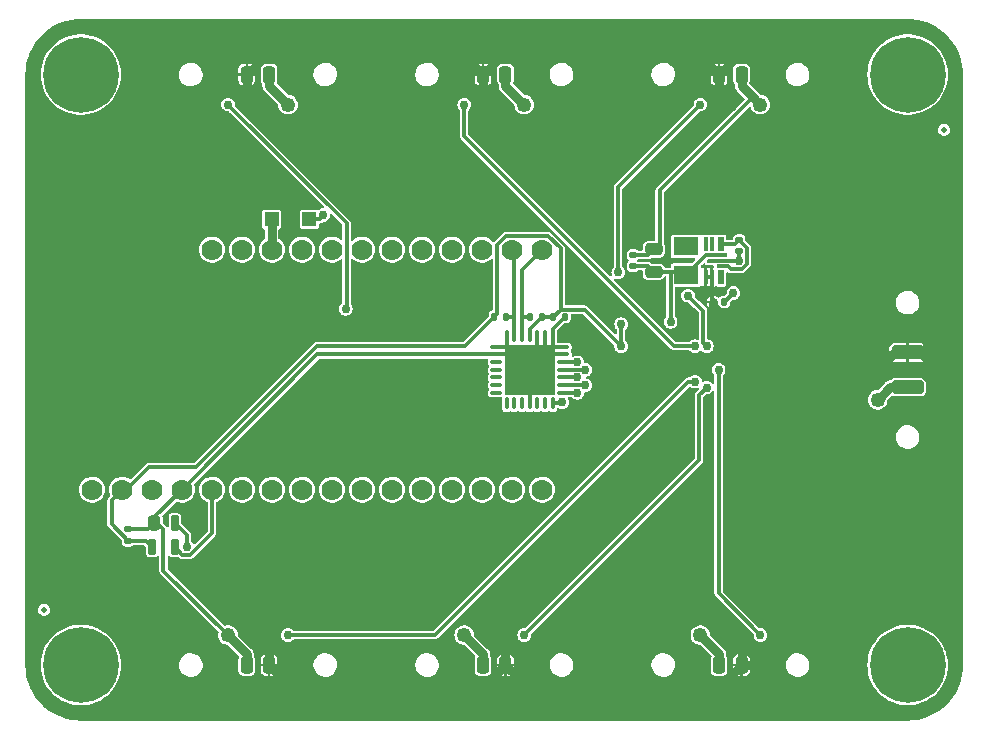
<source format=gbl>
G04 #@! TF.GenerationSoftware,KiCad,Pcbnew,7.0.11*
G04 #@! TF.CreationDate,2025-02-19T11:42:19-05:00*
G04 #@! TF.ProjectId,thruster-pcb,74687275-7374-4657-922d-7063622e6b69,1.0*
G04 #@! TF.SameCoordinates,Original*
G04 #@! TF.FileFunction,Copper,L2,Bot*
G04 #@! TF.FilePolarity,Positive*
%FSLAX46Y46*%
G04 Gerber Fmt 4.6, Leading zero omitted, Abs format (unit mm)*
G04 Created by KiCad (PCBNEW 7.0.11) date 2025-02-19 11:42:19*
%MOMM*%
%LPD*%
G01*
G04 APERTURE LIST*
G04 Aperture macros list*
%AMRoundRect*
0 Rectangle with rounded corners*
0 $1 Rounding radius*
0 $2 $3 $4 $5 $6 $7 $8 $9 X,Y pos of 4 corners*
0 Add a 4 corners polygon primitive as box body*
4,1,4,$2,$3,$4,$5,$6,$7,$8,$9,$2,$3,0*
0 Add four circle primitives for the rounded corners*
1,1,$1+$1,$2,$3*
1,1,$1+$1,$4,$5*
1,1,$1+$1,$6,$7*
1,1,$1+$1,$8,$9*
0 Add four rect primitives between the rounded corners*
20,1,$1+$1,$2,$3,$4,$5,0*
20,1,$1+$1,$4,$5,$6,$7,0*
20,1,$1+$1,$6,$7,$8,$9,0*
20,1,$1+$1,$8,$9,$2,$3,0*%
G04 Aperture macros list end*
G04 #@! TA.AperFunction,ComponentPad*
%ADD10C,1.778000*%
G04 #@! TD*
G04 #@! TA.AperFunction,ComponentPad*
%ADD11C,6.400000*%
G04 #@! TD*
G04 #@! TA.AperFunction,SMDPad,CuDef*
%ADD12RoundRect,0.135000X-0.135000X-0.185000X0.135000X-0.185000X0.135000X0.185000X-0.135000X0.185000X0*%
G04 #@! TD*
G04 #@! TA.AperFunction,SMDPad,CuDef*
%ADD13C,0.500000*%
G04 #@! TD*
G04 #@! TA.AperFunction,SMDPad,CuDef*
%ADD14RoundRect,0.250000X-0.250000X-0.475000X0.250000X-0.475000X0.250000X0.475000X-0.250000X0.475000X0*%
G04 #@! TD*
G04 #@! TA.AperFunction,SMDPad,CuDef*
%ADD15RoundRect,0.250000X0.475000X-0.250000X0.475000X0.250000X-0.475000X0.250000X-0.475000X-0.250000X0*%
G04 #@! TD*
G04 #@! TA.AperFunction,SMDPad,CuDef*
%ADD16RoundRect,0.140000X-0.140000X-0.170000X0.140000X-0.170000X0.140000X0.170000X-0.140000X0.170000X0*%
G04 #@! TD*
G04 #@! TA.AperFunction,SMDPad,CuDef*
%ADD17RoundRect,0.140000X0.170000X-0.140000X0.170000X0.140000X-0.170000X0.140000X-0.170000X-0.140000X0*%
G04 #@! TD*
G04 #@! TA.AperFunction,SMDPad,CuDef*
%ADD18RoundRect,0.250000X0.250000X0.475000X-0.250000X0.475000X-0.250000X-0.475000X0.250000X-0.475000X0*%
G04 #@! TD*
G04 #@! TA.AperFunction,SMDPad,CuDef*
%ADD19RoundRect,0.247500X-0.247500X0.402500X-0.247500X-0.402500X0.247500X-0.402500X0.247500X0.402500X0*%
G04 #@! TD*
G04 #@! TA.AperFunction,SMDPad,CuDef*
%ADD20RoundRect,0.090000X-0.210000X0.560000X-0.210000X-0.560000X0.210000X-0.560000X0.210000X0.560000X0*%
G04 #@! TD*
G04 #@! TA.AperFunction,SMDPad,CuDef*
%ADD21R,1.200000X1.200000*%
G04 #@! TD*
G04 #@! TA.AperFunction,SMDPad,CuDef*
%ADD22RoundRect,0.075000X0.437500X0.075000X-0.437500X0.075000X-0.437500X-0.075000X0.437500X-0.075000X0*%
G04 #@! TD*
G04 #@! TA.AperFunction,SMDPad,CuDef*
%ADD23RoundRect,0.075000X0.075000X0.437500X-0.075000X0.437500X-0.075000X-0.437500X0.075000X-0.437500X0*%
G04 #@! TD*
G04 #@! TA.AperFunction,HeatsinkPad*
%ADD24R,4.250000X4.250000*%
G04 #@! TD*
G04 #@! TA.AperFunction,SMDPad,CuDef*
%ADD25RoundRect,0.135000X0.135000X0.185000X-0.135000X0.185000X-0.135000X-0.185000X0.135000X-0.185000X0*%
G04 #@! TD*
G04 #@! TA.AperFunction,SMDPad,CuDef*
%ADD26R,0.475000X1.200000*%
G04 #@! TD*
G04 #@! TA.AperFunction,SMDPad,CuDef*
%ADD27R,0.349999X1.200000*%
G04 #@! TD*
G04 #@! TA.AperFunction,SMDPad,CuDef*
%ADD28R,2.150001X1.599999*%
G04 #@! TD*
G04 #@! TA.AperFunction,SMDPad,CuDef*
%ADD29R,0.900001X0.349999*%
G04 #@! TD*
G04 #@! TA.AperFunction,SMDPad,CuDef*
%ADD30RoundRect,0.100000X0.900000X-0.100000X0.900000X0.100000X-0.900000X0.100000X-0.900000X-0.100000X0*%
G04 #@! TD*
G04 #@! TA.AperFunction,SMDPad,CuDef*
%ADD31RoundRect,0.140000X-0.170000X0.140000X-0.170000X-0.140000X0.170000X-0.140000X0.170000X0.140000X0*%
G04 #@! TD*
G04 #@! TA.AperFunction,SMDPad,CuDef*
%ADD32RoundRect,0.250000X-1.100000X0.325000X-1.100000X-0.325000X1.100000X-0.325000X1.100000X0.325000X0*%
G04 #@! TD*
G04 #@! TA.AperFunction,ViaPad*
%ADD33C,1.250000*%
G04 #@! TD*
G04 #@! TA.AperFunction,ViaPad*
%ADD34C,0.750000*%
G04 #@! TD*
G04 #@! TA.AperFunction,Conductor*
%ADD35C,0.750000*%
G04 #@! TD*
G04 #@! TA.AperFunction,Conductor*
%ADD36C,0.300000*%
G04 #@! TD*
G04 APERTURE END LIST*
D10*
X124100000Y-111510000D03*
X126640000Y-111510000D03*
X129180000Y-111510000D03*
X131720000Y-111510000D03*
X134260000Y-111510000D03*
X136800000Y-111510000D03*
X139340000Y-111510000D03*
X141880000Y-111510000D03*
X144420000Y-111510000D03*
X146960000Y-111510000D03*
X149500000Y-111510000D03*
X152040000Y-111510000D03*
X154580000Y-111510000D03*
X157120000Y-111510000D03*
X159660000Y-111510000D03*
X162200000Y-111510000D03*
X162200000Y-91190000D03*
X159660000Y-91190000D03*
X157120000Y-91190000D03*
X154580000Y-91190000D03*
X152040000Y-91190000D03*
X149500000Y-91190000D03*
X146960000Y-91190000D03*
X144420000Y-91190000D03*
X141880000Y-91190000D03*
X139340000Y-91190000D03*
X136800000Y-91190000D03*
X134260000Y-91190000D03*
D11*
X123150000Y-76350000D03*
X193150000Y-76350000D03*
X193150000Y-126350000D03*
X123150000Y-126350000D03*
D12*
X158140000Y-96850000D03*
X159160000Y-96850000D03*
D13*
X120050000Y-121670000D03*
D14*
X157200000Y-76350000D03*
X159100000Y-76350000D03*
X137200000Y-76350000D03*
X139100000Y-76350000D03*
D15*
X171650000Y-93050000D03*
X171650000Y-91150000D03*
D16*
X176670000Y-95600000D03*
X177630000Y-95600000D03*
X163170000Y-96850000D03*
X164130000Y-96850000D03*
D17*
X169900000Y-92580000D03*
X169900000Y-91620000D03*
D18*
X139100000Y-126350000D03*
X137200000Y-126350000D03*
D19*
X129385000Y-114325000D03*
D20*
X131110000Y-114325000D03*
X131110000Y-116375000D03*
X129190000Y-116375000D03*
D21*
X139300000Y-88600000D03*
X142500000Y-88600000D03*
D22*
X163987500Y-99400000D03*
X163987500Y-100050000D03*
X163987500Y-100700000D03*
X163987500Y-101350000D03*
X163987500Y-102000000D03*
X163987500Y-102650000D03*
X163987500Y-103300000D03*
D23*
X163100000Y-104187500D03*
X162450000Y-104187500D03*
X161800000Y-104187500D03*
X161150000Y-104187500D03*
X160500000Y-104187500D03*
X159850000Y-104187500D03*
X159200000Y-104187500D03*
D22*
X158312500Y-103300000D03*
X158312500Y-102650000D03*
X158312500Y-102000000D03*
X158312500Y-101350000D03*
X158312500Y-100700000D03*
X158312500Y-100050000D03*
X158312500Y-99400000D03*
D23*
X159200000Y-98512500D03*
X159850000Y-98512500D03*
X160500000Y-98512500D03*
X161150000Y-98512500D03*
X161800000Y-98512500D03*
X162450000Y-98512500D03*
X163100000Y-98512500D03*
D24*
X161150000Y-101350000D03*
D25*
X162160000Y-96850000D03*
X161140000Y-96850000D03*
D26*
X177362000Y-93500000D03*
D27*
X176550000Y-93500000D03*
X176050001Y-93500000D03*
D28*
X174399999Y-93300000D03*
X174399999Y-90900000D03*
D27*
X176050001Y-90700000D03*
X176550000Y-90700000D03*
D26*
X177362000Y-90700000D03*
D29*
X177449998Y-91600001D03*
D30*
X177150000Y-92100000D03*
D29*
X177449998Y-92599999D03*
D14*
X177200000Y-76350000D03*
X179100000Y-76350000D03*
D17*
X127150000Y-115830000D03*
X127150000Y-114870000D03*
D18*
X159100000Y-126350000D03*
X157200000Y-126350000D03*
D31*
X178900000Y-90370000D03*
X178900000Y-91330000D03*
D13*
X196250000Y-81030000D03*
D32*
X193150000Y-99875000D03*
X193150000Y-102825000D03*
D18*
X179100000Y-126350000D03*
X177200000Y-126350000D03*
D33*
X190610000Y-103890000D03*
X160690000Y-78890000D03*
X155610000Y-123810000D03*
X175610000Y-123810000D03*
D34*
X178400000Y-94850000D03*
D33*
X135610000Y-123810000D03*
D34*
X178900000Y-92100000D03*
D33*
X180690000Y-78890000D03*
X140690000Y-78890000D03*
X178150000Y-78890000D03*
X190610000Y-101350000D03*
X158150000Y-123810000D03*
X178150000Y-123810000D03*
X138150000Y-78890000D03*
X158150000Y-78890000D03*
X138150000Y-123810000D03*
D34*
X143651500Y-88241300D03*
X173086400Y-97283000D03*
X168900000Y-97493600D03*
X168900000Y-99350000D03*
X145584300Y-96178900D03*
X135610000Y-78890000D03*
X155610000Y-78890000D03*
X175150000Y-99350000D03*
X175610000Y-78890000D03*
X176150000Y-99350000D03*
X168650000Y-93100000D03*
X174555700Y-95069000D03*
X180690000Y-123810000D03*
X177150000Y-101350000D03*
X160690000Y-123810000D03*
X176150000Y-102850000D03*
X140690000Y-123810000D03*
X175150000Y-102350000D03*
X165200000Y-100700000D03*
X165850000Y-101350000D03*
X165200000Y-102000000D03*
X165850000Y-102650000D03*
X165200000Y-103300000D03*
X163900000Y-104100000D03*
X132150000Y-116350000D03*
D35*
X190610000Y-101350000D02*
X182110001Y-101350000D01*
X182110001Y-101350000D02*
X176670000Y-95909999D01*
X176670000Y-95909999D02*
X176670000Y-95600000D01*
D36*
X177630000Y-95600000D02*
X177650000Y-95600000D01*
X177650000Y-95600000D02*
X178400000Y-94850000D01*
X176550000Y-93500000D02*
X176550000Y-95480000D01*
X176550000Y-95480000D02*
X176670000Y-95600000D01*
X169900000Y-92580000D02*
X171180000Y-92580000D01*
X171180000Y-92580000D02*
X171650000Y-93050000D01*
X169900000Y-91620000D02*
X171180000Y-91620000D01*
X171650000Y-93050000D02*
X173086400Y-93050000D01*
X171180000Y-91620000D02*
X171650000Y-91150000D01*
X180056700Y-78256700D02*
X172150000Y-86163400D01*
X172150000Y-86163400D02*
X172150000Y-90650000D01*
X172150000Y-90650000D02*
X171650000Y-91150000D01*
X168650000Y-93100000D02*
X168650000Y-85850000D01*
X168650000Y-85850000D02*
X175610000Y-78890000D01*
X129385000Y-113845000D02*
X131720000Y-111510000D01*
X158312500Y-100050000D02*
X143180000Y-100050000D01*
D35*
X137200000Y-125400000D02*
X135610000Y-123810000D01*
X139100000Y-76350000D02*
X139100000Y-77300000D01*
D36*
X161800000Y-98512500D02*
X161800000Y-100700000D01*
D35*
X177200000Y-125400000D02*
X175610000Y-123810000D01*
X139100000Y-77300000D02*
X140690000Y-78890000D01*
D36*
X159850000Y-100050000D02*
X161150000Y-101350000D01*
X163100000Y-99400000D02*
X162450000Y-100050000D01*
X143180000Y-100050000D02*
X131720000Y-111510000D01*
X161800000Y-100700000D02*
X161150000Y-101350000D01*
X128840000Y-114870000D02*
X129385000Y-114325000D01*
X127150000Y-114870000D02*
X128840000Y-114870000D01*
X159200000Y-98512500D02*
X159200000Y-99400000D01*
X178900000Y-92100000D02*
X178900000Y-91330000D01*
X163988000Y-100050000D02*
X163987500Y-100050000D01*
D35*
X179100000Y-76350000D02*
X179100000Y-77300000D01*
D36*
X161800000Y-100700000D02*
X161150000Y-101350000D01*
D35*
X159100000Y-76350000D02*
X159100000Y-77300000D01*
D36*
X163987500Y-99400000D02*
X163100000Y-99400000D01*
D35*
X191675000Y-102825000D02*
X190610000Y-103890000D01*
D36*
X162450000Y-98512500D02*
X162450000Y-100050000D01*
X130150000Y-118350000D02*
X135610000Y-123810000D01*
D35*
X157200000Y-125400000D02*
X155610000Y-123810000D01*
D36*
X162450000Y-100050000D02*
X161800000Y-100700000D01*
D35*
X180056700Y-78256700D02*
X180690000Y-78890000D01*
X177200000Y-126350000D02*
X177200000Y-125400000D01*
D36*
X158312500Y-100050000D02*
X159850000Y-100050000D01*
X159850000Y-100050000D02*
X161150000Y-101350000D01*
X163100000Y-97880000D02*
X164130000Y-96850000D01*
D35*
X159100000Y-77300000D02*
X160690000Y-78890000D01*
D36*
X163100000Y-98512500D02*
X163100000Y-97880000D01*
X161150000Y-104188000D02*
X161150000Y-104187500D01*
X129385000Y-114325000D02*
X129385000Y-114085000D01*
D35*
X157200000Y-126350000D02*
X157200000Y-125400000D01*
D36*
X162450000Y-100050000D02*
X161800000Y-100700000D01*
D35*
X193150000Y-102825000D02*
X191675000Y-102825000D01*
D36*
X161150000Y-104187500D02*
X161150000Y-101350000D01*
X129385000Y-114085000D02*
X130150000Y-114850000D01*
X163987500Y-100050000D02*
X162450000Y-100050000D01*
X161800000Y-100700000D02*
X161150000Y-101350000D01*
X129385000Y-114085000D02*
X129385000Y-113845000D01*
X163100000Y-98512500D02*
X163100000Y-99400000D01*
X159200000Y-99400000D02*
X159850000Y-100050000D01*
D35*
X137200000Y-126350000D02*
X137200000Y-125400000D01*
D36*
X130150000Y-114850000D02*
X130150000Y-118350000D01*
D35*
X179100000Y-77300000D02*
X180056700Y-78256700D01*
D36*
X158312500Y-99400000D02*
X159200000Y-99400000D01*
X177150000Y-92100000D02*
X178900000Y-92100000D01*
D35*
X139100000Y-126350000D02*
X139100000Y-124760000D01*
X158575000Y-74975000D02*
X175825000Y-74975000D01*
X157200000Y-76350000D02*
X158575000Y-74975000D01*
X177200000Y-77940000D02*
X178150000Y-78890000D01*
X157725000Y-127725000D02*
X159100000Y-126350000D01*
X193150000Y-99875000D02*
X192085000Y-99875000D01*
X196150000Y-110350000D02*
X196150000Y-101825000D01*
D36*
X176550000Y-93500000D02*
X176050000Y-93500000D01*
D35*
X160475000Y-127725000D02*
X177725000Y-127725000D01*
X178575000Y-74975000D02*
X179775000Y-74975000D01*
X137200000Y-77940000D02*
X138150000Y-78890000D01*
X194200000Y-99875000D02*
X193150000Y-99875000D01*
X179775000Y-74975000D02*
X196150000Y-91350000D01*
X179100000Y-126350000D02*
X180150000Y-126350000D01*
X177200000Y-76350000D02*
X178575000Y-74975000D01*
X159100000Y-126350000D02*
X159100000Y-124760000D01*
X194200000Y-99875000D02*
X193150000Y-99875000D01*
X192085000Y-99875000D02*
X190610000Y-101350000D01*
X139100000Y-126350000D02*
X140475000Y-127725000D01*
X196150000Y-101825000D02*
X194200000Y-99875000D01*
X157200000Y-77940000D02*
X158150000Y-78890000D01*
X139100000Y-124760000D02*
X138150000Y-123810000D01*
X175825000Y-74975000D02*
X177200000Y-76350000D01*
X157200000Y-76350000D02*
X157200000Y-77940000D01*
X194388000Y-99875000D02*
X194200000Y-99875000D01*
X137200000Y-76350000D02*
X138575000Y-74975000D01*
X138575000Y-74975000D02*
X155825000Y-74975000D01*
X179100000Y-126350000D02*
X179100000Y-124760000D01*
X196150000Y-98112500D02*
X194388000Y-99875000D01*
X159100000Y-124760000D02*
X158150000Y-123810000D01*
X159100000Y-126350000D02*
X160475000Y-127725000D01*
X179100000Y-124760000D02*
X178150000Y-123810000D01*
X177200000Y-76350000D02*
X177200000Y-77940000D01*
X180150000Y-126350000D02*
X196150000Y-110350000D01*
X177725000Y-127725000D02*
X179100000Y-126350000D01*
X137200000Y-76350000D02*
X137200000Y-77940000D01*
X196150000Y-91350000D02*
X196150000Y-98112500D01*
X155825000Y-74975000D02*
X157200000Y-76350000D01*
X140475000Y-127725000D02*
X157725000Y-127725000D01*
X139300000Y-88600000D02*
X139300000Y-91150000D01*
X139300000Y-91150000D02*
X139340000Y-91190000D01*
D36*
X131110000Y-116375000D02*
X131735000Y-117000000D01*
X132419000Y-117000000D02*
X134260000Y-115159000D01*
X134260000Y-115159000D02*
X134260000Y-111510000D01*
X131735000Y-117000000D02*
X132419000Y-117000000D01*
X176100000Y-91600000D02*
X174400000Y-93300000D01*
X143651500Y-88241300D02*
X143400000Y-88492800D01*
X173086400Y-93050000D02*
X173086400Y-97283000D01*
X173086400Y-93050000D02*
X174150000Y-93050000D01*
X177450000Y-91600000D02*
X176100000Y-91600000D01*
X142500000Y-88600000D02*
X143400000Y-88600000D01*
X143400000Y-88492800D02*
X143400000Y-88600000D01*
X174150000Y-93050000D02*
X174400000Y-93300000D01*
X163768500Y-96251500D02*
X163170000Y-96850000D01*
X125751000Y-114431000D02*
X125751000Y-112399000D01*
X162160000Y-96850000D02*
X163170000Y-96850000D01*
X161150000Y-98512500D02*
X161150000Y-97860000D01*
X159178700Y-89993700D02*
X162692900Y-89993700D01*
X168900000Y-99350000D02*
X168900000Y-97493600D01*
X126990000Y-111510000D02*
X128900000Y-109600000D01*
X127150000Y-115830000D02*
X125751000Y-114431000D01*
X128900000Y-109600000D02*
X132900000Y-109600000D01*
X132900000Y-109600000D02*
X143150000Y-99350000D01*
X158390000Y-96600000D02*
X158390000Y-90782400D01*
X161150000Y-97860000D02*
X162160000Y-96850000D01*
X165801500Y-96251500D02*
X168900000Y-99350000D01*
X125751000Y-112399000D02*
X126640000Y-111510000D01*
X158390000Y-90782400D02*
X159178700Y-89993700D01*
X127150000Y-115830000D02*
X128645000Y-115830000D01*
X143150000Y-99350000D02*
X155640000Y-99350000D01*
X163768500Y-96251500D02*
X165801500Y-96251500D01*
X162692900Y-89993700D02*
X163768500Y-91069300D01*
X158140000Y-96850000D02*
X158390000Y-96600000D01*
X126640000Y-111510000D02*
X126990000Y-111510000D01*
X128645000Y-115830000D02*
X129190000Y-116375000D01*
X155640000Y-99350000D02*
X158140000Y-96850000D01*
X163768500Y-91069300D02*
X163768500Y-96251500D01*
X145584300Y-96178900D02*
X145650000Y-96113200D01*
X145650000Y-88930000D02*
X135610000Y-78890000D01*
X145650000Y-96113200D02*
X145650000Y-88930000D01*
X178900000Y-90370000D02*
X179550000Y-91020000D01*
X179550000Y-92369200D02*
X179104000Y-92815000D01*
X178570000Y-90700000D02*
X178900000Y-90370000D01*
X177362000Y-90700000D02*
X178570000Y-90700000D01*
X178185000Y-92815000D02*
X177970000Y-92600000D01*
X177970000Y-92600000D02*
X177450000Y-92600000D01*
X179550000Y-91020000D02*
X179550000Y-92369200D01*
X179104000Y-92815000D02*
X178185000Y-92815000D01*
X173400000Y-99350000D02*
X155610000Y-81560000D01*
X175150000Y-99350000D02*
X173400000Y-99350000D01*
X155610000Y-81560000D02*
X155610000Y-78890000D01*
X176150000Y-99350000D02*
X175838900Y-99038900D01*
X175838900Y-96352200D02*
X174555700Y-95069000D01*
X175838900Y-99038900D02*
X175838900Y-96352200D01*
X177150000Y-101350000D02*
X177150000Y-120270000D01*
X177150000Y-120270000D02*
X180690000Y-123810000D01*
X160500000Y-96850000D02*
X160500000Y-92890000D01*
X160500000Y-98512500D02*
X160500000Y-96850000D01*
X161140000Y-96850000D02*
X160500000Y-96850000D01*
X160500000Y-92890000D02*
X162200000Y-91190000D01*
X159850000Y-96850000D02*
X159850000Y-91380000D01*
X159850000Y-91380000D02*
X159660000Y-91190000D01*
X159850000Y-98512500D02*
X159850000Y-96850000D01*
X159160000Y-96850000D02*
X159850000Y-96850000D01*
X175480100Y-103519900D02*
X175480100Y-109019900D01*
X175480100Y-109019900D02*
X160690000Y-123810000D01*
X176150000Y-102850000D02*
X175480100Y-103519900D01*
X174571700Y-102350000D02*
X153111700Y-123810000D01*
X175150000Y-102350000D02*
X174571700Y-102350000D01*
X153111700Y-123810000D02*
X140690000Y-123810000D01*
X163988000Y-100700000D02*
X163987500Y-100700000D01*
X163988000Y-100700000D02*
X165200000Y-100700000D01*
X163988000Y-101350000D02*
X165850000Y-101350000D01*
X163988000Y-101350000D02*
X163987500Y-101350000D01*
X163988000Y-102000000D02*
X165200000Y-102000000D01*
X163988000Y-102000000D02*
X163987500Y-102000000D01*
X163988000Y-102650000D02*
X163987500Y-102650000D01*
X163988000Y-102650000D02*
X165850000Y-102650000D01*
X163988000Y-103300000D02*
X163987500Y-103300000D01*
X163988000Y-103300000D02*
X165200000Y-103300000D01*
X163812000Y-104188000D02*
X163900000Y-104100000D01*
X163100500Y-104188000D02*
X163812000Y-104188000D01*
X163100500Y-104188000D02*
X163100000Y-104187500D01*
X163100000Y-104188000D02*
X163100500Y-104188000D01*
X132150000Y-116350000D02*
X132150000Y-115365000D01*
X132150000Y-115365000D02*
X131110000Y-114325000D01*
G04 #@! TA.AperFunction,Conductor*
G36*
X193152152Y-71650593D02*
G01*
X193555284Y-71668195D01*
X193563864Y-71668945D01*
X193961776Y-71721332D01*
X193970281Y-71722832D01*
X194081870Y-71747570D01*
X194362108Y-71809698D01*
X194370423Y-71811925D01*
X194753201Y-71932615D01*
X194761317Y-71935569D01*
X195132111Y-72089157D01*
X195139923Y-72092799D01*
X195495910Y-72278115D01*
X195503390Y-72282433D01*
X195841882Y-72498076D01*
X195848956Y-72503030D01*
X196167354Y-72747345D01*
X196173968Y-72752895D01*
X196469868Y-73024038D01*
X196475961Y-73030131D01*
X196693350Y-73267369D01*
X196747102Y-73326029D01*
X196752654Y-73332645D01*
X196996969Y-73651043D01*
X197001923Y-73658117D01*
X197217566Y-73996609D01*
X197221884Y-74004089D01*
X197407196Y-74360069D01*
X197410846Y-74367896D01*
X197564430Y-74738682D01*
X197567384Y-74746798D01*
X197688069Y-75129560D01*
X197690304Y-75137903D01*
X197777167Y-75529718D01*
X197778667Y-75538223D01*
X197831052Y-75936123D01*
X197831805Y-75944727D01*
X197849406Y-76347847D01*
X197849500Y-76352165D01*
X197849500Y-126347834D01*
X197849406Y-126352152D01*
X197831805Y-126755272D01*
X197831052Y-126763876D01*
X197778667Y-127161776D01*
X197777167Y-127170281D01*
X197690304Y-127562096D01*
X197688069Y-127570439D01*
X197567384Y-127953201D01*
X197564430Y-127961317D01*
X197410846Y-128332103D01*
X197407196Y-128339930D01*
X197221884Y-128695910D01*
X197217566Y-128703390D01*
X197001923Y-129041882D01*
X196996969Y-129048956D01*
X196752654Y-129367354D01*
X196747102Y-129373970D01*
X196475968Y-129669861D01*
X196469861Y-129675968D01*
X196173970Y-129947102D01*
X196167354Y-129952654D01*
X195848956Y-130196969D01*
X195841882Y-130201923D01*
X195503390Y-130417566D01*
X195495910Y-130421884D01*
X195139930Y-130607196D01*
X195132103Y-130610846D01*
X194761317Y-130764430D01*
X194753201Y-130767384D01*
X194370439Y-130888069D01*
X194362096Y-130890304D01*
X193970281Y-130977167D01*
X193961776Y-130978667D01*
X193563876Y-131031052D01*
X193555272Y-131031805D01*
X193152153Y-131049406D01*
X193147835Y-131049500D01*
X123152165Y-131049500D01*
X123147847Y-131049406D01*
X122744727Y-131031805D01*
X122736123Y-131031052D01*
X122338223Y-130978667D01*
X122329718Y-130977167D01*
X121937903Y-130890304D01*
X121929560Y-130888069D01*
X121546798Y-130767384D01*
X121538682Y-130764430D01*
X121167896Y-130610846D01*
X121160069Y-130607196D01*
X120804089Y-130421884D01*
X120796609Y-130417566D01*
X120458117Y-130201923D01*
X120451043Y-130196969D01*
X120132645Y-129952654D01*
X120126029Y-129947102D01*
X119942183Y-129778638D01*
X119830131Y-129675961D01*
X119824038Y-129669868D01*
X119552895Y-129373968D01*
X119547345Y-129367354D01*
X119540777Y-129358795D01*
X119303030Y-129048956D01*
X119298076Y-129041882D01*
X119082433Y-128703390D01*
X119078115Y-128695910D01*
X118892803Y-128339930D01*
X118889153Y-128332103D01*
X118866917Y-128278421D01*
X118735569Y-127961317D01*
X118732615Y-127953201D01*
X118677982Y-127779927D01*
X118611925Y-127570423D01*
X118609698Y-127562108D01*
X118545525Y-127272644D01*
X118522832Y-127170281D01*
X118521332Y-127161776D01*
X118514918Y-127113057D01*
X118468945Y-126763864D01*
X118468195Y-126755284D01*
X118450594Y-126352152D01*
X118450547Y-126350000D01*
X119744506Y-126350000D01*
X119764468Y-126718197D01*
X119824126Y-127082087D01*
X119922768Y-127437365D01*
X119922772Y-127437376D01*
X120059255Y-127779927D01*
X120151120Y-127953201D01*
X120231978Y-128105716D01*
X120438910Y-128410917D01*
X120438914Y-128410922D01*
X120438915Y-128410923D01*
X120677622Y-128691951D01*
X120677632Y-128691961D01*
X120945326Y-128945535D01*
X120945330Y-128945538D01*
X121238881Y-129168690D01*
X121554838Y-129358795D01*
X121889497Y-129513625D01*
X122238934Y-129631364D01*
X122238939Y-129631365D01*
X122238942Y-129631366D01*
X122599047Y-129710631D01*
X122599048Y-129710631D01*
X122599052Y-129710632D01*
X122965630Y-129750500D01*
X123334370Y-129750500D01*
X123700948Y-129710632D01*
X124061057Y-129631366D01*
X124061058Y-129631366D01*
X124061060Y-129631365D01*
X124061066Y-129631364D01*
X124410503Y-129513625D01*
X124745162Y-129358795D01*
X125061119Y-129168690D01*
X125354670Y-128945538D01*
X125622373Y-128691956D01*
X125861090Y-128410917D01*
X126068022Y-128105716D01*
X126240743Y-127779930D01*
X126377227Y-127437379D01*
X126475875Y-127082081D01*
X126535531Y-126718199D01*
X126552732Y-126400939D01*
X131455630Y-126400939D01*
X131486443Y-126602067D01*
X131486444Y-126602071D01*
X131557114Y-126792887D01*
X131557115Y-126792888D01*
X131664745Y-126965567D01*
X131664747Y-126965569D01*
X131664748Y-126965571D01*
X131804941Y-127113053D01*
X131804943Y-127113054D01*
X131804946Y-127113057D01*
X131969793Y-127227793D01*
X131971951Y-127229295D01*
X132158940Y-127309539D01*
X132158942Y-127309540D01*
X132358259Y-127350500D01*
X132358262Y-127350500D01*
X132510744Y-127350500D01*
X132536381Y-127347892D01*
X132662438Y-127335074D01*
X132856588Y-127274159D01*
X133034502Y-127175409D01*
X133188895Y-127042866D01*
X133313448Y-126881958D01*
X133314769Y-126879266D01*
X133315645Y-126877478D01*
X133403060Y-126699271D01*
X133454063Y-126502285D01*
X133464369Y-126299064D01*
X133433556Y-126097929D01*
X133362886Y-125907113D01*
X133255252Y-125734429D01*
X133115059Y-125586947D01*
X133115057Y-125586945D01*
X133115053Y-125586942D01*
X132948054Y-125470708D01*
X132948051Y-125470706D01*
X132948049Y-125470705D01*
X132761058Y-125390460D01*
X132761060Y-125390460D01*
X132681331Y-125374076D01*
X132561741Y-125349500D01*
X132409258Y-125349500D01*
X132409256Y-125349500D01*
X132257561Y-125364926D01*
X132063410Y-125425841D01*
X132063409Y-125425842D01*
X131885501Y-125524588D01*
X131885498Y-125524590D01*
X131731109Y-125657129D01*
X131606549Y-125818045D01*
X131526224Y-125981802D01*
X131516940Y-126000729D01*
X131491773Y-126097932D01*
X131465936Y-126197719D01*
X131455631Y-126400936D01*
X131455630Y-126400939D01*
X126552732Y-126400939D01*
X126555494Y-126350000D01*
X126535531Y-125981801D01*
X126475875Y-125617919D01*
X126435001Y-125470705D01*
X126377231Y-125262634D01*
X126377229Y-125262629D01*
X126377227Y-125262621D01*
X126260772Y-124970340D01*
X126240744Y-124920072D01*
X126240743Y-124920070D01*
X126068022Y-124594284D01*
X125861090Y-124289083D01*
X125784771Y-124199233D01*
X125622377Y-124008048D01*
X125622367Y-124008038D01*
X125354673Y-123754464D01*
X125061123Y-123531313D01*
X125061122Y-123531312D01*
X125061119Y-123531310D01*
X124745162Y-123341205D01*
X124510529Y-123232652D01*
X124410508Y-123186377D01*
X124410505Y-123186376D01*
X124410503Y-123186375D01*
X124061066Y-123068636D01*
X124061065Y-123068635D01*
X124061057Y-123068633D01*
X123700952Y-122989368D01*
X123700953Y-122989368D01*
X123334370Y-122949500D01*
X122965630Y-122949500D01*
X122599046Y-122989368D01*
X122238943Y-123068633D01*
X122238941Y-123068633D01*
X121889491Y-123186377D01*
X121554846Y-123341201D01*
X121554840Y-123341204D01*
X121554838Y-123341205D01*
X121314016Y-123486103D01*
X121238881Y-123531310D01*
X121238876Y-123531313D01*
X120945326Y-123754464D01*
X120677632Y-124008038D01*
X120677622Y-124008048D01*
X120438915Y-124289076D01*
X120438908Y-124289086D01*
X120231981Y-124594278D01*
X120059255Y-124920072D01*
X119922772Y-125262623D01*
X119922768Y-125262634D01*
X119824126Y-125617912D01*
X119764468Y-125981802D01*
X119744506Y-126350000D01*
X118450547Y-126350000D01*
X118450500Y-126347834D01*
X118450500Y-121670002D01*
X119539302Y-121670002D01*
X119559987Y-121813874D01*
X119559989Y-121813883D01*
X119620372Y-121946101D01*
X119620373Y-121946102D01*
X119620374Y-121946104D01*
X119715564Y-122055960D01*
X119715565Y-122055961D01*
X119837843Y-122134544D01*
X119837848Y-122134547D01*
X119977320Y-122175500D01*
X119977321Y-122175500D01*
X120122679Y-122175500D01*
X120122680Y-122175500D01*
X120262152Y-122134547D01*
X120384436Y-122055960D01*
X120479626Y-121946104D01*
X120540011Y-121813880D01*
X120560698Y-121670000D01*
X120540011Y-121526120D01*
X120540010Y-121526119D01*
X120540010Y-121526116D01*
X120479627Y-121393898D01*
X120479626Y-121393897D01*
X120479626Y-121393896D01*
X120384436Y-121284040D01*
X120384435Y-121284039D01*
X120384434Y-121284038D01*
X120262156Y-121205455D01*
X120262153Y-121205454D01*
X120262152Y-121205453D01*
X120192416Y-121184976D01*
X120122681Y-121164500D01*
X120122680Y-121164500D01*
X119977320Y-121164500D01*
X119977318Y-121164500D01*
X119837848Y-121205453D01*
X119837843Y-121205455D01*
X119715565Y-121284038D01*
X119620372Y-121393898D01*
X119559989Y-121526116D01*
X119559987Y-121526125D01*
X119539302Y-121669997D01*
X119539302Y-121670002D01*
X118450500Y-121670002D01*
X118450500Y-114416313D01*
X125395957Y-114416313D01*
X125399740Y-114446662D01*
X125400500Y-114458907D01*
X125400500Y-114460042D01*
X125403751Y-114479528D01*
X125404337Y-114483547D01*
X125408216Y-114514655D01*
X125410427Y-114532393D01*
X125412527Y-114539448D01*
X125414907Y-114546380D01*
X125438322Y-114589646D01*
X125440194Y-114593284D01*
X125448275Y-114609815D01*
X125461801Y-114637482D01*
X125466078Y-114643472D01*
X125470581Y-114649258D01*
X125506764Y-114682567D01*
X125509717Y-114685399D01*
X126073813Y-115249495D01*
X126610504Y-115786185D01*
X126638281Y-115840702D01*
X126639500Y-115856188D01*
X126639500Y-116009895D01*
X126639501Y-116009907D01*
X126646027Y-116059486D01*
X126646027Y-116059488D01*
X126696774Y-116168313D01*
X126696775Y-116168314D01*
X126696776Y-116168316D01*
X126781684Y-116253224D01*
X126890513Y-116303972D01*
X126940099Y-116310500D01*
X127359900Y-116310499D01*
X127409487Y-116303972D01*
X127409488Y-116303972D01*
X127468137Y-116276622D01*
X127518316Y-116253224D01*
X127540180Y-116231359D01*
X127562045Y-116209496D01*
X127616562Y-116181719D01*
X127632048Y-116180500D01*
X128458810Y-116180500D01*
X128517001Y-116199407D01*
X128528814Y-116209496D01*
X128660504Y-116341186D01*
X128688281Y-116395703D01*
X128689500Y-116411190D01*
X128689500Y-116978369D01*
X128689501Y-116978372D01*
X128692317Y-117002661D01*
X128716816Y-117058146D01*
X128736187Y-117102016D01*
X128812984Y-117178813D01*
X128912338Y-117222682D01*
X128936627Y-117225500D01*
X129443372Y-117225499D01*
X129467662Y-117222682D01*
X129567016Y-117178813D01*
X129630498Y-117115330D01*
X129685013Y-117087555D01*
X129745445Y-117097126D01*
X129788710Y-117140391D01*
X129799500Y-117185336D01*
X129799500Y-118303381D01*
X129797393Y-118323696D01*
X129794957Y-118335313D01*
X129798740Y-118365662D01*
X129799500Y-118377907D01*
X129799500Y-118379042D01*
X129802751Y-118398528D01*
X129803337Y-118402547D01*
X129809427Y-118451393D01*
X129811527Y-118458448D01*
X129813907Y-118465380D01*
X129837322Y-118508646D01*
X129839195Y-118512285D01*
X129860801Y-118556482D01*
X129865078Y-118562472D01*
X129869581Y-118568258D01*
X129905764Y-118601567D01*
X129908717Y-118604399D01*
X134790421Y-123486103D01*
X134818198Y-123540620D01*
X134814573Y-123586697D01*
X134798092Y-123637423D01*
X134791456Y-123700557D01*
X134779953Y-123810000D01*
X134798092Y-123982576D01*
X134851714Y-124147611D01*
X134851715Y-124147612D01*
X134851716Y-124147616D01*
X134938477Y-124297888D01*
X134938477Y-124297889D01*
X135004025Y-124370687D01*
X135054590Y-124426845D01*
X135194976Y-124528842D01*
X135194980Y-124528844D01*
X135194982Y-124528845D01*
X135247444Y-124552202D01*
X135353501Y-124599422D01*
X135523236Y-124635500D01*
X135580612Y-124635500D01*
X135638803Y-124654407D01*
X135650616Y-124664496D01*
X136530475Y-125544355D01*
X136558252Y-125598872D01*
X136549360Y-125655012D01*
X136549657Y-125655116D01*
X136549085Y-125656748D01*
X136548681Y-125659304D01*
X136548004Y-125660608D01*
X136547208Y-125662114D01*
X136502355Y-125790296D01*
X136502353Y-125790305D01*
X136499500Y-125820725D01*
X136499500Y-126879274D01*
X136502353Y-126909694D01*
X136502355Y-126909703D01*
X136547207Y-127037883D01*
X136627845Y-127147144D01*
X136627847Y-127147146D01*
X136627850Y-127147150D01*
X136627853Y-127147152D01*
X136627855Y-127147154D01*
X136737116Y-127227792D01*
X136737117Y-127227792D01*
X136737118Y-127227793D01*
X136865301Y-127272646D01*
X136895725Y-127275499D01*
X136895727Y-127275500D01*
X136895734Y-127275500D01*
X137504273Y-127275500D01*
X137504273Y-127275499D01*
X137534699Y-127272646D01*
X137662882Y-127227793D01*
X137772150Y-127147150D01*
X137852793Y-127037882D01*
X137897646Y-126909699D01*
X137900499Y-126879273D01*
X137900500Y-126879273D01*
X137900500Y-126879203D01*
X138400001Y-126879203D01*
X138402850Y-126909600D01*
X138402850Y-126909602D01*
X138447654Y-127037647D01*
X138528207Y-127146790D01*
X138528209Y-127146792D01*
X138637352Y-127227345D01*
X138765398Y-127272149D01*
X138795789Y-127274999D01*
X138999998Y-127274999D01*
X139000000Y-127274998D01*
X139200000Y-127274998D01*
X139200001Y-127274999D01*
X139404203Y-127274999D01*
X139434600Y-127272149D01*
X139434602Y-127272149D01*
X139562647Y-127227345D01*
X139671790Y-127146792D01*
X139671792Y-127146790D01*
X139752345Y-127037647D01*
X139797149Y-126909601D01*
X139799999Y-126879211D01*
X139800000Y-126879210D01*
X139800000Y-126450001D01*
X139799999Y-126450000D01*
X139200001Y-126450000D01*
X139200000Y-126450001D01*
X139200000Y-127274998D01*
X139000000Y-127274998D01*
X139000000Y-126450001D01*
X138999999Y-126450000D01*
X138400002Y-126450000D01*
X138400001Y-126450001D01*
X138400001Y-126879203D01*
X137900500Y-126879203D01*
X137900500Y-126400939D01*
X142835630Y-126400939D01*
X142866443Y-126602067D01*
X142866444Y-126602071D01*
X142937114Y-126792887D01*
X142937115Y-126792888D01*
X143044745Y-126965567D01*
X143044747Y-126965569D01*
X143044748Y-126965571D01*
X143184941Y-127113053D01*
X143184943Y-127113054D01*
X143184946Y-127113057D01*
X143349793Y-127227793D01*
X143351951Y-127229295D01*
X143538940Y-127309539D01*
X143538942Y-127309540D01*
X143738259Y-127350500D01*
X143738262Y-127350500D01*
X143890744Y-127350500D01*
X143916381Y-127347892D01*
X144042438Y-127335074D01*
X144236588Y-127274159D01*
X144414502Y-127175409D01*
X144568895Y-127042866D01*
X144693448Y-126881958D01*
X144694769Y-126879266D01*
X144695645Y-126877478D01*
X144783060Y-126699271D01*
X144834063Y-126502285D01*
X144839203Y-126400939D01*
X151455630Y-126400939D01*
X151486443Y-126602067D01*
X151486444Y-126602071D01*
X151557114Y-126792887D01*
X151557115Y-126792888D01*
X151664745Y-126965567D01*
X151664747Y-126965569D01*
X151664748Y-126965571D01*
X151804941Y-127113053D01*
X151804943Y-127113054D01*
X151804946Y-127113057D01*
X151969793Y-127227793D01*
X151971951Y-127229295D01*
X152158940Y-127309539D01*
X152158942Y-127309540D01*
X152358259Y-127350500D01*
X152358262Y-127350500D01*
X152510744Y-127350500D01*
X152536381Y-127347892D01*
X152662438Y-127335074D01*
X152856588Y-127274159D01*
X153034502Y-127175409D01*
X153188895Y-127042866D01*
X153313448Y-126881958D01*
X153314769Y-126879266D01*
X153315645Y-126877478D01*
X153403060Y-126699271D01*
X153454063Y-126502285D01*
X153464369Y-126299064D01*
X153433556Y-126097929D01*
X153362886Y-125907113D01*
X153255252Y-125734429D01*
X153115059Y-125586947D01*
X153115057Y-125586945D01*
X153115053Y-125586942D01*
X152948054Y-125470708D01*
X152948051Y-125470706D01*
X152948049Y-125470705D01*
X152761058Y-125390460D01*
X152761060Y-125390460D01*
X152681331Y-125374076D01*
X152561741Y-125349500D01*
X152409258Y-125349500D01*
X152409256Y-125349500D01*
X152257561Y-125364926D01*
X152063410Y-125425841D01*
X152063409Y-125425842D01*
X151885501Y-125524588D01*
X151885498Y-125524590D01*
X151731109Y-125657129D01*
X151606549Y-125818045D01*
X151526224Y-125981802D01*
X151516940Y-126000729D01*
X151491773Y-126097932D01*
X151465936Y-126197719D01*
X151455631Y-126400936D01*
X151455630Y-126400939D01*
X144839203Y-126400939D01*
X144844369Y-126299064D01*
X144813556Y-126097929D01*
X144742886Y-125907113D01*
X144635252Y-125734429D01*
X144495059Y-125586947D01*
X144495057Y-125586945D01*
X144495053Y-125586942D01*
X144328054Y-125470708D01*
X144328051Y-125470706D01*
X144328049Y-125470705D01*
X144141058Y-125390460D01*
X144141060Y-125390460D01*
X144061331Y-125374076D01*
X143941741Y-125349500D01*
X143789258Y-125349500D01*
X143789256Y-125349500D01*
X143637561Y-125364926D01*
X143443410Y-125425841D01*
X143443409Y-125425842D01*
X143265501Y-125524588D01*
X143265498Y-125524590D01*
X143111109Y-125657129D01*
X142986549Y-125818045D01*
X142906224Y-125981802D01*
X142896940Y-126000729D01*
X142871773Y-126097932D01*
X142845936Y-126197719D01*
X142835631Y-126400936D01*
X142835630Y-126400939D01*
X137900500Y-126400939D01*
X137900500Y-126249999D01*
X138400000Y-126249999D01*
X138400001Y-126250000D01*
X138999999Y-126250000D01*
X139000000Y-126249999D01*
X139200000Y-126249999D01*
X139200001Y-126250000D01*
X139799998Y-126250000D01*
X139799999Y-126249999D01*
X139799999Y-125820796D01*
X139797149Y-125790399D01*
X139797149Y-125790397D01*
X139752345Y-125662352D01*
X139671792Y-125553209D01*
X139671790Y-125553207D01*
X139562647Y-125472654D01*
X139434601Y-125427850D01*
X139404211Y-125425000D01*
X139200001Y-125425000D01*
X139200000Y-125425001D01*
X139200000Y-126249999D01*
X139000000Y-126249999D01*
X139000000Y-125425001D01*
X138999999Y-125425000D01*
X138795796Y-125425000D01*
X138765399Y-125427850D01*
X138765397Y-125427850D01*
X138637352Y-125472654D01*
X138528209Y-125553207D01*
X138528207Y-125553209D01*
X138447654Y-125662352D01*
X138402850Y-125790398D01*
X138400000Y-125820788D01*
X138400000Y-126249999D01*
X137900500Y-126249999D01*
X137900500Y-125820727D01*
X137900499Y-125820725D01*
X137900248Y-125818045D01*
X137897646Y-125790301D01*
X137852793Y-125662118D01*
X137852792Y-125662116D01*
X137794845Y-125583600D01*
X137775503Y-125525552D01*
X137775500Y-125524812D01*
X137775500Y-125444208D01*
X137776347Y-125431285D01*
X137777175Y-125425001D01*
X137780466Y-125400000D01*
X137760687Y-125249765D01*
X137702699Y-125109768D01*
X137633612Y-125019732D01*
X137631650Y-125017175D01*
X137631638Y-125017160D01*
X137610451Y-124989549D01*
X137585418Y-124970340D01*
X137575682Y-124961802D01*
X136466734Y-123852854D01*
X136444899Y-123810000D01*
X140109534Y-123810000D01*
X140129313Y-123960236D01*
X140158307Y-124030234D01*
X140185102Y-124094923D01*
X140187302Y-124100233D01*
X140279549Y-124220451D01*
X140399767Y-124312698D01*
X140539764Y-124370687D01*
X140652441Y-124385521D01*
X140689999Y-124390466D01*
X140690000Y-124390466D01*
X140690001Y-124390466D01*
X140720047Y-124386510D01*
X140840236Y-124370687D01*
X140980233Y-124312698D01*
X141100451Y-124220451D01*
X141116732Y-124199232D01*
X141167156Y-124164577D01*
X141195274Y-124160500D01*
X153065081Y-124160500D01*
X153085396Y-124162607D01*
X153087306Y-124163007D01*
X153097015Y-124165043D01*
X153127362Y-124161259D01*
X153139607Y-124160500D01*
X153140743Y-124160500D01*
X153160221Y-124157249D01*
X153164252Y-124156661D01*
X153213093Y-124150573D01*
X153213096Y-124150571D01*
X153220129Y-124148477D01*
X153227075Y-124146092D01*
X153227081Y-124146092D01*
X153270355Y-124122671D01*
X153273979Y-124120807D01*
X153318182Y-124099199D01*
X153318182Y-124099198D01*
X153318184Y-124099198D01*
X153318185Y-124099196D01*
X153324170Y-124094923D01*
X153329955Y-124090420D01*
X153329955Y-124090419D01*
X153329958Y-124090418D01*
X153363279Y-124054220D01*
X153366064Y-124051316D01*
X153607380Y-123810000D01*
X154779953Y-123810000D01*
X154798092Y-123982576D01*
X154851714Y-124147611D01*
X154851715Y-124147612D01*
X154851716Y-124147616D01*
X154938477Y-124297888D01*
X154938477Y-124297889D01*
X155004025Y-124370687D01*
X155054590Y-124426845D01*
X155194976Y-124528842D01*
X155194980Y-124528844D01*
X155194982Y-124528845D01*
X155247444Y-124552202D01*
X155353501Y-124599422D01*
X155523236Y-124635500D01*
X155580612Y-124635500D01*
X155638803Y-124654407D01*
X155650616Y-124664496D01*
X156530475Y-125544355D01*
X156558252Y-125598872D01*
X156549360Y-125655012D01*
X156549657Y-125655116D01*
X156549085Y-125656748D01*
X156548681Y-125659304D01*
X156548004Y-125660608D01*
X156547208Y-125662114D01*
X156502355Y-125790296D01*
X156502353Y-125790305D01*
X156499500Y-125820725D01*
X156499500Y-126879274D01*
X156502353Y-126909694D01*
X156502355Y-126909703D01*
X156547207Y-127037883D01*
X156627845Y-127147144D01*
X156627847Y-127147146D01*
X156627850Y-127147150D01*
X156627853Y-127147152D01*
X156627855Y-127147154D01*
X156737116Y-127227792D01*
X156737117Y-127227792D01*
X156737118Y-127227793D01*
X156865301Y-127272646D01*
X156895725Y-127275499D01*
X156895727Y-127275500D01*
X156895734Y-127275500D01*
X157504273Y-127275500D01*
X157504273Y-127275499D01*
X157534699Y-127272646D01*
X157662882Y-127227793D01*
X157772150Y-127147150D01*
X157852793Y-127037882D01*
X157897646Y-126909699D01*
X157900499Y-126879273D01*
X157900500Y-126879273D01*
X157900500Y-126879203D01*
X158400001Y-126879203D01*
X158402850Y-126909600D01*
X158402850Y-126909602D01*
X158447654Y-127037647D01*
X158528207Y-127146790D01*
X158528209Y-127146792D01*
X158637352Y-127227345D01*
X158765398Y-127272149D01*
X158795789Y-127274999D01*
X158999998Y-127274999D01*
X159000000Y-127274998D01*
X159200000Y-127274998D01*
X159200001Y-127274999D01*
X159404203Y-127274999D01*
X159434600Y-127272149D01*
X159434602Y-127272149D01*
X159562647Y-127227345D01*
X159671790Y-127146792D01*
X159671792Y-127146790D01*
X159752345Y-127037647D01*
X159797149Y-126909601D01*
X159799999Y-126879211D01*
X159800000Y-126879210D01*
X159800000Y-126450001D01*
X159799999Y-126450000D01*
X159200001Y-126450000D01*
X159200000Y-126450001D01*
X159200000Y-127274998D01*
X159000000Y-127274998D01*
X159000000Y-126450001D01*
X158999999Y-126450000D01*
X158400002Y-126450000D01*
X158400001Y-126450001D01*
X158400001Y-126879203D01*
X157900500Y-126879203D01*
X157900500Y-126400939D01*
X162835630Y-126400939D01*
X162866443Y-126602067D01*
X162866444Y-126602071D01*
X162937114Y-126792887D01*
X162937115Y-126792888D01*
X163044745Y-126965567D01*
X163044747Y-126965569D01*
X163044748Y-126965571D01*
X163184941Y-127113053D01*
X163184943Y-127113054D01*
X163184946Y-127113057D01*
X163349793Y-127227793D01*
X163351951Y-127229295D01*
X163538940Y-127309539D01*
X163538942Y-127309540D01*
X163738259Y-127350500D01*
X163738262Y-127350500D01*
X163890744Y-127350500D01*
X163916381Y-127347892D01*
X164042438Y-127335074D01*
X164236588Y-127274159D01*
X164414502Y-127175409D01*
X164568895Y-127042866D01*
X164693448Y-126881958D01*
X164694769Y-126879266D01*
X164695645Y-126877478D01*
X164783060Y-126699271D01*
X164834063Y-126502285D01*
X164839203Y-126400939D01*
X171455630Y-126400939D01*
X171486443Y-126602067D01*
X171486444Y-126602071D01*
X171557114Y-126792887D01*
X171557115Y-126792888D01*
X171664745Y-126965567D01*
X171664747Y-126965569D01*
X171664748Y-126965571D01*
X171804941Y-127113053D01*
X171804943Y-127113054D01*
X171804946Y-127113057D01*
X171969793Y-127227793D01*
X171971951Y-127229295D01*
X172158940Y-127309539D01*
X172158942Y-127309540D01*
X172358259Y-127350500D01*
X172358262Y-127350500D01*
X172510744Y-127350500D01*
X172536381Y-127347892D01*
X172662438Y-127335074D01*
X172856588Y-127274159D01*
X173034502Y-127175409D01*
X173188895Y-127042866D01*
X173313448Y-126881958D01*
X173314769Y-126879266D01*
X173315645Y-126877478D01*
X173403060Y-126699271D01*
X173454063Y-126502285D01*
X173464369Y-126299064D01*
X173433556Y-126097929D01*
X173362886Y-125907113D01*
X173255252Y-125734429D01*
X173115059Y-125586947D01*
X173115057Y-125586945D01*
X173115053Y-125586942D01*
X172948054Y-125470708D01*
X172948051Y-125470706D01*
X172948049Y-125470705D01*
X172761058Y-125390460D01*
X172761060Y-125390460D01*
X172681331Y-125374076D01*
X172561741Y-125349500D01*
X172409258Y-125349500D01*
X172409256Y-125349500D01*
X172257561Y-125364926D01*
X172063410Y-125425841D01*
X172063409Y-125425842D01*
X171885501Y-125524588D01*
X171885498Y-125524590D01*
X171731109Y-125657129D01*
X171606549Y-125818045D01*
X171526224Y-125981802D01*
X171516940Y-126000729D01*
X171491773Y-126097932D01*
X171465936Y-126197719D01*
X171455631Y-126400936D01*
X171455630Y-126400939D01*
X164839203Y-126400939D01*
X164844369Y-126299064D01*
X164813556Y-126097929D01*
X164742886Y-125907113D01*
X164635252Y-125734429D01*
X164495059Y-125586947D01*
X164495057Y-125586945D01*
X164495053Y-125586942D01*
X164328054Y-125470708D01*
X164328051Y-125470706D01*
X164328049Y-125470705D01*
X164141058Y-125390460D01*
X164141060Y-125390460D01*
X164061331Y-125374076D01*
X163941741Y-125349500D01*
X163789258Y-125349500D01*
X163789256Y-125349500D01*
X163637561Y-125364926D01*
X163443410Y-125425841D01*
X163443409Y-125425842D01*
X163265501Y-125524588D01*
X163265498Y-125524590D01*
X163111109Y-125657129D01*
X162986549Y-125818045D01*
X162906224Y-125981802D01*
X162896940Y-126000729D01*
X162871773Y-126097932D01*
X162845936Y-126197719D01*
X162835631Y-126400936D01*
X162835630Y-126400939D01*
X157900500Y-126400939D01*
X157900500Y-126249999D01*
X158400000Y-126249999D01*
X158400001Y-126250000D01*
X158999999Y-126250000D01*
X159000000Y-126249999D01*
X159200000Y-126249999D01*
X159200001Y-126250000D01*
X159799998Y-126250000D01*
X159799999Y-126249999D01*
X159799999Y-125820796D01*
X159797149Y-125790399D01*
X159797149Y-125790397D01*
X159752345Y-125662352D01*
X159671792Y-125553209D01*
X159671790Y-125553207D01*
X159562647Y-125472654D01*
X159434601Y-125427850D01*
X159404211Y-125425000D01*
X159200001Y-125425000D01*
X159200000Y-125425001D01*
X159200000Y-126249999D01*
X159000000Y-126249999D01*
X159000000Y-125425001D01*
X158999999Y-125425000D01*
X158795796Y-125425000D01*
X158765399Y-125427850D01*
X158765397Y-125427850D01*
X158637352Y-125472654D01*
X158528209Y-125553207D01*
X158528207Y-125553209D01*
X158447654Y-125662352D01*
X158402850Y-125790398D01*
X158400000Y-125820788D01*
X158400000Y-126249999D01*
X157900500Y-126249999D01*
X157900500Y-125820727D01*
X157900499Y-125820725D01*
X157900248Y-125818045D01*
X157897646Y-125790301D01*
X157852793Y-125662118D01*
X157852792Y-125662116D01*
X157794845Y-125583600D01*
X157775503Y-125525552D01*
X157775500Y-125524812D01*
X157775500Y-125444208D01*
X157776347Y-125431285D01*
X157777175Y-125425001D01*
X157780466Y-125400000D01*
X157760687Y-125249765D01*
X157702699Y-125109768D01*
X157633612Y-125019732D01*
X157631650Y-125017175D01*
X157631638Y-125017160D01*
X157610451Y-124989549D01*
X157585418Y-124970340D01*
X157575682Y-124961802D01*
X156466734Y-123852854D01*
X156438957Y-123798337D01*
X156438284Y-123793235D01*
X156421908Y-123637424D01*
X156368286Y-123472389D01*
X156360844Y-123459500D01*
X156281522Y-123322111D01*
X156281522Y-123322110D01*
X156200973Y-123232652D01*
X156165410Y-123193155D01*
X156025024Y-123091158D01*
X156025020Y-123091156D01*
X156025017Y-123091154D01*
X155866501Y-123020579D01*
X155866499Y-123020578D01*
X155866496Y-123020577D01*
X155866495Y-123020577D01*
X155834209Y-123013714D01*
X155696764Y-122984500D01*
X155523236Y-122984500D01*
X155415005Y-123007505D01*
X155353504Y-123020577D01*
X155353498Y-123020579D01*
X155194983Y-123091154D01*
X155194980Y-123091156D01*
X155054588Y-123193156D01*
X155004026Y-123249312D01*
X154938478Y-123322111D01*
X154938476Y-123322113D01*
X154938476Y-123322114D01*
X154851716Y-123472383D01*
X154851714Y-123472387D01*
X154851714Y-123472389D01*
X154798092Y-123637424D01*
X154779953Y-123810000D01*
X153607380Y-123810000D01*
X174631411Y-102785969D01*
X174685926Y-102758194D01*
X174746358Y-102767765D01*
X174761676Y-102777430D01*
X174859767Y-102852698D01*
X174999764Y-102910687D01*
X175098030Y-102923624D01*
X175149999Y-102930466D01*
X175150000Y-102930466D01*
X175150001Y-102930466D01*
X175192126Y-102924920D01*
X175300236Y-102910687D01*
X175341270Y-102893689D01*
X175402264Y-102888889D01*
X175454433Y-102920858D01*
X175477849Y-102977385D01*
X175463566Y-103036880D01*
X175449158Y-103055158D01*
X175265218Y-103239098D01*
X175249365Y-103251971D01*
X175239435Y-103258459D01*
X175239432Y-103258461D01*
X175220648Y-103282595D01*
X175212537Y-103291780D01*
X175211727Y-103292589D01*
X175211719Y-103292598D01*
X175200233Y-103308686D01*
X175197790Y-103311963D01*
X175167582Y-103350774D01*
X175164081Y-103357243D01*
X175160859Y-103363834D01*
X175146818Y-103410996D01*
X175145570Y-103414890D01*
X175129600Y-103461410D01*
X175128393Y-103468643D01*
X175127483Y-103475947D01*
X175129515Y-103525075D01*
X175129600Y-103529166D01*
X175129600Y-108833709D01*
X175110693Y-108891900D01*
X175100604Y-108903713D01*
X160799441Y-123204875D01*
X160744924Y-123232652D01*
X160716517Y-123233024D01*
X160690003Y-123229534D01*
X160689999Y-123229534D01*
X160539767Y-123249312D01*
X160539761Y-123249314D01*
X160399768Y-123307301D01*
X160279551Y-123399547D01*
X160279547Y-123399551D01*
X160187301Y-123519768D01*
X160129314Y-123659761D01*
X160129312Y-123659767D01*
X160111746Y-123793198D01*
X160109534Y-123810000D01*
X160129313Y-123960236D01*
X160158307Y-124030234D01*
X160185102Y-124094923D01*
X160187302Y-124100233D01*
X160279549Y-124220451D01*
X160399767Y-124312698D01*
X160539764Y-124370687D01*
X160652441Y-124385521D01*
X160689999Y-124390466D01*
X160690000Y-124390466D01*
X160690001Y-124390466D01*
X160720047Y-124386510D01*
X160840236Y-124370687D01*
X160980233Y-124312698D01*
X161100451Y-124220451D01*
X161192698Y-124100233D01*
X161250687Y-123960236D01*
X161270466Y-123810000D01*
X174779953Y-123810000D01*
X174798092Y-123982576D01*
X174851714Y-124147611D01*
X174851715Y-124147612D01*
X174851716Y-124147616D01*
X174938477Y-124297888D01*
X174938477Y-124297889D01*
X175004025Y-124370687D01*
X175054590Y-124426845D01*
X175194976Y-124528842D01*
X175194980Y-124528844D01*
X175194982Y-124528845D01*
X175247444Y-124552202D01*
X175353501Y-124599422D01*
X175523236Y-124635500D01*
X175580612Y-124635500D01*
X175638803Y-124654407D01*
X175650616Y-124664496D01*
X176530475Y-125544355D01*
X176558252Y-125598872D01*
X176549360Y-125655012D01*
X176549657Y-125655116D01*
X176549085Y-125656748D01*
X176548681Y-125659304D01*
X176548004Y-125660608D01*
X176547208Y-125662114D01*
X176502355Y-125790296D01*
X176502353Y-125790305D01*
X176499500Y-125820725D01*
X176499500Y-126879274D01*
X176502353Y-126909694D01*
X176502355Y-126909703D01*
X176547207Y-127037883D01*
X176627845Y-127147144D01*
X176627847Y-127147146D01*
X176627850Y-127147150D01*
X176627853Y-127147152D01*
X176627855Y-127147154D01*
X176737116Y-127227792D01*
X176737117Y-127227792D01*
X176737118Y-127227793D01*
X176865301Y-127272646D01*
X176895725Y-127275499D01*
X176895727Y-127275500D01*
X176895734Y-127275500D01*
X177504273Y-127275500D01*
X177504273Y-127275499D01*
X177534699Y-127272646D01*
X177662882Y-127227793D01*
X177772150Y-127147150D01*
X177852793Y-127037882D01*
X177897646Y-126909699D01*
X177900499Y-126879273D01*
X177900500Y-126879273D01*
X177900500Y-126879203D01*
X178400001Y-126879203D01*
X178402850Y-126909600D01*
X178402850Y-126909602D01*
X178447654Y-127037647D01*
X178528207Y-127146790D01*
X178528209Y-127146792D01*
X178637352Y-127227345D01*
X178765398Y-127272149D01*
X178795789Y-127274999D01*
X178999998Y-127274999D01*
X179000000Y-127274998D01*
X179200000Y-127274998D01*
X179200001Y-127274999D01*
X179404203Y-127274999D01*
X179434600Y-127272149D01*
X179434602Y-127272149D01*
X179562647Y-127227345D01*
X179671790Y-127146792D01*
X179671792Y-127146790D01*
X179752345Y-127037647D01*
X179797149Y-126909601D01*
X179799999Y-126879211D01*
X179800000Y-126879210D01*
X179800000Y-126450001D01*
X179799999Y-126450000D01*
X179200001Y-126450000D01*
X179200000Y-126450001D01*
X179200000Y-127274998D01*
X179000000Y-127274998D01*
X179000000Y-126450001D01*
X178999999Y-126450000D01*
X178400002Y-126450000D01*
X178400001Y-126450001D01*
X178400001Y-126879203D01*
X177900500Y-126879203D01*
X177900500Y-126400939D01*
X182835630Y-126400939D01*
X182866443Y-126602067D01*
X182866444Y-126602071D01*
X182937114Y-126792887D01*
X182937115Y-126792888D01*
X183044745Y-126965567D01*
X183044747Y-126965569D01*
X183044748Y-126965571D01*
X183184941Y-127113053D01*
X183184943Y-127113054D01*
X183184946Y-127113057D01*
X183349793Y-127227793D01*
X183351951Y-127229295D01*
X183538940Y-127309539D01*
X183538942Y-127309540D01*
X183738259Y-127350500D01*
X183738262Y-127350500D01*
X183890744Y-127350500D01*
X183916381Y-127347892D01*
X184042438Y-127335074D01*
X184236588Y-127274159D01*
X184414502Y-127175409D01*
X184568895Y-127042866D01*
X184693448Y-126881958D01*
X184694769Y-126879266D01*
X184695645Y-126877478D01*
X184783060Y-126699271D01*
X184834063Y-126502285D01*
X184841786Y-126350000D01*
X189744506Y-126350000D01*
X189764468Y-126718197D01*
X189824126Y-127082087D01*
X189922768Y-127437365D01*
X189922772Y-127437376D01*
X190059255Y-127779927D01*
X190151120Y-127953201D01*
X190231978Y-128105716D01*
X190438910Y-128410917D01*
X190438914Y-128410922D01*
X190438915Y-128410923D01*
X190677622Y-128691951D01*
X190677632Y-128691961D01*
X190945326Y-128945535D01*
X190945330Y-128945538D01*
X191238881Y-129168690D01*
X191554838Y-129358795D01*
X191889497Y-129513625D01*
X192238934Y-129631364D01*
X192238939Y-129631365D01*
X192238942Y-129631366D01*
X192599047Y-129710631D01*
X192599048Y-129710631D01*
X192599052Y-129710632D01*
X192965630Y-129750500D01*
X193334370Y-129750500D01*
X193700948Y-129710632D01*
X194061057Y-129631366D01*
X194061058Y-129631366D01*
X194061060Y-129631365D01*
X194061066Y-129631364D01*
X194410503Y-129513625D01*
X194745162Y-129358795D01*
X195061119Y-129168690D01*
X195354670Y-128945538D01*
X195622373Y-128691956D01*
X195861090Y-128410917D01*
X196068022Y-128105716D01*
X196240743Y-127779930D01*
X196377227Y-127437379D01*
X196475875Y-127082081D01*
X196535531Y-126718199D01*
X196555494Y-126350000D01*
X196535531Y-125981801D01*
X196475875Y-125617919D01*
X196435001Y-125470705D01*
X196377231Y-125262634D01*
X196377229Y-125262629D01*
X196377227Y-125262621D01*
X196260772Y-124970340D01*
X196240744Y-124920072D01*
X196240743Y-124920070D01*
X196068022Y-124594284D01*
X195861090Y-124289083D01*
X195784771Y-124199233D01*
X195622377Y-124008048D01*
X195622367Y-124008038D01*
X195354673Y-123754464D01*
X195061123Y-123531313D01*
X195061122Y-123531312D01*
X195061119Y-123531310D01*
X194745162Y-123341205D01*
X194510529Y-123232652D01*
X194410508Y-123186377D01*
X194410505Y-123186376D01*
X194410503Y-123186375D01*
X194061066Y-123068636D01*
X194061065Y-123068635D01*
X194061057Y-123068633D01*
X193700952Y-122989368D01*
X193700953Y-122989368D01*
X193334370Y-122949500D01*
X192965630Y-122949500D01*
X192599046Y-122989368D01*
X192238943Y-123068633D01*
X192238941Y-123068633D01*
X191889491Y-123186377D01*
X191554846Y-123341201D01*
X191554840Y-123341204D01*
X191554838Y-123341205D01*
X191314016Y-123486103D01*
X191238881Y-123531310D01*
X191238876Y-123531313D01*
X190945326Y-123754464D01*
X190677632Y-124008038D01*
X190677622Y-124008048D01*
X190438915Y-124289076D01*
X190438908Y-124289086D01*
X190231981Y-124594278D01*
X190059255Y-124920072D01*
X189922772Y-125262623D01*
X189922768Y-125262634D01*
X189824126Y-125617912D01*
X189764468Y-125981802D01*
X189744506Y-126350000D01*
X184841786Y-126350000D01*
X184844369Y-126299064D01*
X184813556Y-126097929D01*
X184742886Y-125907113D01*
X184635252Y-125734429D01*
X184495059Y-125586947D01*
X184495057Y-125586945D01*
X184495053Y-125586942D01*
X184328054Y-125470708D01*
X184328051Y-125470706D01*
X184328049Y-125470705D01*
X184141058Y-125390460D01*
X184141060Y-125390460D01*
X184061331Y-125374076D01*
X183941741Y-125349500D01*
X183789258Y-125349500D01*
X183789256Y-125349500D01*
X183637561Y-125364926D01*
X183443410Y-125425841D01*
X183443409Y-125425842D01*
X183265501Y-125524588D01*
X183265498Y-125524590D01*
X183111109Y-125657129D01*
X182986549Y-125818045D01*
X182906224Y-125981802D01*
X182896940Y-126000729D01*
X182871773Y-126097932D01*
X182845936Y-126197719D01*
X182835631Y-126400936D01*
X182835630Y-126400939D01*
X177900500Y-126400939D01*
X177900500Y-126249999D01*
X178400000Y-126249999D01*
X178400001Y-126250000D01*
X178999999Y-126250000D01*
X179000000Y-126249999D01*
X179200000Y-126249999D01*
X179200001Y-126250000D01*
X179799998Y-126250000D01*
X179799999Y-126249999D01*
X179799999Y-125820796D01*
X179797149Y-125790399D01*
X179797149Y-125790397D01*
X179752345Y-125662352D01*
X179671792Y-125553209D01*
X179671790Y-125553207D01*
X179562647Y-125472654D01*
X179434601Y-125427850D01*
X179404211Y-125425000D01*
X179200001Y-125425000D01*
X179200000Y-125425001D01*
X179200000Y-126249999D01*
X179000000Y-126249999D01*
X179000000Y-125425001D01*
X178999999Y-125425000D01*
X178795796Y-125425000D01*
X178765399Y-125427850D01*
X178765397Y-125427850D01*
X178637352Y-125472654D01*
X178528209Y-125553207D01*
X178528207Y-125553209D01*
X178447654Y-125662352D01*
X178402850Y-125790398D01*
X178400000Y-125820788D01*
X178400000Y-126249999D01*
X177900500Y-126249999D01*
X177900500Y-125820727D01*
X177900499Y-125820725D01*
X177900248Y-125818045D01*
X177897646Y-125790301D01*
X177852793Y-125662118D01*
X177852792Y-125662116D01*
X177794845Y-125583600D01*
X177775503Y-125525552D01*
X177775500Y-125524812D01*
X177775500Y-125444208D01*
X177776347Y-125431285D01*
X177777175Y-125425001D01*
X177780466Y-125400000D01*
X177760687Y-125249765D01*
X177702699Y-125109768D01*
X177633612Y-125019732D01*
X177631650Y-125017175D01*
X177631638Y-125017160D01*
X177610451Y-124989549D01*
X177585418Y-124970340D01*
X177575682Y-124961802D01*
X176466734Y-123852854D01*
X176438957Y-123798337D01*
X176438284Y-123793235D01*
X176421908Y-123637424D01*
X176368286Y-123472389D01*
X176360844Y-123459500D01*
X176281522Y-123322111D01*
X176281522Y-123322110D01*
X176200973Y-123232652D01*
X176165410Y-123193155D01*
X176025024Y-123091158D01*
X176025020Y-123091156D01*
X176025017Y-123091154D01*
X175866501Y-123020579D01*
X175866499Y-123020578D01*
X175866496Y-123020577D01*
X175866495Y-123020577D01*
X175834209Y-123013714D01*
X175696764Y-122984500D01*
X175523236Y-122984500D01*
X175415005Y-123007505D01*
X175353504Y-123020577D01*
X175353498Y-123020579D01*
X175194983Y-123091154D01*
X175194980Y-123091156D01*
X175054588Y-123193156D01*
X175004026Y-123249312D01*
X174938478Y-123322111D01*
X174938476Y-123322113D01*
X174938476Y-123322114D01*
X174851716Y-123472383D01*
X174851714Y-123472387D01*
X174851714Y-123472389D01*
X174798092Y-123637424D01*
X174779953Y-123810000D01*
X161270466Y-123810000D01*
X161266974Y-123783482D01*
X161278123Y-123723325D01*
X161295120Y-123700560D01*
X175694984Y-109300696D01*
X175710834Y-109287826D01*
X175720769Y-109281337D01*
X175739551Y-109257203D01*
X175747677Y-109248004D01*
X175748475Y-109247207D01*
X175759986Y-109231082D01*
X175762388Y-109227862D01*
X175792617Y-109189026D01*
X175792617Y-109189023D01*
X175796123Y-109182545D01*
X175799337Y-109175971D01*
X175799337Y-109175969D01*
X175799340Y-109175966D01*
X175813387Y-109128781D01*
X175814612Y-109124954D01*
X175830600Y-109078388D01*
X175830600Y-109078383D01*
X175831807Y-109071154D01*
X175832717Y-109063854D01*
X175830685Y-109014723D01*
X175830600Y-109010632D01*
X175830600Y-103706088D01*
X175849507Y-103647897D01*
X175859590Y-103636091D01*
X176040558Y-103455122D01*
X176095073Y-103427346D01*
X176123477Y-103426974D01*
X176150000Y-103430466D01*
X176300236Y-103410687D01*
X176440233Y-103352698D01*
X176560451Y-103260451D01*
X176621958Y-103180294D01*
X176672383Y-103145638D01*
X176733547Y-103147240D01*
X176782089Y-103184487D01*
X176799500Y-103240561D01*
X176799500Y-120223381D01*
X176797393Y-120243696D01*
X176794957Y-120255313D01*
X176798740Y-120285662D01*
X176799500Y-120297907D01*
X176799500Y-120299042D01*
X176802751Y-120318528D01*
X176803337Y-120322547D01*
X176809427Y-120371393D01*
X176811527Y-120378448D01*
X176813907Y-120385380D01*
X176837322Y-120428646D01*
X176839195Y-120432285D01*
X176860801Y-120476482D01*
X176865078Y-120482472D01*
X176869581Y-120488258D01*
X176905764Y-120521567D01*
X176908717Y-120524399D01*
X180084875Y-123700557D01*
X180112652Y-123755074D01*
X180113024Y-123783480D01*
X180109534Y-123809995D01*
X180109534Y-123809999D01*
X180109534Y-123810000D01*
X180129313Y-123960236D01*
X180158307Y-124030234D01*
X180185102Y-124094923D01*
X180187302Y-124100233D01*
X180279549Y-124220451D01*
X180399767Y-124312698D01*
X180539764Y-124370687D01*
X180652441Y-124385521D01*
X180689999Y-124390466D01*
X180690000Y-124390466D01*
X180690001Y-124390466D01*
X180720047Y-124386510D01*
X180840236Y-124370687D01*
X180980233Y-124312698D01*
X181100451Y-124220451D01*
X181192698Y-124100233D01*
X181250687Y-123960236D01*
X181270466Y-123810000D01*
X181250687Y-123659764D01*
X181192698Y-123519767D01*
X181100451Y-123399549D01*
X180980233Y-123307302D01*
X180840236Y-123249313D01*
X180840234Y-123249312D01*
X180840232Y-123249312D01*
X180690001Y-123229534D01*
X180689996Y-123229534D01*
X180663480Y-123233024D01*
X180603319Y-123221872D01*
X180580557Y-123204875D01*
X177529496Y-120153814D01*
X177501719Y-120099297D01*
X177500500Y-120083810D01*
X177500500Y-107090939D01*
X192145630Y-107090939D01*
X192176443Y-107292067D01*
X192176444Y-107292071D01*
X192247114Y-107482887D01*
X192247115Y-107482888D01*
X192354745Y-107655567D01*
X192354747Y-107655569D01*
X192354748Y-107655571D01*
X192494941Y-107803053D01*
X192494943Y-107803054D01*
X192494946Y-107803057D01*
X192584533Y-107865411D01*
X192661951Y-107919295D01*
X192848940Y-107999539D01*
X192848942Y-107999540D01*
X193048259Y-108040500D01*
X193048262Y-108040500D01*
X193200744Y-108040500D01*
X193226381Y-108037892D01*
X193352438Y-108025074D01*
X193546588Y-107964159D01*
X193724502Y-107865409D01*
X193878895Y-107732866D01*
X194003448Y-107571958D01*
X194093060Y-107389271D01*
X194144063Y-107192285D01*
X194154369Y-106989064D01*
X194123556Y-106787929D01*
X194052886Y-106597113D01*
X193945252Y-106424429D01*
X193805059Y-106276947D01*
X193805057Y-106276945D01*
X193805053Y-106276942D01*
X193638054Y-106160708D01*
X193638051Y-106160706D01*
X193638049Y-106160705D01*
X193451058Y-106080460D01*
X193451060Y-106080460D01*
X193371331Y-106064076D01*
X193251741Y-106039500D01*
X193099258Y-106039500D01*
X193099256Y-106039500D01*
X192947561Y-106054926D01*
X192753410Y-106115841D01*
X192753409Y-106115842D01*
X192575501Y-106214588D01*
X192575498Y-106214590D01*
X192421109Y-106347129D01*
X192296549Y-106508045D01*
X192208038Y-106688489D01*
X192206940Y-106690729D01*
X192181773Y-106787932D01*
X192155936Y-106887719D01*
X192145631Y-107090936D01*
X192145630Y-107090939D01*
X177500500Y-107090939D01*
X177500500Y-103890000D01*
X189779953Y-103890000D01*
X189798092Y-104062576D01*
X189851714Y-104227611D01*
X189851715Y-104227612D01*
X189851716Y-104227616D01*
X189938477Y-104377888D01*
X189938477Y-104377889D01*
X190006729Y-104453690D01*
X190054590Y-104506845D01*
X190194976Y-104608842D01*
X190194980Y-104608844D01*
X190194982Y-104608845D01*
X190247444Y-104632202D01*
X190353501Y-104679422D01*
X190523236Y-104715500D01*
X190523239Y-104715500D01*
X190696761Y-104715500D01*
X190696764Y-104715500D01*
X190866499Y-104679422D01*
X191025024Y-104608842D01*
X191165410Y-104506845D01*
X191281522Y-104377889D01*
X191368286Y-104227611D01*
X191421908Y-104062576D01*
X191438281Y-103906796D01*
X191463167Y-103850904D01*
X191466715Y-103847163D01*
X191736810Y-103577068D01*
X191791325Y-103549293D01*
X191839510Y-103553630D01*
X191965301Y-103597646D01*
X191995725Y-103600499D01*
X191995727Y-103600500D01*
X191995734Y-103600500D01*
X194304273Y-103600500D01*
X194304273Y-103600499D01*
X194334699Y-103597646D01*
X194462882Y-103552793D01*
X194572150Y-103472150D01*
X194652793Y-103362882D01*
X194697646Y-103234699D01*
X194700499Y-103204273D01*
X194700500Y-103204273D01*
X194700500Y-102445727D01*
X194700499Y-102445725D01*
X194697646Y-102415305D01*
X194697646Y-102415301D01*
X194652793Y-102287118D01*
X194640391Y-102270314D01*
X194572154Y-102177855D01*
X194572152Y-102177853D01*
X194572150Y-102177850D01*
X194572146Y-102177847D01*
X194572144Y-102177845D01*
X194462883Y-102097207D01*
X194334703Y-102052355D01*
X194334694Y-102052353D01*
X194304274Y-102049500D01*
X194304266Y-102049500D01*
X191995734Y-102049500D01*
X191995725Y-102049500D01*
X191965305Y-102052353D01*
X191965296Y-102052355D01*
X191837116Y-102097207D01*
X191727855Y-102177845D01*
X191727846Y-102177854D01*
X191704020Y-102210136D01*
X191654251Y-102245727D01*
X191637290Y-102249498D01*
X191524766Y-102264312D01*
X191524761Y-102264314D01*
X191384767Y-102322301D01*
X191296139Y-102390306D01*
X191296140Y-102390307D01*
X191296127Y-102390317D01*
X191296035Y-102390387D01*
X191264556Y-102414542D01*
X191264544Y-102414554D01*
X191245339Y-102439581D01*
X191236804Y-102449313D01*
X190650616Y-103035503D01*
X190596099Y-103063281D01*
X190580612Y-103064500D01*
X190523236Y-103064500D01*
X190415005Y-103087505D01*
X190353504Y-103100577D01*
X190353498Y-103100579D01*
X190194983Y-103171154D01*
X190194980Y-103171156D01*
X190194977Y-103171157D01*
X190194977Y-103171158D01*
X190176631Y-103184487D01*
X190054588Y-103273156D01*
X190021110Y-103310338D01*
X189938478Y-103402111D01*
X189938476Y-103402113D01*
X189938476Y-103402114D01*
X189851716Y-103552383D01*
X189851714Y-103552387D01*
X189851714Y-103552389D01*
X189798092Y-103717424D01*
X189779953Y-103890000D01*
X177500500Y-103890000D01*
X177500500Y-101855274D01*
X177519407Y-101797083D01*
X177539233Y-101776732D01*
X177560451Y-101760451D01*
X177652698Y-101640233D01*
X177710687Y-101500236D01*
X177730466Y-101350000D01*
X177710687Y-101199764D01*
X177652698Y-101059767D01*
X177560451Y-100939549D01*
X177440233Y-100847302D01*
X177300236Y-100789313D01*
X177300234Y-100789312D01*
X177300232Y-100789312D01*
X177150001Y-100769534D01*
X177149999Y-100769534D01*
X176999767Y-100789312D01*
X176999761Y-100789314D01*
X176859768Y-100847301D01*
X176739551Y-100939547D01*
X176739547Y-100939551D01*
X176647301Y-101059768D01*
X176589314Y-101199761D01*
X176589312Y-101199767D01*
X176569534Y-101349999D01*
X176569534Y-101350000D01*
X176582980Y-101452137D01*
X176589313Y-101500236D01*
X176647302Y-101640233D01*
X176739549Y-101760451D01*
X176739553Y-101760454D01*
X176760767Y-101776732D01*
X176795423Y-101827156D01*
X176799500Y-101855274D01*
X176799500Y-102459438D01*
X176780593Y-102517629D01*
X176731093Y-102553593D01*
X176669907Y-102553593D01*
X176621958Y-102519706D01*
X176606656Y-102499764D01*
X176560451Y-102439549D01*
X176440233Y-102347302D01*
X176300236Y-102289313D01*
X176300234Y-102289312D01*
X176300232Y-102289312D01*
X176150001Y-102269534D01*
X176149999Y-102269534D01*
X175999767Y-102289312D01*
X175999759Y-102289314D01*
X175856013Y-102348856D01*
X175795017Y-102353657D01*
X175742848Y-102321687D01*
X175719975Y-102270314D01*
X175710687Y-102199764D01*
X175652698Y-102059767D01*
X175560451Y-101939549D01*
X175440233Y-101847302D01*
X175300236Y-101789313D01*
X175300234Y-101789312D01*
X175300232Y-101789312D01*
X175150001Y-101769534D01*
X175149999Y-101769534D01*
X174999767Y-101789312D01*
X174999761Y-101789314D01*
X174859768Y-101847301D01*
X174739551Y-101939547D01*
X174739545Y-101939553D01*
X174723268Y-101960767D01*
X174672844Y-101995423D01*
X174644726Y-101999500D01*
X174618319Y-101999500D01*
X174598004Y-101997393D01*
X174586385Y-101994957D01*
X174566844Y-101997393D01*
X174556038Y-101998740D01*
X174543793Y-101999500D01*
X174542660Y-101999500D01*
X174523170Y-102002751D01*
X174519131Y-102003339D01*
X174470307Y-102009426D01*
X174463281Y-102011517D01*
X174456316Y-102013908D01*
X174413061Y-102037317D01*
X174409424Y-102039189D01*
X174365220Y-102060799D01*
X174359242Y-102065066D01*
X174353444Y-102069580D01*
X174320131Y-102105765D01*
X174317301Y-102108715D01*
X152995514Y-123430504D01*
X152940997Y-123458281D01*
X152925510Y-123459500D01*
X141195274Y-123459500D01*
X141137083Y-123440593D01*
X141116732Y-123420767D01*
X141100454Y-123399553D01*
X141100451Y-123399549D01*
X140980233Y-123307302D01*
X140840236Y-123249313D01*
X140840234Y-123249312D01*
X140840232Y-123249312D01*
X140690001Y-123229534D01*
X140689999Y-123229534D01*
X140539767Y-123249312D01*
X140539761Y-123249314D01*
X140399768Y-123307301D01*
X140279551Y-123399547D01*
X140279547Y-123399551D01*
X140187301Y-123519768D01*
X140129314Y-123659761D01*
X140129312Y-123659767D01*
X140111746Y-123793198D01*
X140109534Y-123810000D01*
X136444899Y-123810000D01*
X136438957Y-123798337D01*
X136438284Y-123793235D01*
X136421908Y-123637424D01*
X136368286Y-123472389D01*
X136360844Y-123459500D01*
X136281522Y-123322111D01*
X136281522Y-123322110D01*
X136200973Y-123232652D01*
X136165410Y-123193155D01*
X136025024Y-123091158D01*
X136025020Y-123091156D01*
X136025017Y-123091154D01*
X135866501Y-123020579D01*
X135866499Y-123020578D01*
X135866496Y-123020577D01*
X135866495Y-123020577D01*
X135834209Y-123013714D01*
X135696764Y-122984500D01*
X135523236Y-122984500D01*
X135467387Y-122996370D01*
X135375365Y-123015930D01*
X135314515Y-123009534D01*
X135284779Y-122989097D01*
X130529496Y-118233814D01*
X130501719Y-118179297D01*
X130500500Y-118163810D01*
X130500500Y-117185336D01*
X130519407Y-117127145D01*
X130568907Y-117091181D01*
X130630093Y-117091181D01*
X130669501Y-117115330D01*
X130732984Y-117178813D01*
X130832338Y-117222682D01*
X130856627Y-117225500D01*
X131363372Y-117225499D01*
X131387662Y-117222682D01*
X131387662Y-117222681D01*
X131395061Y-117221824D01*
X131395248Y-117223444D01*
X131447542Y-117225976D01*
X131473239Y-117240416D01*
X131473561Y-117240667D01*
X131473563Y-117240669D01*
X131497691Y-117259448D01*
X131506877Y-117267560D01*
X131507689Y-117268371D01*
X131507693Y-117268375D01*
X131523794Y-117279870D01*
X131527045Y-117282295D01*
X131535915Y-117289199D01*
X131565874Y-117312517D01*
X131572323Y-117316007D01*
X131578930Y-117319237D01*
X131578933Y-117319239D01*
X131578935Y-117319239D01*
X131578936Y-117319240D01*
X131626058Y-117333269D01*
X131629955Y-117334517D01*
X131650227Y-117341476D01*
X131676512Y-117350500D01*
X131676514Y-117350500D01*
X131683736Y-117351705D01*
X131691039Y-117352615D01*
X131691046Y-117352617D01*
X131740176Y-117350585D01*
X131744267Y-117350500D01*
X132372381Y-117350500D01*
X132392696Y-117352607D01*
X132394606Y-117353007D01*
X132404315Y-117355043D01*
X132434662Y-117351259D01*
X132446907Y-117350500D01*
X132448043Y-117350500D01*
X132467521Y-117347249D01*
X132471552Y-117346661D01*
X132520393Y-117340573D01*
X132520396Y-117340571D01*
X132527429Y-117338477D01*
X132534375Y-117336092D01*
X132534381Y-117336092D01*
X132577655Y-117312671D01*
X132581279Y-117310807D01*
X132625482Y-117289199D01*
X132625482Y-117289198D01*
X132625484Y-117289198D01*
X132625485Y-117289196D01*
X132631470Y-117284923D01*
X132637255Y-117280420D01*
X132637255Y-117280419D01*
X132637258Y-117280418D01*
X132670579Y-117244220D01*
X132673364Y-117241316D01*
X134474884Y-115439796D01*
X134490734Y-115426926D01*
X134500669Y-115420437D01*
X134519451Y-115396303D01*
X134527577Y-115387104D01*
X134528375Y-115386307D01*
X134539886Y-115370182D01*
X134542288Y-115366962D01*
X134572517Y-115328126D01*
X134572517Y-115328123D01*
X134576023Y-115321645D01*
X134579237Y-115315071D01*
X134579237Y-115315069D01*
X134579240Y-115315066D01*
X134593287Y-115267881D01*
X134594512Y-115264054D01*
X134610500Y-115217488D01*
X134610500Y-115217483D01*
X134611707Y-115210254D01*
X134612617Y-115202954D01*
X134610585Y-115153824D01*
X134610500Y-115149733D01*
X134610500Y-112610431D01*
X134629407Y-112552240D01*
X134673736Y-112518117D01*
X134747713Y-112489459D01*
X134919384Y-112383165D01*
X135068600Y-112247136D01*
X135190280Y-112086005D01*
X135280281Y-111905259D01*
X135335538Y-111711053D01*
X135354168Y-111510000D01*
X135705832Y-111510000D01*
X135724462Y-111711053D01*
X135779719Y-111905259D01*
X135869720Y-112086005D01*
X135991400Y-112247136D01*
X136140616Y-112383165D01*
X136312287Y-112489459D01*
X136500567Y-112562399D01*
X136699043Y-112599500D01*
X136900957Y-112599500D01*
X137099433Y-112562399D01*
X137287713Y-112489459D01*
X137459384Y-112383165D01*
X137608600Y-112247136D01*
X137730280Y-112086005D01*
X137820281Y-111905259D01*
X137875538Y-111711053D01*
X137894168Y-111510000D01*
X138245832Y-111510000D01*
X138264462Y-111711053D01*
X138319719Y-111905259D01*
X138409720Y-112086005D01*
X138531400Y-112247136D01*
X138680616Y-112383165D01*
X138852287Y-112489459D01*
X139040567Y-112562399D01*
X139239043Y-112599500D01*
X139440957Y-112599500D01*
X139639433Y-112562399D01*
X139827713Y-112489459D01*
X139999384Y-112383165D01*
X140148600Y-112247136D01*
X140270280Y-112086005D01*
X140360281Y-111905259D01*
X140415538Y-111711053D01*
X140434168Y-111510000D01*
X140785832Y-111510000D01*
X140804462Y-111711053D01*
X140859719Y-111905259D01*
X140949720Y-112086005D01*
X141071400Y-112247136D01*
X141220616Y-112383165D01*
X141392287Y-112489459D01*
X141580567Y-112562399D01*
X141779043Y-112599500D01*
X141980957Y-112599500D01*
X142179433Y-112562399D01*
X142367713Y-112489459D01*
X142539384Y-112383165D01*
X142688600Y-112247136D01*
X142810280Y-112086005D01*
X142900281Y-111905259D01*
X142955538Y-111711053D01*
X142974168Y-111510000D01*
X143325832Y-111510000D01*
X143344462Y-111711053D01*
X143399719Y-111905259D01*
X143489720Y-112086005D01*
X143611400Y-112247136D01*
X143760616Y-112383165D01*
X143932287Y-112489459D01*
X144120567Y-112562399D01*
X144319043Y-112599500D01*
X144520957Y-112599500D01*
X144719433Y-112562399D01*
X144907713Y-112489459D01*
X145079384Y-112383165D01*
X145228600Y-112247136D01*
X145350280Y-112086005D01*
X145440281Y-111905259D01*
X145495538Y-111711053D01*
X145514168Y-111510000D01*
X145865832Y-111510000D01*
X145884462Y-111711053D01*
X145939719Y-111905259D01*
X146029720Y-112086005D01*
X146151400Y-112247136D01*
X146300616Y-112383165D01*
X146472287Y-112489459D01*
X146660567Y-112562399D01*
X146859043Y-112599500D01*
X147060957Y-112599500D01*
X147259433Y-112562399D01*
X147447713Y-112489459D01*
X147619384Y-112383165D01*
X147768600Y-112247136D01*
X147890280Y-112086005D01*
X147980281Y-111905259D01*
X148035538Y-111711053D01*
X148054168Y-111510000D01*
X148405832Y-111510000D01*
X148424462Y-111711053D01*
X148479719Y-111905259D01*
X148569720Y-112086005D01*
X148691400Y-112247136D01*
X148840616Y-112383165D01*
X149012287Y-112489459D01*
X149200567Y-112562399D01*
X149399043Y-112599500D01*
X149600957Y-112599500D01*
X149799433Y-112562399D01*
X149987713Y-112489459D01*
X150159384Y-112383165D01*
X150308600Y-112247136D01*
X150430280Y-112086005D01*
X150520281Y-111905259D01*
X150575538Y-111711053D01*
X150594168Y-111510000D01*
X150945832Y-111510000D01*
X150964462Y-111711053D01*
X151019719Y-111905259D01*
X151109720Y-112086005D01*
X151231400Y-112247136D01*
X151380616Y-112383165D01*
X151552287Y-112489459D01*
X151740567Y-112562399D01*
X151939043Y-112599500D01*
X152140957Y-112599500D01*
X152339433Y-112562399D01*
X152527713Y-112489459D01*
X152699384Y-112383165D01*
X152848600Y-112247136D01*
X152970280Y-112086005D01*
X153060281Y-111905259D01*
X153115538Y-111711053D01*
X153134168Y-111510000D01*
X153485832Y-111510000D01*
X153504462Y-111711053D01*
X153559719Y-111905259D01*
X153649720Y-112086005D01*
X153771400Y-112247136D01*
X153920616Y-112383165D01*
X154092287Y-112489459D01*
X154280567Y-112562399D01*
X154479043Y-112599500D01*
X154680957Y-112599500D01*
X154879433Y-112562399D01*
X155067713Y-112489459D01*
X155239384Y-112383165D01*
X155388600Y-112247136D01*
X155510280Y-112086005D01*
X155600281Y-111905259D01*
X155655538Y-111711053D01*
X155674168Y-111510000D01*
X156025832Y-111510000D01*
X156044462Y-111711053D01*
X156099719Y-111905259D01*
X156189720Y-112086005D01*
X156311400Y-112247136D01*
X156460616Y-112383165D01*
X156632287Y-112489459D01*
X156820567Y-112562399D01*
X157019043Y-112599500D01*
X157220957Y-112599500D01*
X157419433Y-112562399D01*
X157607713Y-112489459D01*
X157779384Y-112383165D01*
X157928600Y-112247136D01*
X158050280Y-112086005D01*
X158140281Y-111905259D01*
X158195538Y-111711053D01*
X158214168Y-111510000D01*
X158565832Y-111510000D01*
X158584462Y-111711053D01*
X158639719Y-111905259D01*
X158729720Y-112086005D01*
X158851400Y-112247136D01*
X159000616Y-112383165D01*
X159172287Y-112489459D01*
X159360567Y-112562399D01*
X159559043Y-112599500D01*
X159760957Y-112599500D01*
X159959433Y-112562399D01*
X160147713Y-112489459D01*
X160319384Y-112383165D01*
X160468600Y-112247136D01*
X160590280Y-112086005D01*
X160680281Y-111905259D01*
X160735538Y-111711053D01*
X160754168Y-111510000D01*
X161105832Y-111510000D01*
X161124462Y-111711053D01*
X161179719Y-111905259D01*
X161269720Y-112086005D01*
X161391400Y-112247136D01*
X161540616Y-112383165D01*
X161712287Y-112489459D01*
X161900567Y-112562399D01*
X162099043Y-112599500D01*
X162300957Y-112599500D01*
X162499433Y-112562399D01*
X162687713Y-112489459D01*
X162859384Y-112383165D01*
X163008600Y-112247136D01*
X163130280Y-112086005D01*
X163220281Y-111905259D01*
X163275538Y-111711053D01*
X163294168Y-111510000D01*
X163275538Y-111308947D01*
X163220281Y-111114741D01*
X163130280Y-110933995D01*
X163008600Y-110772864D01*
X162859384Y-110636835D01*
X162687713Y-110530541D01*
X162499433Y-110457601D01*
X162499432Y-110457600D01*
X162499430Y-110457600D01*
X162300957Y-110420500D01*
X162099043Y-110420500D01*
X161900569Y-110457600D01*
X161855975Y-110474876D01*
X161712287Y-110530541D01*
X161543252Y-110635203D01*
X161540613Y-110636837D01*
X161391400Y-110772863D01*
X161269721Y-110933993D01*
X161269716Y-110934002D01*
X161179720Y-111114738D01*
X161179719Y-111114741D01*
X161124462Y-111308947D01*
X161105832Y-111510000D01*
X160754168Y-111510000D01*
X160735538Y-111308947D01*
X160680281Y-111114741D01*
X160590280Y-110933995D01*
X160468600Y-110772864D01*
X160319384Y-110636835D01*
X160147713Y-110530541D01*
X159959433Y-110457601D01*
X159959432Y-110457600D01*
X159959430Y-110457600D01*
X159760957Y-110420500D01*
X159559043Y-110420500D01*
X159360569Y-110457600D01*
X159315975Y-110474876D01*
X159172287Y-110530541D01*
X159003252Y-110635203D01*
X159000613Y-110636837D01*
X158851400Y-110772863D01*
X158729721Y-110933993D01*
X158729716Y-110934002D01*
X158639720Y-111114738D01*
X158639719Y-111114741D01*
X158584462Y-111308947D01*
X158565832Y-111510000D01*
X158214168Y-111510000D01*
X158195538Y-111308947D01*
X158140281Y-111114741D01*
X158050280Y-110933995D01*
X157928600Y-110772864D01*
X157779384Y-110636835D01*
X157607713Y-110530541D01*
X157419433Y-110457601D01*
X157419432Y-110457600D01*
X157419430Y-110457600D01*
X157220957Y-110420500D01*
X157019043Y-110420500D01*
X156820569Y-110457600D01*
X156775975Y-110474876D01*
X156632287Y-110530541D01*
X156463252Y-110635203D01*
X156460613Y-110636837D01*
X156311400Y-110772863D01*
X156189721Y-110933993D01*
X156189716Y-110934002D01*
X156099720Y-111114738D01*
X156099719Y-111114741D01*
X156044462Y-111308947D01*
X156025832Y-111510000D01*
X155674168Y-111510000D01*
X155655538Y-111308947D01*
X155600281Y-111114741D01*
X155510280Y-110933995D01*
X155388600Y-110772864D01*
X155239384Y-110636835D01*
X155067713Y-110530541D01*
X154879433Y-110457601D01*
X154879432Y-110457600D01*
X154879430Y-110457600D01*
X154680957Y-110420500D01*
X154479043Y-110420500D01*
X154280569Y-110457600D01*
X154235975Y-110474876D01*
X154092287Y-110530541D01*
X153923252Y-110635203D01*
X153920613Y-110636837D01*
X153771400Y-110772863D01*
X153649721Y-110933993D01*
X153649716Y-110934002D01*
X153559720Y-111114738D01*
X153559719Y-111114741D01*
X153504462Y-111308947D01*
X153485832Y-111510000D01*
X153134168Y-111510000D01*
X153115538Y-111308947D01*
X153060281Y-111114741D01*
X152970280Y-110933995D01*
X152848600Y-110772864D01*
X152699384Y-110636835D01*
X152527713Y-110530541D01*
X152339433Y-110457601D01*
X152339432Y-110457600D01*
X152339430Y-110457600D01*
X152140957Y-110420500D01*
X151939043Y-110420500D01*
X151740569Y-110457600D01*
X151695975Y-110474876D01*
X151552287Y-110530541D01*
X151383252Y-110635203D01*
X151380613Y-110636837D01*
X151231400Y-110772863D01*
X151109721Y-110933993D01*
X151109716Y-110934002D01*
X151019720Y-111114738D01*
X151019719Y-111114741D01*
X150964462Y-111308947D01*
X150945832Y-111510000D01*
X150594168Y-111510000D01*
X150575538Y-111308947D01*
X150520281Y-111114741D01*
X150430280Y-110933995D01*
X150308600Y-110772864D01*
X150159384Y-110636835D01*
X149987713Y-110530541D01*
X149799433Y-110457601D01*
X149799432Y-110457600D01*
X149799430Y-110457600D01*
X149600957Y-110420500D01*
X149399043Y-110420500D01*
X149200569Y-110457600D01*
X149155975Y-110474876D01*
X149012287Y-110530541D01*
X148843252Y-110635203D01*
X148840613Y-110636837D01*
X148691400Y-110772863D01*
X148569721Y-110933993D01*
X148569716Y-110934002D01*
X148479720Y-111114738D01*
X148479719Y-111114741D01*
X148424462Y-111308947D01*
X148405832Y-111510000D01*
X148054168Y-111510000D01*
X148035538Y-111308947D01*
X147980281Y-111114741D01*
X147890280Y-110933995D01*
X147768600Y-110772864D01*
X147619384Y-110636835D01*
X147447713Y-110530541D01*
X147259433Y-110457601D01*
X147259432Y-110457600D01*
X147259430Y-110457600D01*
X147060957Y-110420500D01*
X146859043Y-110420500D01*
X146660569Y-110457600D01*
X146615975Y-110474876D01*
X146472287Y-110530541D01*
X146303252Y-110635203D01*
X146300613Y-110636837D01*
X146151400Y-110772863D01*
X146029721Y-110933993D01*
X146029716Y-110934002D01*
X145939720Y-111114738D01*
X145939719Y-111114741D01*
X145884462Y-111308947D01*
X145865832Y-111510000D01*
X145514168Y-111510000D01*
X145495538Y-111308947D01*
X145440281Y-111114741D01*
X145350280Y-110933995D01*
X145228600Y-110772864D01*
X145079384Y-110636835D01*
X144907713Y-110530541D01*
X144719433Y-110457601D01*
X144719432Y-110457600D01*
X144719430Y-110457600D01*
X144520957Y-110420500D01*
X144319043Y-110420500D01*
X144120569Y-110457600D01*
X144075975Y-110474876D01*
X143932287Y-110530541D01*
X143763252Y-110635203D01*
X143760613Y-110636837D01*
X143611400Y-110772863D01*
X143489721Y-110933993D01*
X143489716Y-110934002D01*
X143399720Y-111114738D01*
X143399719Y-111114741D01*
X143344462Y-111308947D01*
X143325832Y-111510000D01*
X142974168Y-111510000D01*
X142955538Y-111308947D01*
X142900281Y-111114741D01*
X142810280Y-110933995D01*
X142688600Y-110772864D01*
X142539384Y-110636835D01*
X142367713Y-110530541D01*
X142179433Y-110457601D01*
X142179432Y-110457600D01*
X142179430Y-110457600D01*
X141980957Y-110420500D01*
X141779043Y-110420500D01*
X141580569Y-110457600D01*
X141535975Y-110474876D01*
X141392287Y-110530541D01*
X141223252Y-110635203D01*
X141220613Y-110636837D01*
X141071400Y-110772863D01*
X140949721Y-110933993D01*
X140949716Y-110934002D01*
X140859720Y-111114738D01*
X140859719Y-111114741D01*
X140804462Y-111308947D01*
X140785832Y-111510000D01*
X140434168Y-111510000D01*
X140415538Y-111308947D01*
X140360281Y-111114741D01*
X140270280Y-110933995D01*
X140148600Y-110772864D01*
X139999384Y-110636835D01*
X139827713Y-110530541D01*
X139639433Y-110457601D01*
X139639432Y-110457600D01*
X139639430Y-110457600D01*
X139440957Y-110420500D01*
X139239043Y-110420500D01*
X139040569Y-110457600D01*
X138995975Y-110474876D01*
X138852287Y-110530541D01*
X138683252Y-110635203D01*
X138680613Y-110636837D01*
X138531400Y-110772863D01*
X138409721Y-110933993D01*
X138409716Y-110934002D01*
X138319720Y-111114738D01*
X138319719Y-111114741D01*
X138264462Y-111308947D01*
X138245832Y-111510000D01*
X137894168Y-111510000D01*
X137875538Y-111308947D01*
X137820281Y-111114741D01*
X137730280Y-110933995D01*
X137608600Y-110772864D01*
X137459384Y-110636835D01*
X137287713Y-110530541D01*
X137099433Y-110457601D01*
X137099432Y-110457600D01*
X137099430Y-110457600D01*
X136900957Y-110420500D01*
X136699043Y-110420500D01*
X136500569Y-110457600D01*
X136455975Y-110474876D01*
X136312287Y-110530541D01*
X136143252Y-110635203D01*
X136140613Y-110636837D01*
X135991400Y-110772863D01*
X135869721Y-110933993D01*
X135869716Y-110934002D01*
X135779720Y-111114738D01*
X135779719Y-111114741D01*
X135724462Y-111308947D01*
X135705832Y-111510000D01*
X135354168Y-111510000D01*
X135335538Y-111308947D01*
X135280281Y-111114741D01*
X135190280Y-110933995D01*
X135068600Y-110772864D01*
X134919384Y-110636835D01*
X134747713Y-110530541D01*
X134559433Y-110457601D01*
X134559432Y-110457600D01*
X134559430Y-110457600D01*
X134360957Y-110420500D01*
X134159043Y-110420500D01*
X133960569Y-110457600D01*
X133915975Y-110474876D01*
X133772287Y-110530541D01*
X133603252Y-110635203D01*
X133600613Y-110636837D01*
X133451400Y-110772863D01*
X133329721Y-110933993D01*
X133329716Y-110934002D01*
X133239720Y-111114738D01*
X133239719Y-111114741D01*
X133184462Y-111308947D01*
X133165832Y-111510000D01*
X133184462Y-111711053D01*
X133239719Y-111905259D01*
X133329720Y-112086005D01*
X133451400Y-112247136D01*
X133600616Y-112383165D01*
X133772287Y-112489459D01*
X133846263Y-112518117D01*
X133893694Y-112556767D01*
X133909500Y-112610431D01*
X133909500Y-114972809D01*
X133890593Y-115031000D01*
X133880504Y-115042813D01*
X132819223Y-116104093D01*
X132764706Y-116131870D01*
X132704274Y-116122299D01*
X132661009Y-116079034D01*
X132657755Y-116071975D01*
X132652698Y-116059768D01*
X132652698Y-116059767D01*
X132560451Y-115939549D01*
X132539230Y-115923265D01*
X132504576Y-115872841D01*
X132500500Y-115844725D01*
X132500500Y-115411613D01*
X132502607Y-115391297D01*
X132505042Y-115379685D01*
X132501260Y-115349342D01*
X132500500Y-115337098D01*
X132500500Y-115335959D01*
X132499193Y-115328127D01*
X132497243Y-115316447D01*
X132496658Y-115312429D01*
X132494264Y-115293224D01*
X132490573Y-115263607D01*
X132490571Y-115263604D01*
X132488477Y-115256569D01*
X132486091Y-115249616D01*
X132462687Y-115206371D01*
X132460813Y-115202730D01*
X132439199Y-115158517D01*
X132434948Y-115152562D01*
X132430419Y-115146743D01*
X132427111Y-115143698D01*
X132394221Y-115113420D01*
X132391294Y-115110612D01*
X131639495Y-114358813D01*
X131611718Y-114304296D01*
X131610499Y-114288809D01*
X131610499Y-113721630D01*
X131610499Y-113721628D01*
X131607682Y-113697338D01*
X131563813Y-113597984D01*
X131487016Y-113521187D01*
X131387662Y-113477318D01*
X131387661Y-113477317D01*
X131387659Y-113477317D01*
X131363376Y-113474500D01*
X130856630Y-113474500D01*
X130856627Y-113474501D01*
X130832338Y-113477317D01*
X130732984Y-113521187D01*
X130656187Y-113597984D01*
X130612317Y-113697340D01*
X130609500Y-113721622D01*
X130609500Y-114573450D01*
X130590593Y-114631641D01*
X130541093Y-114667605D01*
X130479907Y-114667605D01*
X130436555Y-114637189D01*
X130436454Y-114637299D01*
X130435627Y-114636537D01*
X130432372Y-114634254D01*
X130430421Y-114631748D01*
X130430418Y-114631742D01*
X130394221Y-114598420D01*
X130391294Y-114595612D01*
X130109495Y-114313813D01*
X130081718Y-114259296D01*
X130080499Y-114243809D01*
X130080499Y-113868536D01*
X130077662Y-113838274D01*
X130077662Y-113838272D01*
X130077662Y-113838271D01*
X130048890Y-113756049D01*
X130047517Y-113694882D01*
X130072329Y-113653351D01*
X131189510Y-112536170D01*
X131244025Y-112508395D01*
X131295274Y-112513861D01*
X131394343Y-112552240D01*
X131420567Y-112562399D01*
X131619043Y-112599500D01*
X131820957Y-112599500D01*
X132019433Y-112562399D01*
X132207713Y-112489459D01*
X132379384Y-112383165D01*
X132528600Y-112247136D01*
X132650280Y-112086005D01*
X132740281Y-111905259D01*
X132795538Y-111711053D01*
X132814168Y-111510000D01*
X132795538Y-111308947D01*
X132740281Y-111114741D01*
X132729035Y-111092156D01*
X132720023Y-111031642D01*
X132747651Y-110978029D01*
X143296186Y-100429496D01*
X143350703Y-100401719D01*
X143366190Y-100400500D01*
X157518127Y-100400500D01*
X157576318Y-100419407D01*
X157612282Y-100468907D01*
X157615224Y-100518812D01*
X157609068Y-100549766D01*
X157599500Y-100597866D01*
X157599500Y-100802129D01*
X157599501Y-100802137D01*
X157615484Y-100882494D01*
X157615485Y-100882496D01*
X157673953Y-100969998D01*
X157690562Y-101028886D01*
X157673953Y-101080002D01*
X157615487Y-101167501D01*
X157615486Y-101167503D01*
X157615485Y-101167505D01*
X157609068Y-101199767D01*
X157599500Y-101247867D01*
X157599500Y-101452129D01*
X157599501Y-101452137D01*
X157615484Y-101532494D01*
X157615485Y-101532496D01*
X157673953Y-101619998D01*
X157690562Y-101678886D01*
X157673953Y-101730002D01*
X157615487Y-101817501D01*
X157615486Y-101817503D01*
X157615485Y-101817505D01*
X157599500Y-101897867D01*
X157599500Y-102102129D01*
X157599501Y-102102137D01*
X157615484Y-102182494D01*
X157615485Y-102182496D01*
X157673953Y-102269998D01*
X157690562Y-102328886D01*
X157673953Y-102380002D01*
X157615487Y-102467501D01*
X157615486Y-102467503D01*
X157615485Y-102467505D01*
X157609068Y-102499767D01*
X157599500Y-102547867D01*
X157599500Y-102752129D01*
X157599501Y-102752137D01*
X157615484Y-102832494D01*
X157615485Y-102832496D01*
X157673953Y-102919998D01*
X157690562Y-102978886D01*
X157673953Y-103030002D01*
X157615487Y-103117501D01*
X157615486Y-103117503D01*
X157615485Y-103117505D01*
X157599500Y-103197867D01*
X157599500Y-103402129D01*
X157599501Y-103402137D01*
X157615484Y-103482494D01*
X157615485Y-103482496D01*
X157662187Y-103552389D01*
X157676376Y-103573624D01*
X157767505Y-103634515D01*
X157847867Y-103650500D01*
X158750500Y-103650499D01*
X158808691Y-103669406D01*
X158844655Y-103718906D01*
X158849500Y-103749499D01*
X158849500Y-104652129D01*
X158849501Y-104652136D01*
X158865484Y-104732494D01*
X158865485Y-104732496D01*
X158916896Y-104809437D01*
X158926376Y-104823624D01*
X159017505Y-104884515D01*
X159097867Y-104900500D01*
X159302132Y-104900499D01*
X159382495Y-104884515D01*
X159470000Y-104826044D01*
X159528885Y-104809437D01*
X159579998Y-104826044D01*
X159667505Y-104884515D01*
X159747867Y-104900500D01*
X159952132Y-104900499D01*
X160032495Y-104884515D01*
X160120000Y-104826044D01*
X160178885Y-104809437D01*
X160229998Y-104826044D01*
X160317505Y-104884515D01*
X160397867Y-104900500D01*
X160602132Y-104900499D01*
X160682495Y-104884515D01*
X160770000Y-104826044D01*
X160828885Y-104809437D01*
X160879998Y-104826044D01*
X160967505Y-104884515D01*
X161047867Y-104900500D01*
X161252132Y-104900499D01*
X161332495Y-104884515D01*
X161420000Y-104826044D01*
X161478885Y-104809437D01*
X161529998Y-104826044D01*
X161617505Y-104884515D01*
X161697867Y-104900500D01*
X161902132Y-104900499D01*
X161982495Y-104884515D01*
X162070000Y-104826044D01*
X162128885Y-104809437D01*
X162179998Y-104826044D01*
X162267505Y-104884515D01*
X162347867Y-104900500D01*
X162552132Y-104900499D01*
X162632495Y-104884515D01*
X162720000Y-104826044D01*
X162778885Y-104809437D01*
X162829998Y-104826044D01*
X162917505Y-104884515D01*
X162997867Y-104900500D01*
X163202132Y-104900499D01*
X163282495Y-104884515D01*
X163373624Y-104823624D01*
X163434515Y-104732495D01*
X163449062Y-104659360D01*
X163478958Y-104605979D01*
X163534523Y-104580363D01*
X163594532Y-104592300D01*
X163606426Y-104600135D01*
X163609764Y-104602696D01*
X163609766Y-104602698D01*
X163659262Y-104623199D01*
X163749764Y-104660687D01*
X163862441Y-104675521D01*
X163899999Y-104680466D01*
X163900000Y-104680466D01*
X163900001Y-104680466D01*
X163930047Y-104676510D01*
X164050236Y-104660687D01*
X164190233Y-104602698D01*
X164310451Y-104510451D01*
X164402698Y-104390233D01*
X164460687Y-104250236D01*
X164480466Y-104100000D01*
X164460687Y-103949764D01*
X164402698Y-103809767D01*
X164402698Y-103809766D01*
X164399454Y-103804148D01*
X164400495Y-103803546D01*
X164382275Y-103752086D01*
X164399655Y-103693421D01*
X164448199Y-103656177D01*
X164481241Y-103650500D01*
X164694726Y-103650500D01*
X164752917Y-103669407D01*
X164773267Y-103689232D01*
X164789549Y-103710451D01*
X164909767Y-103802698D01*
X165049764Y-103860687D01*
X165161292Y-103875370D01*
X165199999Y-103880466D01*
X165200000Y-103880466D01*
X165200001Y-103880466D01*
X165238708Y-103875370D01*
X165350236Y-103860687D01*
X165490233Y-103802698D01*
X165610451Y-103710451D01*
X165702698Y-103590233D01*
X165760687Y-103450236D01*
X165778640Y-103313867D01*
X165804980Y-103258645D01*
X165858750Y-103229450D01*
X165863833Y-103228644D01*
X166000236Y-103210687D01*
X166140233Y-103152698D01*
X166260451Y-103060451D01*
X166352698Y-102940233D01*
X166410687Y-102800236D01*
X166430466Y-102650000D01*
X166410687Y-102499764D01*
X166352698Y-102359767D01*
X166260451Y-102239549D01*
X166140233Y-102147302D01*
X166005427Y-102091463D01*
X165958903Y-102051727D01*
X165944619Y-101992233D01*
X165968034Y-101935705D01*
X166005426Y-101908536D01*
X166140233Y-101852698D01*
X166260451Y-101760451D01*
X166352698Y-101640233D01*
X166410687Y-101500236D01*
X166430466Y-101350000D01*
X166410687Y-101199764D01*
X166352698Y-101059767D01*
X166260451Y-100939549D01*
X166140233Y-100847302D01*
X166000236Y-100789313D01*
X166000234Y-100789312D01*
X166000232Y-100789312D01*
X165863870Y-100771360D01*
X165808645Y-100745019D01*
X165779450Y-100691248D01*
X165778643Y-100686160D01*
X165760687Y-100549764D01*
X165702698Y-100409767D01*
X165610451Y-100289549D01*
X165564387Y-100254203D01*
X191600001Y-100254203D01*
X191602850Y-100284600D01*
X191602850Y-100284602D01*
X191647654Y-100412647D01*
X191728207Y-100521790D01*
X191728209Y-100521792D01*
X191837352Y-100602345D01*
X191965398Y-100647149D01*
X191995789Y-100649999D01*
X193049998Y-100649999D01*
X193050000Y-100649998D01*
X193250000Y-100649998D01*
X193250001Y-100649999D01*
X194304203Y-100649999D01*
X194334600Y-100647149D01*
X194334602Y-100647149D01*
X194462647Y-100602345D01*
X194571790Y-100521792D01*
X194571792Y-100521790D01*
X194652345Y-100412647D01*
X194697149Y-100284601D01*
X194699999Y-100254211D01*
X194700000Y-100254210D01*
X194700000Y-99975001D01*
X194699999Y-99975000D01*
X193250001Y-99975000D01*
X193250000Y-99975001D01*
X193250000Y-100649998D01*
X193050000Y-100649998D01*
X193050000Y-99975001D01*
X193049999Y-99975000D01*
X191600002Y-99975000D01*
X191600001Y-99975001D01*
X191600001Y-100254203D01*
X165564387Y-100254203D01*
X165490233Y-100197302D01*
X165350236Y-100139313D01*
X165350234Y-100139312D01*
X165350232Y-100139312D01*
X165200001Y-100119534D01*
X165199999Y-100119534D01*
X165049767Y-100139312D01*
X165049761Y-100139314D01*
X164909766Y-100197301D01*
X164909764Y-100197303D01*
X164859753Y-100235678D01*
X164802077Y-100256102D01*
X164743411Y-100238724D01*
X164706164Y-100190182D01*
X164702151Y-100156996D01*
X164700500Y-100156996D01*
X164700499Y-99947870D01*
X164700498Y-99947862D01*
X164684515Y-99867506D01*
X164684515Y-99867505D01*
X164626044Y-99779999D01*
X164609437Y-99721115D01*
X164626044Y-99670001D01*
X164684515Y-99582495D01*
X164700500Y-99502133D01*
X164700499Y-99297868D01*
X164684515Y-99217505D01*
X164684512Y-99217501D01*
X164623626Y-99126379D01*
X164623624Y-99126376D01*
X164592778Y-99105765D01*
X164532497Y-99065486D01*
X164532496Y-99065485D01*
X164532495Y-99065485D01*
X164452133Y-99049500D01*
X163549500Y-99049500D01*
X163491309Y-99030593D01*
X163455345Y-98981093D01*
X163450500Y-98950500D01*
X163450500Y-98066189D01*
X163469407Y-98007998D01*
X163479490Y-97996191D01*
X164086186Y-97389494D01*
X164140703Y-97361718D01*
X164156190Y-97360499D01*
X164309897Y-97360499D01*
X164309900Y-97360499D01*
X164359487Y-97353972D01*
X164359488Y-97353972D01*
X164445067Y-97314065D01*
X164468316Y-97303224D01*
X164553224Y-97218316D01*
X164603972Y-97109487D01*
X164610500Y-97059901D01*
X164610499Y-96700999D01*
X164629406Y-96642809D01*
X164678906Y-96606845D01*
X164709499Y-96602000D01*
X165615310Y-96602000D01*
X165673501Y-96620907D01*
X165685314Y-96630996D01*
X168294875Y-99240557D01*
X168322652Y-99295074D01*
X168323024Y-99323480D01*
X168319534Y-99349995D01*
X168319534Y-99350000D01*
X168334726Y-99465399D01*
X168339313Y-99500236D01*
X168340099Y-99502133D01*
X168394015Y-99632299D01*
X168397302Y-99640233D01*
X168489549Y-99760451D01*
X168609767Y-99852698D01*
X168749764Y-99910687D01*
X168862441Y-99925521D01*
X168899999Y-99930466D01*
X168900000Y-99930466D01*
X168900001Y-99930466D01*
X168930047Y-99926510D01*
X169050236Y-99910687D01*
X169190233Y-99852698D01*
X169310451Y-99760451D01*
X169402698Y-99640233D01*
X169460687Y-99500236D01*
X169480466Y-99350000D01*
X169460687Y-99199764D01*
X169402698Y-99059767D01*
X169310451Y-98939549D01*
X169289230Y-98923265D01*
X169254576Y-98872841D01*
X169250500Y-98844725D01*
X169250500Y-97998874D01*
X169269407Y-97940683D01*
X169289233Y-97920332D01*
X169296050Y-97915101D01*
X169310451Y-97904051D01*
X169402698Y-97783833D01*
X169460687Y-97643836D01*
X169480466Y-97493600D01*
X169460687Y-97343364D01*
X169402698Y-97203367D01*
X169310451Y-97083149D01*
X169190233Y-96990902D01*
X169050236Y-96932913D01*
X169050234Y-96932912D01*
X169050232Y-96932912D01*
X168900001Y-96913134D01*
X168899999Y-96913134D01*
X168749767Y-96932912D01*
X168749761Y-96932914D01*
X168609768Y-96990901D01*
X168489551Y-97083147D01*
X168489547Y-97083151D01*
X168397301Y-97203368D01*
X168339314Y-97343361D01*
X168339312Y-97343367D01*
X168319534Y-97493599D01*
X168319534Y-97493600D01*
X168339162Y-97642695D01*
X168339313Y-97643836D01*
X168397302Y-97783833D01*
X168489549Y-97904051D01*
X168489553Y-97904054D01*
X168510767Y-97920332D01*
X168545423Y-97970756D01*
X168549500Y-97998874D01*
X168549500Y-98264810D01*
X168530593Y-98323001D01*
X168481093Y-98358965D01*
X168419907Y-98358965D01*
X168380496Y-98334814D01*
X166082301Y-96036619D01*
X166069425Y-96020762D01*
X166062937Y-96010831D01*
X166038808Y-95992051D01*
X166029619Y-95983937D01*
X166028807Y-95983125D01*
X166012725Y-95971643D01*
X166009461Y-95969210D01*
X165970626Y-95938983D01*
X165970624Y-95938982D01*
X165964177Y-95935493D01*
X165957570Y-95932263D01*
X165957566Y-95932260D01*
X165910409Y-95918220D01*
X165906515Y-95916972D01*
X165859987Y-95900999D01*
X165852760Y-95899793D01*
X165845455Y-95898883D01*
X165845454Y-95898883D01*
X165845452Y-95898883D01*
X165796324Y-95900915D01*
X165792233Y-95901000D01*
X164218000Y-95901000D01*
X164159809Y-95882093D01*
X164123845Y-95832593D01*
X164119000Y-95802000D01*
X164119000Y-91115913D01*
X164121107Y-91095597D01*
X164123542Y-91083985D01*
X164119760Y-91053642D01*
X164119000Y-91041398D01*
X164119000Y-91040259D01*
X164118433Y-91036865D01*
X164115743Y-91020747D01*
X164115158Y-91016729D01*
X164109073Y-90967907D01*
X164109071Y-90967904D01*
X164106977Y-90960869D01*
X164104591Y-90953916D01*
X164081187Y-90910671D01*
X164079313Y-90907030D01*
X164057699Y-90862817D01*
X164053448Y-90856862D01*
X164048919Y-90851043D01*
X164043142Y-90845725D01*
X164012721Y-90817720D01*
X164009794Y-90814912D01*
X162973701Y-89778819D01*
X162960825Y-89762962D01*
X162954337Y-89753031D01*
X162930208Y-89734251D01*
X162921019Y-89726137D01*
X162920207Y-89725325D01*
X162904125Y-89713843D01*
X162900861Y-89711410D01*
X162862026Y-89681183D01*
X162862024Y-89681182D01*
X162855577Y-89677693D01*
X162848970Y-89674463D01*
X162848966Y-89674460D01*
X162801809Y-89660420D01*
X162797915Y-89659172D01*
X162751387Y-89643199D01*
X162744160Y-89641993D01*
X162736855Y-89641083D01*
X162736854Y-89641083D01*
X162736852Y-89641083D01*
X162687724Y-89643115D01*
X162683633Y-89643200D01*
X159225313Y-89643200D01*
X159204998Y-89641093D01*
X159193385Y-89638658D01*
X159163043Y-89642440D01*
X159150799Y-89643200D01*
X159149659Y-89643200D01*
X159130181Y-89646450D01*
X159126136Y-89647039D01*
X159077308Y-89653126D01*
X159070275Y-89655219D01*
X159063316Y-89657608D01*
X159020061Y-89681017D01*
X159016424Y-89682889D01*
X158972220Y-89704499D01*
X158966242Y-89708766D01*
X158960444Y-89713280D01*
X158927131Y-89749465D01*
X158924301Y-89752415D01*
X158175118Y-90501598D01*
X158159265Y-90514471D01*
X158149335Y-90520959D01*
X158149330Y-90520963D01*
X158142708Y-90529471D01*
X158092044Y-90563776D01*
X158030893Y-90561750D01*
X157985582Y-90528321D01*
X157980022Y-90520959D01*
X157928600Y-90452864D01*
X157928039Y-90452353D01*
X157878329Y-90407036D01*
X157779384Y-90316835D01*
X157607713Y-90210541D01*
X157419433Y-90137601D01*
X157419432Y-90137600D01*
X157419430Y-90137600D01*
X157220957Y-90100500D01*
X157019043Y-90100500D01*
X156820569Y-90137600D01*
X156813055Y-90140511D01*
X156632287Y-90210541D01*
X156473769Y-90308691D01*
X156460613Y-90316837D01*
X156311400Y-90452863D01*
X156189721Y-90613993D01*
X156189716Y-90614002D01*
X156099720Y-90794738D01*
X156099719Y-90794741D01*
X156044462Y-90988947D01*
X156025832Y-91190000D01*
X156044462Y-91391053D01*
X156099719Y-91585259D01*
X156189720Y-91766005D01*
X156311400Y-91927136D01*
X156460616Y-92063165D01*
X156632287Y-92169459D01*
X156820567Y-92242399D01*
X157019043Y-92279500D01*
X157220957Y-92279500D01*
X157419433Y-92242399D01*
X157607713Y-92169459D01*
X157779384Y-92063165D01*
X157873804Y-91977088D01*
X157929545Y-91951859D01*
X157989471Y-91964211D01*
X158030691Y-92009427D01*
X158039500Y-92050251D01*
X158039500Y-96232961D01*
X158020593Y-96291152D01*
X157971093Y-96327116D01*
X157953423Y-96331114D01*
X157916825Y-96335932D01*
X157916824Y-96335932D01*
X157809598Y-96385933D01*
X157725933Y-96469598D01*
X157675932Y-96576824D01*
X157675932Y-96576825D01*
X157669500Y-96625685D01*
X157669500Y-96783810D01*
X157650593Y-96842001D01*
X157640504Y-96853814D01*
X155523814Y-98970504D01*
X155469297Y-98998281D01*
X155453810Y-98999500D01*
X143196619Y-98999500D01*
X143176304Y-98997393D01*
X143164685Y-98994957D01*
X143145144Y-98997393D01*
X143134338Y-98998740D01*
X143122093Y-98999500D01*
X143120960Y-98999500D01*
X143101470Y-99002751D01*
X143097431Y-99003339D01*
X143048607Y-99009426D01*
X143041581Y-99011517D01*
X143034616Y-99013908D01*
X142991361Y-99037317D01*
X142987724Y-99039189D01*
X142943520Y-99060799D01*
X142937542Y-99065066D01*
X142931744Y-99069580D01*
X142898431Y-99105765D01*
X142895601Y-99108715D01*
X132783814Y-109220504D01*
X132729297Y-109248281D01*
X132713810Y-109249500D01*
X128946619Y-109249500D01*
X128926304Y-109247393D01*
X128914685Y-109244957D01*
X128895144Y-109247393D01*
X128884338Y-109248740D01*
X128872093Y-109249500D01*
X128870960Y-109249500D01*
X128851470Y-109252751D01*
X128847431Y-109253339D01*
X128798607Y-109259426D01*
X128791581Y-109261517D01*
X128784616Y-109263908D01*
X128741361Y-109287317D01*
X128737724Y-109289189D01*
X128693520Y-109310799D01*
X128687542Y-109315066D01*
X128681744Y-109319580D01*
X128648431Y-109355765D01*
X128645601Y-109358715D01*
X127396890Y-110607426D01*
X127342373Y-110635203D01*
X127281941Y-110625632D01*
X127274770Y-110621594D01*
X127127715Y-110530542D01*
X127127713Y-110530541D01*
X127069636Y-110508042D01*
X126939433Y-110457601D01*
X126939432Y-110457600D01*
X126939430Y-110457600D01*
X126740957Y-110420500D01*
X126539043Y-110420500D01*
X126340569Y-110457600D01*
X126295975Y-110474876D01*
X126152287Y-110530541D01*
X125983252Y-110635203D01*
X125980613Y-110636837D01*
X125831400Y-110772863D01*
X125709721Y-110933993D01*
X125709716Y-110934002D01*
X125619720Y-111114738D01*
X125564462Y-111308947D01*
X125545832Y-111510000D01*
X125564462Y-111711052D01*
X125619719Y-111905259D01*
X125630963Y-111927840D01*
X125639975Y-111988358D01*
X125612345Y-112041971D01*
X125536118Y-112118198D01*
X125520265Y-112131071D01*
X125510335Y-112137559D01*
X125510332Y-112137561D01*
X125491548Y-112161695D01*
X125483437Y-112170880D01*
X125482627Y-112171689D01*
X125482619Y-112171698D01*
X125471133Y-112187786D01*
X125468690Y-112191063D01*
X125438482Y-112229874D01*
X125434981Y-112236343D01*
X125431759Y-112242934D01*
X125417718Y-112290096D01*
X125416470Y-112293990D01*
X125400500Y-112340510D01*
X125399293Y-112347743D01*
X125398383Y-112355047D01*
X125400415Y-112404175D01*
X125400500Y-112408266D01*
X125400500Y-114384381D01*
X125398393Y-114404696D01*
X125395957Y-114416313D01*
X118450500Y-114416313D01*
X118450500Y-111510000D01*
X123005832Y-111510000D01*
X123024462Y-111711053D01*
X123079719Y-111905259D01*
X123169720Y-112086005D01*
X123291400Y-112247136D01*
X123440616Y-112383165D01*
X123612287Y-112489459D01*
X123800567Y-112562399D01*
X123999043Y-112599500D01*
X124200957Y-112599500D01*
X124399433Y-112562399D01*
X124587713Y-112489459D01*
X124759384Y-112383165D01*
X124908600Y-112247136D01*
X125030280Y-112086005D01*
X125120281Y-111905259D01*
X125175538Y-111711053D01*
X125194168Y-111510000D01*
X125175538Y-111308947D01*
X125120281Y-111114741D01*
X125030280Y-110933995D01*
X124908600Y-110772864D01*
X124759384Y-110636835D01*
X124587713Y-110530541D01*
X124399433Y-110457601D01*
X124399432Y-110457600D01*
X124399430Y-110457600D01*
X124200957Y-110420500D01*
X123999043Y-110420500D01*
X123800569Y-110457600D01*
X123755975Y-110474876D01*
X123612287Y-110530541D01*
X123443252Y-110635203D01*
X123440613Y-110636837D01*
X123291400Y-110772863D01*
X123169721Y-110933993D01*
X123169716Y-110934002D01*
X123079720Y-111114738D01*
X123079719Y-111114741D01*
X123024462Y-111308947D01*
X123005832Y-111510000D01*
X118450500Y-111510000D01*
X118450500Y-91190000D01*
X133165832Y-91190000D01*
X133184462Y-91391053D01*
X133239719Y-91585259D01*
X133329720Y-91766005D01*
X133451400Y-91927136D01*
X133600616Y-92063165D01*
X133772287Y-92169459D01*
X133960567Y-92242399D01*
X134159043Y-92279500D01*
X134360957Y-92279500D01*
X134559433Y-92242399D01*
X134747713Y-92169459D01*
X134919384Y-92063165D01*
X135068600Y-91927136D01*
X135190280Y-91766005D01*
X135280281Y-91585259D01*
X135335538Y-91391053D01*
X135354168Y-91190000D01*
X135705832Y-91190000D01*
X135724462Y-91391053D01*
X135779719Y-91585259D01*
X135869720Y-91766005D01*
X135991400Y-91927136D01*
X136140616Y-92063165D01*
X136312287Y-92169459D01*
X136500567Y-92242399D01*
X136699043Y-92279500D01*
X136900957Y-92279500D01*
X137099433Y-92242399D01*
X137287713Y-92169459D01*
X137459384Y-92063165D01*
X137608600Y-91927136D01*
X137730280Y-91766005D01*
X137820281Y-91585259D01*
X137875538Y-91391053D01*
X137894168Y-91190000D01*
X138245832Y-91190000D01*
X138264462Y-91391053D01*
X138319719Y-91585259D01*
X138409720Y-91766005D01*
X138531400Y-91927136D01*
X138680616Y-92063165D01*
X138852287Y-92169459D01*
X139040567Y-92242399D01*
X139239043Y-92279500D01*
X139440957Y-92279500D01*
X139639433Y-92242399D01*
X139827713Y-92169459D01*
X139999384Y-92063165D01*
X140148600Y-91927136D01*
X140270280Y-91766005D01*
X140360281Y-91585259D01*
X140415538Y-91391053D01*
X140434168Y-91190000D01*
X140785832Y-91190000D01*
X140804462Y-91391053D01*
X140859719Y-91585259D01*
X140949720Y-91766005D01*
X141071400Y-91927136D01*
X141220616Y-92063165D01*
X141392287Y-92169459D01*
X141580567Y-92242399D01*
X141779043Y-92279500D01*
X141980957Y-92279500D01*
X142179433Y-92242399D01*
X142367713Y-92169459D01*
X142539384Y-92063165D01*
X142688600Y-91927136D01*
X142810280Y-91766005D01*
X142900281Y-91585259D01*
X142955538Y-91391053D01*
X142974168Y-91190000D01*
X142955538Y-90988947D01*
X142900281Y-90794741D01*
X142810280Y-90613995D01*
X142688600Y-90452864D01*
X142688039Y-90452353D01*
X142638329Y-90407036D01*
X142539384Y-90316835D01*
X142367713Y-90210541D01*
X142179433Y-90137601D01*
X142179432Y-90137600D01*
X142179430Y-90137600D01*
X141980957Y-90100500D01*
X141779043Y-90100500D01*
X141580569Y-90137600D01*
X141573055Y-90140511D01*
X141392287Y-90210541D01*
X141233769Y-90308691D01*
X141220613Y-90316837D01*
X141071400Y-90452863D01*
X140949721Y-90613993D01*
X140949716Y-90614002D01*
X140859720Y-90794738D01*
X140859719Y-90794741D01*
X140804462Y-90988947D01*
X140785832Y-91190000D01*
X140434168Y-91190000D01*
X140415538Y-90988947D01*
X140360281Y-90794741D01*
X140270280Y-90613995D01*
X140148600Y-90452864D01*
X140148040Y-90452353D01*
X139999383Y-90316834D01*
X139999382Y-90316833D01*
X139922383Y-90269157D01*
X139882862Y-90222448D01*
X139875500Y-90184986D01*
X139875500Y-89490548D01*
X139894407Y-89432357D01*
X139943907Y-89396393D01*
X139955170Y-89393453D01*
X139978231Y-89388867D01*
X140044552Y-89344552D01*
X140088867Y-89278231D01*
X140100500Y-89219748D01*
X140100500Y-87980252D01*
X140088867Y-87921769D01*
X140044552Y-87855448D01*
X140044548Y-87855445D01*
X139978233Y-87811134D01*
X139978231Y-87811133D01*
X139978228Y-87811132D01*
X139978227Y-87811132D01*
X139919758Y-87799501D01*
X139919748Y-87799500D01*
X138680252Y-87799500D01*
X138680251Y-87799500D01*
X138680241Y-87799501D01*
X138621772Y-87811132D01*
X138621766Y-87811134D01*
X138555451Y-87855445D01*
X138555445Y-87855451D01*
X138511134Y-87921766D01*
X138511132Y-87921772D01*
X138499501Y-87980241D01*
X138499500Y-87980253D01*
X138499500Y-89219746D01*
X138499501Y-89219758D01*
X138511132Y-89278227D01*
X138511133Y-89278231D01*
X138555448Y-89344552D01*
X138621769Y-89388867D01*
X138644816Y-89393451D01*
X138698198Y-89423346D01*
X138723814Y-89478911D01*
X138724500Y-89490548D01*
X138724500Y-90234520D01*
X138705593Y-90292711D01*
X138683578Y-90313166D01*
X138684267Y-90314078D01*
X138680616Y-90316834D01*
X138531400Y-90452863D01*
X138409721Y-90613993D01*
X138409716Y-90614002D01*
X138319720Y-90794738D01*
X138319719Y-90794741D01*
X138264462Y-90988947D01*
X138245832Y-91190000D01*
X137894168Y-91190000D01*
X137875538Y-90988947D01*
X137820281Y-90794741D01*
X137730280Y-90613995D01*
X137608600Y-90452864D01*
X137608039Y-90452353D01*
X137558329Y-90407036D01*
X137459384Y-90316835D01*
X137287713Y-90210541D01*
X137099433Y-90137601D01*
X137099432Y-90137600D01*
X137099430Y-90137600D01*
X136900957Y-90100500D01*
X136699043Y-90100500D01*
X136500569Y-90137600D01*
X136493055Y-90140511D01*
X136312287Y-90210541D01*
X136153769Y-90308691D01*
X136140613Y-90316837D01*
X135991400Y-90452863D01*
X135869721Y-90613993D01*
X135869716Y-90614002D01*
X135779720Y-90794738D01*
X135779719Y-90794741D01*
X135724462Y-90988947D01*
X135705832Y-91190000D01*
X135354168Y-91190000D01*
X135335538Y-90988947D01*
X135280281Y-90794741D01*
X135190280Y-90613995D01*
X135068600Y-90452864D01*
X135068039Y-90452353D01*
X135018329Y-90407036D01*
X134919384Y-90316835D01*
X134747713Y-90210541D01*
X134559433Y-90137601D01*
X134559432Y-90137600D01*
X134559430Y-90137600D01*
X134360957Y-90100500D01*
X134159043Y-90100500D01*
X133960569Y-90137600D01*
X133953055Y-90140511D01*
X133772287Y-90210541D01*
X133613769Y-90308691D01*
X133600613Y-90316837D01*
X133451400Y-90452863D01*
X133329721Y-90613993D01*
X133329716Y-90614002D01*
X133239720Y-90794738D01*
X133239719Y-90794741D01*
X133184462Y-90988947D01*
X133165832Y-91190000D01*
X118450500Y-91190000D01*
X118450500Y-76352165D01*
X118450547Y-76350000D01*
X119744506Y-76350000D01*
X119764468Y-76718197D01*
X119824126Y-77082087D01*
X119922768Y-77437365D01*
X119922772Y-77437376D01*
X120059255Y-77779927D01*
X120059257Y-77779930D01*
X120229253Y-78100577D01*
X120231981Y-78105721D01*
X120276349Y-78171158D01*
X120438910Y-78410917D01*
X120438914Y-78410922D01*
X120438915Y-78410923D01*
X120677622Y-78691951D01*
X120677632Y-78691961D01*
X120945326Y-78945535D01*
X120945330Y-78945538D01*
X121238881Y-79168690D01*
X121554838Y-79358795D01*
X121889497Y-79513625D01*
X122238934Y-79631364D01*
X122238939Y-79631365D01*
X122238942Y-79631366D01*
X122599047Y-79710631D01*
X122599048Y-79710631D01*
X122599052Y-79710632D01*
X122965630Y-79750500D01*
X123334370Y-79750500D01*
X123700948Y-79710632D01*
X124061057Y-79631366D01*
X124061058Y-79631366D01*
X124061060Y-79631365D01*
X124061066Y-79631364D01*
X124410503Y-79513625D01*
X124745162Y-79358795D01*
X125061119Y-79168690D01*
X125354670Y-78945538D01*
X125413301Y-78890000D01*
X135029534Y-78890000D01*
X135049313Y-79040236D01*
X135107302Y-79180233D01*
X135199549Y-79300451D01*
X135319767Y-79392698D01*
X135459764Y-79450687D01*
X135610000Y-79470466D01*
X135636515Y-79466974D01*
X135696672Y-79478122D01*
X135719441Y-79495123D01*
X143716148Y-87491830D01*
X143743925Y-87546347D01*
X143734354Y-87606779D01*
X143691089Y-87650044D01*
X143657679Y-87658064D01*
X143657933Y-87659987D01*
X143501267Y-87680612D01*
X143501261Y-87680614D01*
X143361266Y-87738601D01*
X143361264Y-87738603D01*
X143281058Y-87800147D01*
X143223382Y-87820571D01*
X143182909Y-87813071D01*
X143178233Y-87811134D01*
X143178231Y-87811133D01*
X143178227Y-87811132D01*
X143119758Y-87799501D01*
X143119748Y-87799500D01*
X141880252Y-87799500D01*
X141880251Y-87799500D01*
X141880241Y-87799501D01*
X141821772Y-87811132D01*
X141821766Y-87811134D01*
X141755451Y-87855445D01*
X141755445Y-87855451D01*
X141711134Y-87921766D01*
X141711132Y-87921772D01*
X141699501Y-87980241D01*
X141699500Y-87980253D01*
X141699500Y-89219746D01*
X141699501Y-89219758D01*
X141711132Y-89278227D01*
X141711133Y-89278231D01*
X141755448Y-89344552D01*
X141821769Y-89388867D01*
X141859605Y-89396393D01*
X141880241Y-89400498D01*
X141880246Y-89400498D01*
X141880252Y-89400500D01*
X141880253Y-89400500D01*
X143119747Y-89400500D01*
X143119748Y-89400500D01*
X143178231Y-89388867D01*
X143244552Y-89344552D01*
X143288867Y-89278231D01*
X143300500Y-89219748D01*
X143300500Y-89050998D01*
X143319407Y-88992807D01*
X143368907Y-88956843D01*
X143407672Y-88952336D01*
X143429344Y-88954132D01*
X143468036Y-88944333D01*
X143476000Y-88942663D01*
X143515381Y-88936092D01*
X143517541Y-88934922D01*
X143540360Y-88926018D01*
X143542741Y-88925416D01*
X143576140Y-88903595D01*
X143583171Y-88899405D01*
X143618258Y-88880418D01*
X143619919Y-88878613D01*
X143638615Y-88862779D01*
X143640667Y-88861438D01*
X143640666Y-88861438D01*
X143640669Y-88861437D01*
X143648891Y-88850872D01*
X143699549Y-88816564D01*
X143714086Y-88813526D01*
X143801736Y-88801987D01*
X143941733Y-88743998D01*
X144061951Y-88651751D01*
X144154198Y-88531533D01*
X144212187Y-88391536D01*
X144231966Y-88241300D01*
X144232813Y-88234867D01*
X144235674Y-88235243D01*
X144250873Y-88188465D01*
X144300373Y-88152501D01*
X144361559Y-88152501D01*
X144400970Y-88176652D01*
X145270504Y-89046186D01*
X145298281Y-89100703D01*
X145299500Y-89116190D01*
X145299500Y-90293284D01*
X145280593Y-90351475D01*
X145231093Y-90387439D01*
X145169907Y-90387439D01*
X145133804Y-90366446D01*
X145133548Y-90366213D01*
X145079384Y-90316835D01*
X144907713Y-90210541D01*
X144719433Y-90137601D01*
X144719432Y-90137600D01*
X144719430Y-90137600D01*
X144520957Y-90100500D01*
X144319043Y-90100500D01*
X144120569Y-90137600D01*
X144113055Y-90140511D01*
X143932287Y-90210541D01*
X143773769Y-90308691D01*
X143760613Y-90316837D01*
X143611400Y-90452863D01*
X143489721Y-90613993D01*
X143489716Y-90614002D01*
X143399720Y-90794738D01*
X143399719Y-90794741D01*
X143344462Y-90988947D01*
X143325832Y-91190000D01*
X143344462Y-91391053D01*
X143399719Y-91585259D01*
X143489720Y-91766005D01*
X143611400Y-91927136D01*
X143760616Y-92063165D01*
X143932287Y-92169459D01*
X144120567Y-92242399D01*
X144319043Y-92279500D01*
X144520957Y-92279500D01*
X144719433Y-92242399D01*
X144907713Y-92169459D01*
X145079384Y-92063165D01*
X145133804Y-92013553D01*
X145189545Y-91988324D01*
X145249471Y-92000676D01*
X145290691Y-92045892D01*
X145299500Y-92086716D01*
X145299500Y-95623211D01*
X145280593Y-95681402D01*
X145260768Y-95701752D01*
X145173855Y-95768443D01*
X145173847Y-95768451D01*
X145081601Y-95888668D01*
X145023614Y-96028661D01*
X145023612Y-96028667D01*
X145003834Y-96178899D01*
X145003834Y-96178900D01*
X145019995Y-96301659D01*
X145023613Y-96329136D01*
X145081602Y-96469133D01*
X145173849Y-96589351D01*
X145294067Y-96681598D01*
X145434064Y-96739587D01*
X145546741Y-96754421D01*
X145584299Y-96759366D01*
X145584300Y-96759366D01*
X145584301Y-96759366D01*
X145614347Y-96755410D01*
X145734536Y-96739587D01*
X145874533Y-96681598D01*
X145994751Y-96589351D01*
X146086998Y-96469133D01*
X146144987Y-96329136D01*
X146164766Y-96178900D01*
X146144987Y-96028664D01*
X146098998Y-95917638D01*
X146086998Y-95888666D01*
X146086997Y-95888665D01*
X146020958Y-95802601D01*
X146000534Y-95744925D01*
X146000500Y-95742334D01*
X146000500Y-92013786D01*
X146019407Y-91955595D01*
X146068907Y-91919631D01*
X146130093Y-91919631D01*
X146166194Y-91940623D01*
X146300616Y-92063165D01*
X146472287Y-92169459D01*
X146660567Y-92242399D01*
X146859043Y-92279500D01*
X147060957Y-92279500D01*
X147259433Y-92242399D01*
X147447713Y-92169459D01*
X147619384Y-92063165D01*
X147768600Y-91927136D01*
X147890280Y-91766005D01*
X147980281Y-91585259D01*
X148035538Y-91391053D01*
X148054168Y-91190000D01*
X148405832Y-91190000D01*
X148424462Y-91391053D01*
X148479719Y-91585259D01*
X148569720Y-91766005D01*
X148691400Y-91927136D01*
X148840616Y-92063165D01*
X149012287Y-92169459D01*
X149200567Y-92242399D01*
X149399043Y-92279500D01*
X149600957Y-92279500D01*
X149799433Y-92242399D01*
X149987713Y-92169459D01*
X150159384Y-92063165D01*
X150308600Y-91927136D01*
X150430280Y-91766005D01*
X150520281Y-91585259D01*
X150575538Y-91391053D01*
X150594168Y-91190000D01*
X150945832Y-91190000D01*
X150964462Y-91391053D01*
X151019719Y-91585259D01*
X151109720Y-91766005D01*
X151231400Y-91927136D01*
X151380616Y-92063165D01*
X151552287Y-92169459D01*
X151740567Y-92242399D01*
X151939043Y-92279500D01*
X152140957Y-92279500D01*
X152339433Y-92242399D01*
X152527713Y-92169459D01*
X152699384Y-92063165D01*
X152848600Y-91927136D01*
X152970280Y-91766005D01*
X153060281Y-91585259D01*
X153115538Y-91391053D01*
X153134168Y-91190000D01*
X153485832Y-91190000D01*
X153504462Y-91391053D01*
X153559719Y-91585259D01*
X153649720Y-91766005D01*
X153771400Y-91927136D01*
X153920616Y-92063165D01*
X154092287Y-92169459D01*
X154280567Y-92242399D01*
X154479043Y-92279500D01*
X154680957Y-92279500D01*
X154879433Y-92242399D01*
X155067713Y-92169459D01*
X155239384Y-92063165D01*
X155388600Y-91927136D01*
X155510280Y-91766005D01*
X155600281Y-91585259D01*
X155655538Y-91391053D01*
X155674168Y-91190000D01*
X155655538Y-90988947D01*
X155600281Y-90794741D01*
X155510280Y-90613995D01*
X155388600Y-90452864D01*
X155388039Y-90452353D01*
X155338329Y-90407036D01*
X155239384Y-90316835D01*
X155067713Y-90210541D01*
X154879433Y-90137601D01*
X154879432Y-90137600D01*
X154879430Y-90137600D01*
X154680957Y-90100500D01*
X154479043Y-90100500D01*
X154280569Y-90137600D01*
X154273055Y-90140511D01*
X154092287Y-90210541D01*
X153933769Y-90308691D01*
X153920613Y-90316837D01*
X153771400Y-90452863D01*
X153649721Y-90613993D01*
X153649716Y-90614002D01*
X153559720Y-90794738D01*
X153559719Y-90794741D01*
X153504462Y-90988947D01*
X153485832Y-91190000D01*
X153134168Y-91190000D01*
X153115538Y-90988947D01*
X153060281Y-90794741D01*
X152970280Y-90613995D01*
X152848600Y-90452864D01*
X152848039Y-90452353D01*
X152798329Y-90407036D01*
X152699384Y-90316835D01*
X152527713Y-90210541D01*
X152339433Y-90137601D01*
X152339432Y-90137600D01*
X152339430Y-90137600D01*
X152140957Y-90100500D01*
X151939043Y-90100500D01*
X151740569Y-90137600D01*
X151733055Y-90140511D01*
X151552287Y-90210541D01*
X151393769Y-90308691D01*
X151380613Y-90316837D01*
X151231400Y-90452863D01*
X151109721Y-90613993D01*
X151109716Y-90614002D01*
X151019720Y-90794738D01*
X151019719Y-90794741D01*
X150964462Y-90988947D01*
X150945832Y-91190000D01*
X150594168Y-91190000D01*
X150575538Y-90988947D01*
X150520281Y-90794741D01*
X150430280Y-90613995D01*
X150308600Y-90452864D01*
X150308039Y-90452353D01*
X150258329Y-90407036D01*
X150159384Y-90316835D01*
X149987713Y-90210541D01*
X149799433Y-90137601D01*
X149799432Y-90137600D01*
X149799430Y-90137600D01*
X149600957Y-90100500D01*
X149399043Y-90100500D01*
X149200569Y-90137600D01*
X149193055Y-90140511D01*
X149012287Y-90210541D01*
X148853769Y-90308691D01*
X148840613Y-90316837D01*
X148691400Y-90452863D01*
X148569721Y-90613993D01*
X148569716Y-90614002D01*
X148479720Y-90794738D01*
X148479719Y-90794741D01*
X148424462Y-90988947D01*
X148405832Y-91190000D01*
X148054168Y-91190000D01*
X148035538Y-90988947D01*
X147980281Y-90794741D01*
X147890280Y-90613995D01*
X147768600Y-90452864D01*
X147768039Y-90452353D01*
X147718329Y-90407036D01*
X147619384Y-90316835D01*
X147447713Y-90210541D01*
X147259433Y-90137601D01*
X147259432Y-90137600D01*
X147259430Y-90137600D01*
X147060957Y-90100500D01*
X146859043Y-90100500D01*
X146660569Y-90137600D01*
X146653055Y-90140511D01*
X146472287Y-90210541D01*
X146313769Y-90308691D01*
X146300613Y-90316837D01*
X146166196Y-90439375D01*
X146110455Y-90464605D01*
X146050529Y-90452253D01*
X146009309Y-90407036D01*
X146000500Y-90366213D01*
X146000500Y-88976613D01*
X146002607Y-88956297D01*
X146003061Y-88954131D01*
X146005042Y-88944685D01*
X146001260Y-88914342D01*
X146000500Y-88902098D01*
X146000500Y-88900959D01*
X145999933Y-88897565D01*
X145997243Y-88881447D01*
X145996658Y-88877429D01*
X145990573Y-88828607D01*
X145990571Y-88828604D01*
X145988477Y-88821569D01*
X145986091Y-88814616D01*
X145962687Y-88771371D01*
X145960813Y-88767730D01*
X145939199Y-88723517D01*
X145934948Y-88717562D01*
X145930419Y-88711743D01*
X145930418Y-88711742D01*
X145894221Y-88678420D01*
X145891294Y-88675612D01*
X136215123Y-78999441D01*
X136187346Y-78944924D01*
X136186974Y-78916521D01*
X136190466Y-78890000D01*
X136170687Y-78739764D01*
X136112698Y-78599767D01*
X136020451Y-78479549D01*
X135900233Y-78387302D01*
X135760236Y-78329313D01*
X135760234Y-78329312D01*
X135760232Y-78329312D01*
X135610001Y-78309534D01*
X135609999Y-78309534D01*
X135459767Y-78329312D01*
X135459761Y-78329314D01*
X135319768Y-78387301D01*
X135199551Y-78479547D01*
X135199547Y-78479551D01*
X135107301Y-78599768D01*
X135049314Y-78739761D01*
X135049312Y-78739767D01*
X135035176Y-78847145D01*
X135029534Y-78890000D01*
X125413301Y-78890000D01*
X125622373Y-78691956D01*
X125861090Y-78410917D01*
X126068022Y-78105716D01*
X126240743Y-77779930D01*
X126377227Y-77437379D01*
X126475875Y-77082081D01*
X126535531Y-76718199D01*
X126552732Y-76400939D01*
X131455630Y-76400939D01*
X131486443Y-76602067D01*
X131486444Y-76602071D01*
X131557114Y-76792887D01*
X131557115Y-76792888D01*
X131664745Y-76965567D01*
X131664747Y-76965569D01*
X131664748Y-76965571D01*
X131804941Y-77113053D01*
X131804943Y-77113054D01*
X131804946Y-77113057D01*
X131894533Y-77175411D01*
X131971951Y-77229295D01*
X132158940Y-77309539D01*
X132158942Y-77309540D01*
X132358259Y-77350500D01*
X132358262Y-77350500D01*
X132510744Y-77350500D01*
X132536381Y-77347892D01*
X132662438Y-77335074D01*
X132856588Y-77274159D01*
X133034502Y-77175409D01*
X133188895Y-77042866D01*
X133313448Y-76881958D01*
X133314769Y-76879266D01*
X133314800Y-76879203D01*
X136500001Y-76879203D01*
X136502850Y-76909600D01*
X136502850Y-76909602D01*
X136547654Y-77037647D01*
X136628207Y-77146790D01*
X136628209Y-77146792D01*
X136737352Y-77227345D01*
X136865398Y-77272149D01*
X136895789Y-77274999D01*
X137099998Y-77274999D01*
X137100000Y-77274998D01*
X137300000Y-77274998D01*
X137300001Y-77274999D01*
X137504203Y-77274999D01*
X137534600Y-77272149D01*
X137534602Y-77272149D01*
X137662647Y-77227345D01*
X137771790Y-77146792D01*
X137771792Y-77146790D01*
X137852345Y-77037647D01*
X137897149Y-76909601D01*
X137899993Y-76879274D01*
X138399500Y-76879274D01*
X138402353Y-76909694D01*
X138402355Y-76909703D01*
X138447206Y-77037881D01*
X138449282Y-77040694D01*
X138505155Y-77116399D01*
X138524497Y-77174445D01*
X138524500Y-77175186D01*
X138524500Y-77255797D01*
X138523653Y-77268718D01*
X138519535Y-77299999D01*
X138519535Y-77300000D01*
X138524076Y-77334494D01*
X138524077Y-77334507D01*
X138539312Y-77450231D01*
X138539314Y-77450237D01*
X138597301Y-77590232D01*
X138597302Y-77590233D01*
X138666390Y-77680270D01*
X138689548Y-77710450D01*
X138714575Y-77729654D01*
X138724312Y-77738192D01*
X139833265Y-78847145D01*
X139861042Y-78901662D01*
X139861718Y-78906792D01*
X139878092Y-79062576D01*
X139931714Y-79227611D01*
X139931715Y-79227612D01*
X139931716Y-79227616D01*
X140018477Y-79377888D01*
X140018477Y-79377889D01*
X140084025Y-79450687D01*
X140134590Y-79506845D01*
X140274976Y-79608842D01*
X140274980Y-79608844D01*
X140274982Y-79608845D01*
X140325561Y-79631364D01*
X140433501Y-79679422D01*
X140603236Y-79715500D01*
X140603239Y-79715500D01*
X140776761Y-79715500D01*
X140776764Y-79715500D01*
X140946499Y-79679422D01*
X141105024Y-79608842D01*
X141245410Y-79506845D01*
X141361522Y-79377889D01*
X141448286Y-79227611D01*
X141501908Y-79062576D01*
X141520047Y-78890000D01*
X155029534Y-78890000D01*
X155049313Y-79040236D01*
X155107302Y-79180233D01*
X155199549Y-79300451D01*
X155199553Y-79300454D01*
X155220767Y-79316732D01*
X155255423Y-79367156D01*
X155259500Y-79395274D01*
X155259500Y-81513381D01*
X155257393Y-81533696D01*
X155254957Y-81545313D01*
X155258740Y-81575662D01*
X155259500Y-81587907D01*
X155259500Y-81589042D01*
X155262751Y-81608528D01*
X155263337Y-81612547D01*
X155269427Y-81661393D01*
X155271527Y-81668448D01*
X155273907Y-81675380D01*
X155297322Y-81718646D01*
X155299195Y-81722285D01*
X155320801Y-81766482D01*
X155325078Y-81772472D01*
X155329581Y-81778258D01*
X155365764Y-81811567D01*
X155368717Y-81814399D01*
X173119199Y-99564881D01*
X173132074Y-99580737D01*
X173138563Y-99590669D01*
X173162690Y-99609448D01*
X173171877Y-99617560D01*
X173172687Y-99618370D01*
X173172690Y-99618372D01*
X173172693Y-99618375D01*
X173188769Y-99629852D01*
X173192050Y-99632299D01*
X173230874Y-99662517D01*
X173230875Y-99662517D01*
X173230876Y-99662518D01*
X173237318Y-99666005D01*
X173243930Y-99669238D01*
X173246480Y-99669997D01*
X173291100Y-99683280D01*
X173294951Y-99684514D01*
X173341512Y-99700500D01*
X173341515Y-99700500D01*
X173348732Y-99701705D01*
X173356039Y-99702615D01*
X173356046Y-99702617D01*
X173405176Y-99700585D01*
X173409267Y-99700500D01*
X174644726Y-99700500D01*
X174702917Y-99719407D01*
X174723267Y-99739232D01*
X174739549Y-99760451D01*
X174859767Y-99852698D01*
X174999764Y-99910687D01*
X175112441Y-99925521D01*
X175149999Y-99930466D01*
X175150000Y-99930466D01*
X175150001Y-99930466D01*
X175180047Y-99926510D01*
X175300236Y-99910687D01*
X175440233Y-99852698D01*
X175560451Y-99760451D01*
X175571458Y-99746106D01*
X175621881Y-99711450D01*
X175683045Y-99713051D01*
X175728541Y-99746106D01*
X175739549Y-99760451D01*
X175859767Y-99852698D01*
X175999764Y-99910687D01*
X176112441Y-99925521D01*
X176149999Y-99930466D01*
X176150000Y-99930466D01*
X176150001Y-99930466D01*
X176180047Y-99926510D01*
X176300236Y-99910687D01*
X176440233Y-99852698D01*
X176541492Y-99774999D01*
X191600000Y-99774999D01*
X191600001Y-99775000D01*
X193049999Y-99775000D01*
X193050000Y-99774999D01*
X193250000Y-99774999D01*
X193250001Y-99775000D01*
X194699998Y-99775000D01*
X194699999Y-99774999D01*
X194699999Y-99495796D01*
X194697149Y-99465399D01*
X194697149Y-99465397D01*
X194652345Y-99337352D01*
X194571792Y-99228209D01*
X194571790Y-99228207D01*
X194462647Y-99147654D01*
X194334601Y-99102850D01*
X194304211Y-99100000D01*
X193250001Y-99100000D01*
X193250000Y-99100001D01*
X193250000Y-99774999D01*
X193050000Y-99774999D01*
X193050000Y-99100001D01*
X193049999Y-99100000D01*
X191995796Y-99100000D01*
X191965399Y-99102850D01*
X191965397Y-99102850D01*
X191837352Y-99147654D01*
X191728209Y-99228207D01*
X191728207Y-99228209D01*
X191647654Y-99337352D01*
X191602850Y-99465398D01*
X191600000Y-99495788D01*
X191600000Y-99774999D01*
X176541492Y-99774999D01*
X176560451Y-99760451D01*
X176652698Y-99640233D01*
X176710687Y-99500236D01*
X176730466Y-99350000D01*
X176710687Y-99199764D01*
X176652698Y-99059767D01*
X176560451Y-98939549D01*
X176440233Y-98847302D01*
X176300236Y-98789313D01*
X176291639Y-98788181D01*
X176275476Y-98786053D01*
X176220252Y-98759711D01*
X176191057Y-98705940D01*
X176189400Y-98687900D01*
X176189400Y-96398818D01*
X176191507Y-96378502D01*
X176193444Y-96369263D01*
X176193943Y-96366885D01*
X176190160Y-96336536D01*
X176189400Y-96324292D01*
X176189400Y-96323159D01*
X176186149Y-96303678D01*
X176185559Y-96299630D01*
X176182559Y-96275567D01*
X176179473Y-96250807D01*
X176179472Y-96250805D01*
X176179472Y-96250803D01*
X176177379Y-96243775D01*
X176174991Y-96236816D01*
X176151587Y-96193571D01*
X176149713Y-96189930D01*
X176128099Y-96145717D01*
X176123848Y-96139762D01*
X176119319Y-96133943D01*
X176093852Y-96110499D01*
X176083121Y-96100620D01*
X176080194Y-96097812D01*
X175792220Y-95809838D01*
X176190000Y-95809838D01*
X176196519Y-95859354D01*
X176196521Y-95859361D01*
X176247190Y-95968021D01*
X176331978Y-96052809D01*
X176440638Y-96103478D01*
X176440645Y-96103480D01*
X176490161Y-96110000D01*
X176569999Y-96110000D01*
X176570000Y-96109999D01*
X176770000Y-96109999D01*
X176770001Y-96110000D01*
X176849838Y-96110000D01*
X176899354Y-96103480D01*
X176899361Y-96103478D01*
X177008021Y-96052809D01*
X177079642Y-95981189D01*
X177134159Y-95953412D01*
X177194591Y-95962983D01*
X177219646Y-95981186D01*
X177291684Y-96053224D01*
X177400513Y-96103972D01*
X177450099Y-96110500D01*
X177809900Y-96110499D01*
X177859487Y-96103972D01*
X177859488Y-96103972D01*
X177918137Y-96076622D01*
X177968316Y-96053224D01*
X178053224Y-95968316D01*
X178103972Y-95859487D01*
X178110500Y-95809901D01*
X178110499Y-95710939D01*
X192145630Y-95710939D01*
X192174748Y-95901000D01*
X192176444Y-95912071D01*
X192247114Y-96102887D01*
X192259963Y-96123501D01*
X192354745Y-96275567D01*
X192354750Y-96275573D01*
X192459655Y-96385933D01*
X192494941Y-96423053D01*
X192494943Y-96423054D01*
X192494946Y-96423057D01*
X192660649Y-96538389D01*
X192661951Y-96539295D01*
X192848940Y-96619539D01*
X192848942Y-96619540D01*
X193048259Y-96660500D01*
X193048262Y-96660500D01*
X193200744Y-96660500D01*
X193226381Y-96657892D01*
X193352438Y-96645074D01*
X193546588Y-96584159D01*
X193724502Y-96485409D01*
X193878895Y-96352866D01*
X194003448Y-96191958D01*
X194093060Y-96009271D01*
X194144063Y-95812285D01*
X194154369Y-95609064D01*
X194123556Y-95407929D01*
X194052886Y-95217113D01*
X193945252Y-95044429D01*
X193842826Y-94936678D01*
X193805063Y-94896951D01*
X193805053Y-94896942D01*
X193638054Y-94780708D01*
X193638051Y-94780706D01*
X193638049Y-94780705D01*
X193451058Y-94700460D01*
X193451060Y-94700460D01*
X193371331Y-94684076D01*
X193251741Y-94659500D01*
X193099258Y-94659500D01*
X193099256Y-94659500D01*
X192947561Y-94674926D01*
X192753410Y-94735841D01*
X192753409Y-94735842D01*
X192575501Y-94834588D01*
X192575498Y-94834590D01*
X192421109Y-94967129D01*
X192296549Y-95128045D01*
X192231604Y-95260448D01*
X192206940Y-95310729D01*
X192175938Y-95430466D01*
X192155936Y-95507719D01*
X192145631Y-95710936D01*
X192145630Y-95710939D01*
X178110499Y-95710939D01*
X178110499Y-95676189D01*
X178129406Y-95617999D01*
X178139489Y-95606191D01*
X178290559Y-95455121D01*
X178345074Y-95427346D01*
X178373477Y-95426974D01*
X178400000Y-95430466D01*
X178550236Y-95410687D01*
X178690233Y-95352698D01*
X178810451Y-95260451D01*
X178902698Y-95140233D01*
X178960687Y-95000236D01*
X178980466Y-94850000D01*
X178960687Y-94699764D01*
X178902698Y-94559767D01*
X178810451Y-94439549D01*
X178690233Y-94347302D01*
X178550236Y-94289313D01*
X178550234Y-94289312D01*
X178550232Y-94289312D01*
X178400001Y-94269534D01*
X178399999Y-94269534D01*
X178249767Y-94289312D01*
X178249761Y-94289314D01*
X178109768Y-94347301D01*
X177989551Y-94439547D01*
X177989547Y-94439551D01*
X177897301Y-94559768D01*
X177839314Y-94699761D01*
X177839312Y-94699767D01*
X177819534Y-94849999D01*
X177819534Y-94850002D01*
X177823024Y-94876517D01*
X177811873Y-94936678D01*
X177794875Y-94959441D01*
X177693812Y-95060504D01*
X177639295Y-95088281D01*
X177623809Y-95089500D01*
X177450104Y-95089500D01*
X177450092Y-95089501D01*
X177400513Y-95096027D01*
X177400511Y-95096027D01*
X177291686Y-95146774D01*
X177291684Y-95146775D01*
X177291684Y-95146776D01*
X177219647Y-95218812D01*
X177165133Y-95246588D01*
X177104701Y-95237017D01*
X177079642Y-95218811D01*
X177008021Y-95147190D01*
X176899361Y-95096521D01*
X176899354Y-95096519D01*
X176849839Y-95090000D01*
X176770001Y-95090000D01*
X176770000Y-95090001D01*
X176770000Y-96109999D01*
X176570000Y-96109999D01*
X176570000Y-95700001D01*
X176569999Y-95700000D01*
X176190001Y-95700000D01*
X176190000Y-95700001D01*
X176190000Y-95809838D01*
X175792220Y-95809838D01*
X175482381Y-95499999D01*
X176190000Y-95499999D01*
X176190001Y-95500000D01*
X176569999Y-95500000D01*
X176570000Y-95499999D01*
X176570000Y-95090001D01*
X176569999Y-95090000D01*
X176490161Y-95090000D01*
X176440645Y-95096519D01*
X176440638Y-95096521D01*
X176331978Y-95147190D01*
X176247190Y-95231978D01*
X176196521Y-95340638D01*
X176196519Y-95340645D01*
X176190000Y-95390161D01*
X176190000Y-95499999D01*
X175482381Y-95499999D01*
X175160823Y-95178441D01*
X175133046Y-95123924D01*
X175132674Y-95095521D01*
X175136166Y-95069000D01*
X175116387Y-94918764D01*
X175058398Y-94778767D01*
X174966151Y-94658549D01*
X174845933Y-94566302D01*
X174830156Y-94559767D01*
X174705938Y-94508314D01*
X174705940Y-94508314D01*
X174705936Y-94508313D01*
X174705934Y-94508312D01*
X174705932Y-94508312D01*
X174624966Y-94497653D01*
X174569741Y-94471312D01*
X174556045Y-94446088D01*
X174531703Y-94479593D01*
X174486434Y-94497653D01*
X174405467Y-94508312D01*
X174405461Y-94508314D01*
X174265468Y-94566301D01*
X174145251Y-94658547D01*
X174145247Y-94658551D01*
X174053001Y-94778768D01*
X173995014Y-94918761D01*
X173995012Y-94918767D01*
X173975234Y-95068999D01*
X173975234Y-95069000D01*
X173995012Y-95219232D01*
X173995014Y-95219238D01*
X174045302Y-95340645D01*
X174053002Y-95359233D01*
X174145249Y-95479451D01*
X174265467Y-95571698D01*
X174405464Y-95629687D01*
X174555700Y-95649466D01*
X174582216Y-95645974D01*
X174642374Y-95657122D01*
X174665138Y-95674120D01*
X175088831Y-96097812D01*
X175459404Y-96468385D01*
X175487181Y-96522902D01*
X175488400Y-96538389D01*
X175488400Y-98719089D01*
X175469493Y-98777280D01*
X175419993Y-98813244D01*
X175358807Y-98813244D01*
X175351515Y-98810553D01*
X175300240Y-98789314D01*
X175300232Y-98789312D01*
X175150001Y-98769534D01*
X175149999Y-98769534D01*
X174999767Y-98789312D01*
X174999761Y-98789314D01*
X174859768Y-98847301D01*
X174739551Y-98939547D01*
X174739545Y-98939553D01*
X174723268Y-98960767D01*
X174672844Y-98995423D01*
X174644726Y-98999500D01*
X173586190Y-98999500D01*
X173527999Y-98980593D01*
X173516186Y-98970504D01*
X168350839Y-93805157D01*
X168323062Y-93750640D01*
X168332633Y-93690208D01*
X168375898Y-93646943D01*
X168436330Y-93637372D01*
X168458721Y-93643686D01*
X168499764Y-93660687D01*
X168612441Y-93675521D01*
X168649999Y-93680466D01*
X168650000Y-93680466D01*
X168650001Y-93680466D01*
X168680047Y-93676510D01*
X168800236Y-93660687D01*
X168940233Y-93602698D01*
X169060451Y-93510451D01*
X169152698Y-93390233D01*
X169210687Y-93250236D01*
X169230466Y-93100000D01*
X169229944Y-93096038D01*
X169222190Y-93037136D01*
X169210687Y-92949764D01*
X169152698Y-92809767D01*
X169114430Y-92759895D01*
X169389500Y-92759895D01*
X169389501Y-92759907D01*
X169396027Y-92809486D01*
X169396027Y-92809488D01*
X169446774Y-92918313D01*
X169446775Y-92918314D01*
X169446776Y-92918316D01*
X169531684Y-93003224D01*
X169640513Y-93053972D01*
X169690099Y-93060500D01*
X170109900Y-93060499D01*
X170159487Y-93053972D01*
X170159488Y-93053972D01*
X170236633Y-93017998D01*
X170268316Y-93003224D01*
X170296041Y-92975499D01*
X170312045Y-92959496D01*
X170366562Y-92931719D01*
X170382048Y-92930500D01*
X170625500Y-92930500D01*
X170683691Y-92949407D01*
X170719655Y-92998907D01*
X170724500Y-93029500D01*
X170724500Y-93354274D01*
X170727353Y-93384694D01*
X170727355Y-93384703D01*
X170772207Y-93512883D01*
X170852845Y-93622144D01*
X170852847Y-93622146D01*
X170852850Y-93622150D01*
X170852853Y-93622152D01*
X170852855Y-93622154D01*
X170962116Y-93702792D01*
X170962117Y-93702792D01*
X170962118Y-93702793D01*
X171090301Y-93747646D01*
X171120725Y-93750499D01*
X171120727Y-93750500D01*
X171120734Y-93750500D01*
X172179273Y-93750500D01*
X172179273Y-93750499D01*
X172209699Y-93747646D01*
X172337882Y-93702793D01*
X172447150Y-93622150D01*
X172527793Y-93512882D01*
X172543456Y-93468117D01*
X172580521Y-93419439D01*
X172639121Y-93401842D01*
X172696873Y-93422050D01*
X172731717Y-93472344D01*
X172735900Y-93500817D01*
X172735900Y-96777725D01*
X172716993Y-96835916D01*
X172697169Y-96856266D01*
X172675951Y-96872547D01*
X172675947Y-96872551D01*
X172583701Y-96992768D01*
X172525714Y-97132761D01*
X172525712Y-97132767D01*
X172505934Y-97282999D01*
X172505934Y-97283000D01*
X172517453Y-97370500D01*
X172525713Y-97433236D01*
X172583702Y-97573233D01*
X172675949Y-97693451D01*
X172796167Y-97785698D01*
X172936164Y-97843687D01*
X173048841Y-97858521D01*
X173086399Y-97863466D01*
X173086400Y-97863466D01*
X173086401Y-97863466D01*
X173116447Y-97859510D01*
X173236636Y-97843687D01*
X173376633Y-97785698D01*
X173496851Y-97693451D01*
X173589098Y-97573233D01*
X173647087Y-97433236D01*
X173666866Y-97283000D01*
X173647087Y-97132764D01*
X173589098Y-96992767D01*
X173496851Y-96872549D01*
X173475630Y-96856265D01*
X173440976Y-96805841D01*
X173436900Y-96777725D01*
X173436900Y-94399500D01*
X173455807Y-94341309D01*
X173505307Y-94305345D01*
X173535900Y-94300500D01*
X174473512Y-94300500D01*
X174531703Y-94319407D01*
X174554420Y-94350674D01*
X174590649Y-94312497D01*
X174637888Y-94300500D01*
X175494747Y-94300500D01*
X175494748Y-94300500D01*
X175553231Y-94288867D01*
X175619552Y-94244552D01*
X175619553Y-94244549D01*
X175620446Y-94243953D01*
X175679334Y-94227344D01*
X175730451Y-94243953D01*
X175796964Y-94288396D01*
X175855300Y-94299999D01*
X175855304Y-94300000D01*
X175950000Y-94300000D01*
X175950001Y-94299999D01*
X176150001Y-94299999D01*
X176150002Y-94300000D01*
X176244694Y-94300000D01*
X176244700Y-94299999D01*
X176280683Y-94292841D01*
X176319316Y-94292841D01*
X176355298Y-94299999D01*
X176355307Y-94300000D01*
X176449999Y-94300000D01*
X176450000Y-94299999D01*
X176450000Y-93600001D01*
X176449999Y-93600000D01*
X176150002Y-93600000D01*
X176150001Y-93600001D01*
X176150001Y-94299999D01*
X175950001Y-94299999D01*
X175950001Y-93399999D01*
X176150001Y-93399999D01*
X176150002Y-93400000D01*
X176449999Y-93400000D01*
X176450000Y-93399999D01*
X176450000Y-92700001D01*
X176449999Y-92700000D01*
X176355297Y-92700000D01*
X176319313Y-92707158D01*
X176280686Y-92707158D01*
X176244702Y-92700000D01*
X176150002Y-92700000D01*
X176150001Y-92700001D01*
X176150001Y-93399999D01*
X175950001Y-93399999D01*
X175950001Y-92700001D01*
X175950000Y-92700000D01*
X175855298Y-92700000D01*
X175793813Y-92712230D01*
X175733052Y-92705038D01*
X175688122Y-92663505D01*
X175675500Y-92615132D01*
X175675500Y-92561188D01*
X175694407Y-92502997D01*
X175704490Y-92491191D01*
X175842399Y-92353281D01*
X175896914Y-92325505D01*
X175957346Y-92335076D01*
X175994074Y-92367335D01*
X175997791Y-92372761D01*
X175997793Y-92372763D01*
X175997794Y-92372765D01*
X176077235Y-92452206D01*
X176180009Y-92497585D01*
X176205135Y-92500500D01*
X176700497Y-92500499D01*
X176758688Y-92519406D01*
X176794652Y-92568906D01*
X176799497Y-92599499D01*
X176799497Y-92601000D01*
X176780590Y-92659191D01*
X176731090Y-92695155D01*
X176700497Y-92700000D01*
X176650001Y-92700000D01*
X176650000Y-92700001D01*
X176650000Y-94299999D01*
X176650001Y-94300000D01*
X176744697Y-94300000D01*
X176744700Y-94299999D01*
X176803034Y-94288396D01*
X176869297Y-94244120D01*
X176928185Y-94227511D01*
X176979302Y-94244120D01*
X176979947Y-94244551D01*
X176979948Y-94244552D01*
X177046269Y-94288867D01*
X177090731Y-94297711D01*
X177104741Y-94300498D01*
X177104746Y-94300498D01*
X177104752Y-94300500D01*
X177104753Y-94300500D01*
X177619247Y-94300500D01*
X177619248Y-94300500D01*
X177677731Y-94288867D01*
X177744052Y-94244552D01*
X177788367Y-94178231D01*
X177800000Y-94119748D01*
X177800000Y-93163112D01*
X177818907Y-93104921D01*
X177868407Y-93068957D01*
X177929593Y-93068957D01*
X177956530Y-93082543D01*
X177957691Y-93083372D01*
X177957694Y-93083375D01*
X177969213Y-93091599D01*
X177973774Y-93094856D01*
X177977051Y-93097300D01*
X178013685Y-93125813D01*
X178015874Y-93127517D01*
X178015878Y-93127518D01*
X178022354Y-93131022D01*
X178028934Y-93134240D01*
X178076102Y-93148282D01*
X178079964Y-93149520D01*
X178090311Y-93153072D01*
X178126512Y-93165500D01*
X178126514Y-93165500D01*
X178133736Y-93166705D01*
X178141039Y-93167615D01*
X178141046Y-93167617D01*
X178190176Y-93165585D01*
X178194267Y-93165500D01*
X179057334Y-93165500D01*
X179077671Y-93167611D01*
X179089235Y-93170039D01*
X179119624Y-93166257D01*
X179131847Y-93165500D01*
X179133034Y-93165500D01*
X179133040Y-93165500D01*
X179152530Y-93162246D01*
X179156508Y-93161667D01*
X179205316Y-93155596D01*
X179205321Y-93155593D01*
X179212397Y-93153489D01*
X179219377Y-93151092D01*
X179219381Y-93151092D01*
X179262611Y-93127697D01*
X179266272Y-93125813D01*
X179310419Y-93104244D01*
X179310422Y-93104240D01*
X179316427Y-93099955D01*
X179322254Y-93095419D01*
X179322258Y-93095418D01*
X179355552Y-93059249D01*
X179358370Y-93056312D01*
X179764851Y-92650013D01*
X179780691Y-92637155D01*
X179790669Y-92630637D01*
X179809422Y-92606540D01*
X179817563Y-92597327D01*
X179818324Y-92596567D01*
X179829869Y-92580404D01*
X179832227Y-92577241D01*
X179862517Y-92538326D01*
X179862518Y-92538320D01*
X179866005Y-92531877D01*
X179869201Y-92525342D01*
X179869205Y-92525338D01*
X179883277Y-92478106D01*
X179884495Y-92474304D01*
X179900500Y-92427688D01*
X179900500Y-92427684D01*
X179901697Y-92420516D01*
X179902604Y-92413240D01*
X179902607Y-92413233D01*
X179900584Y-92364045D01*
X179900500Y-92359977D01*
X179900500Y-91066618D01*
X179902607Y-91046302D01*
X179903635Y-91041398D01*
X179905043Y-91034685D01*
X179901260Y-91004336D01*
X179900500Y-90992092D01*
X179900500Y-90990959D01*
X179897249Y-90971478D01*
X179896659Y-90967430D01*
X179894974Y-90953916D01*
X179890573Y-90918607D01*
X179890572Y-90918605D01*
X179890572Y-90918603D01*
X179888479Y-90911575D01*
X179886091Y-90904616D01*
X179862687Y-90861371D01*
X179860813Y-90857730D01*
X179839199Y-90813517D01*
X179834948Y-90807562D01*
X179830419Y-90801743D01*
X179822813Y-90794741D01*
X179794221Y-90768420D01*
X179791294Y-90765612D01*
X179439495Y-90413813D01*
X179411718Y-90359296D01*
X179410499Y-90343809D01*
X179410499Y-90190103D01*
X179410498Y-90190092D01*
X179403972Y-90140513D01*
X179403972Y-90140511D01*
X179353225Y-90031686D01*
X179353224Y-90031685D01*
X179353224Y-90031684D01*
X179268316Y-89946776D01*
X179268314Y-89946775D01*
X179268313Y-89946774D01*
X179159489Y-89896029D01*
X179159488Y-89896028D01*
X179142958Y-89893852D01*
X179109901Y-89889500D01*
X179109899Y-89889500D01*
X178690103Y-89889500D01*
X178690092Y-89889501D01*
X178640513Y-89896027D01*
X178640511Y-89896027D01*
X178531686Y-89946774D01*
X178446774Y-90031686D01*
X178396029Y-90140510D01*
X178396028Y-90140511D01*
X178389500Y-90190100D01*
X178389500Y-90250500D01*
X178370593Y-90308691D01*
X178321093Y-90344655D01*
X178290500Y-90349500D01*
X177899000Y-90349500D01*
X177840809Y-90330593D01*
X177804845Y-90281093D01*
X177800000Y-90250500D01*
X177800000Y-90080253D01*
X177799998Y-90080241D01*
X177797211Y-90066231D01*
X177788367Y-90021769D01*
X177744052Y-89955448D01*
X177731071Y-89946774D01*
X177677733Y-89911134D01*
X177677731Y-89911133D01*
X177677728Y-89911132D01*
X177677727Y-89911132D01*
X177619258Y-89899501D01*
X177619248Y-89899500D01*
X177104752Y-89899500D01*
X177104751Y-89899500D01*
X177104741Y-89899501D01*
X177046272Y-89911132D01*
X177046267Y-89911134D01*
X176979751Y-89955579D01*
X176920863Y-89972187D01*
X176869749Y-89955579D01*
X176803232Y-89911134D01*
X176803233Y-89911134D01*
X176803231Y-89911133D01*
X176803228Y-89911132D01*
X176803227Y-89911132D01*
X176744758Y-89899501D01*
X176744748Y-89899500D01*
X176355252Y-89899500D01*
X176355247Y-89899500D01*
X176319313Y-89906648D01*
X176280686Y-89906648D01*
X176244752Y-89899500D01*
X176244749Y-89899500D01*
X175855253Y-89899500D01*
X175855252Y-89899500D01*
X175855242Y-89899501D01*
X175796773Y-89911132D01*
X175796767Y-89911134D01*
X175730002Y-89955746D01*
X175671113Y-89972355D01*
X175619998Y-89955746D01*
X175553233Y-89911134D01*
X175553231Y-89911133D01*
X175553228Y-89911132D01*
X175553227Y-89911132D01*
X175494758Y-89899501D01*
X175494748Y-89899500D01*
X173305250Y-89899500D01*
X173305249Y-89899500D01*
X173305239Y-89899501D01*
X173246770Y-89911132D01*
X173246764Y-89911134D01*
X173180449Y-89955445D01*
X173180443Y-89955451D01*
X173136132Y-90021766D01*
X173136130Y-90021772D01*
X173124499Y-90080241D01*
X173124498Y-90080253D01*
X173124498Y-91719746D01*
X173124499Y-91719758D01*
X173136130Y-91778227D01*
X173136132Y-91778233D01*
X173180443Y-91844548D01*
X173180446Y-91844552D01*
X173246767Y-91888867D01*
X173291229Y-91897711D01*
X173305239Y-91900498D01*
X173305244Y-91900498D01*
X173305250Y-91900500D01*
X175064810Y-91900500D01*
X175123001Y-91919407D01*
X175158965Y-91968907D01*
X175158965Y-92030093D01*
X175134814Y-92069504D01*
X174933814Y-92270504D01*
X174879297Y-92298281D01*
X174863810Y-92299500D01*
X173305250Y-92299500D01*
X173305249Y-92299500D01*
X173305239Y-92299501D01*
X173246770Y-92311132D01*
X173246764Y-92311134D01*
X173180449Y-92355445D01*
X173180443Y-92355451D01*
X173136132Y-92421766D01*
X173136130Y-92421772D01*
X173124499Y-92480241D01*
X173124498Y-92480253D01*
X173124498Y-92600500D01*
X173105591Y-92658691D01*
X173056091Y-92694655D01*
X173025498Y-92699500D01*
X172637361Y-92699500D01*
X172579170Y-92680593D01*
X172543917Y-92633198D01*
X172527793Y-92587118D01*
X172527791Y-92587116D01*
X172527791Y-92587114D01*
X172447154Y-92477855D01*
X172447152Y-92477853D01*
X172447150Y-92477850D01*
X172447146Y-92477847D01*
X172447144Y-92477845D01*
X172337883Y-92397207D01*
X172209703Y-92352355D01*
X172209694Y-92352353D01*
X172179274Y-92349500D01*
X172179266Y-92349500D01*
X171488489Y-92349500D01*
X171430298Y-92330593D01*
X171427684Y-92328626D01*
X171417310Y-92320552D01*
X171408119Y-92312437D01*
X171407307Y-92311625D01*
X171391225Y-92300143D01*
X171387961Y-92297710D01*
X171349126Y-92267483D01*
X171349124Y-92267482D01*
X171342677Y-92263993D01*
X171336070Y-92260763D01*
X171336066Y-92260760D01*
X171288909Y-92246720D01*
X171285015Y-92245472D01*
X171238487Y-92229499D01*
X171231260Y-92228293D01*
X171223955Y-92227383D01*
X171223954Y-92227383D01*
X171223952Y-92227383D01*
X171174824Y-92229415D01*
X171170733Y-92229500D01*
X170382048Y-92229500D01*
X170323857Y-92210593D01*
X170312046Y-92200505D01*
X170281545Y-92170005D01*
X170253766Y-92115489D01*
X170263337Y-92055056D01*
X170281545Y-92029995D01*
X170312046Y-91999495D01*
X170366563Y-91971719D01*
X170382048Y-91970500D01*
X171133381Y-91970500D01*
X171153696Y-91972607D01*
X171155606Y-91973007D01*
X171165315Y-91975043D01*
X171195662Y-91971259D01*
X171207907Y-91970500D01*
X171209043Y-91970500D01*
X171228521Y-91967249D01*
X171232552Y-91966661D01*
X171281393Y-91960573D01*
X171281396Y-91960571D01*
X171288429Y-91958477D01*
X171295375Y-91956092D01*
X171295381Y-91956092D01*
X171338655Y-91932671D01*
X171342279Y-91930807D01*
X171386482Y-91909199D01*
X171386482Y-91909198D01*
X171386484Y-91909198D01*
X171386485Y-91909196D01*
X171392470Y-91904923D01*
X171398255Y-91900420D01*
X171398255Y-91900419D01*
X171398258Y-91900418D01*
X171414797Y-91882450D01*
X171468118Y-91852443D01*
X171487635Y-91850500D01*
X172179273Y-91850500D01*
X172179273Y-91850499D01*
X172209699Y-91847646D01*
X172337882Y-91802793D01*
X172447150Y-91722150D01*
X172527793Y-91612882D01*
X172572646Y-91484699D01*
X172575499Y-91454273D01*
X172575500Y-91454273D01*
X172575500Y-90845727D01*
X172575499Y-90845725D01*
X172572875Y-90817745D01*
X172572646Y-90815301D01*
X172527793Y-90687118D01*
X172527792Y-90687116D01*
X172519845Y-90676348D01*
X172500503Y-90618301D01*
X172500500Y-90617560D01*
X172500500Y-86349589D01*
X172519407Y-86291398D01*
X172529490Y-86279591D01*
X177779078Y-81030002D01*
X195739302Y-81030002D01*
X195759987Y-81173874D01*
X195759989Y-81173883D01*
X195820372Y-81306101D01*
X195820373Y-81306102D01*
X195820374Y-81306104D01*
X195915564Y-81415960D01*
X195915565Y-81415961D01*
X196037843Y-81494544D01*
X196037848Y-81494547D01*
X196177320Y-81535500D01*
X196177321Y-81535500D01*
X196322679Y-81535500D01*
X196322680Y-81535500D01*
X196462152Y-81494547D01*
X196584436Y-81415960D01*
X196679626Y-81306104D01*
X196740011Y-81173880D01*
X196760698Y-81030000D01*
X196740011Y-80886120D01*
X196740010Y-80886119D01*
X196740010Y-80886116D01*
X196679627Y-80753898D01*
X196679626Y-80753897D01*
X196679626Y-80753896D01*
X196584436Y-80644040D01*
X196584435Y-80644039D01*
X196584434Y-80644038D01*
X196462156Y-80565455D01*
X196462153Y-80565454D01*
X196462152Y-80565453D01*
X196392416Y-80544976D01*
X196322681Y-80524500D01*
X196322680Y-80524500D01*
X196177320Y-80524500D01*
X196177318Y-80524500D01*
X196037848Y-80565453D01*
X196037843Y-80565455D01*
X195915565Y-80644038D01*
X195820372Y-80753898D01*
X195759989Y-80886116D01*
X195759987Y-80886125D01*
X195739302Y-81029997D01*
X195739302Y-81030002D01*
X177779078Y-81030002D01*
X179731588Y-79077492D01*
X179786103Y-79049717D01*
X179846535Y-79059288D01*
X179889800Y-79102553D01*
X179895742Y-79116900D01*
X179931714Y-79227611D01*
X179931715Y-79227612D01*
X179931716Y-79227616D01*
X180018477Y-79377888D01*
X180018477Y-79377889D01*
X180084025Y-79450687D01*
X180134590Y-79506845D01*
X180274976Y-79608842D01*
X180274980Y-79608844D01*
X180274982Y-79608845D01*
X180325561Y-79631364D01*
X180433501Y-79679422D01*
X180603236Y-79715500D01*
X180603239Y-79715500D01*
X180776761Y-79715500D01*
X180776764Y-79715500D01*
X180946499Y-79679422D01*
X181105024Y-79608842D01*
X181245410Y-79506845D01*
X181361522Y-79377889D01*
X181448286Y-79227611D01*
X181501908Y-79062576D01*
X181520047Y-78890000D01*
X181501908Y-78717424D01*
X181448286Y-78552389D01*
X181406232Y-78479551D01*
X181361522Y-78402111D01*
X181361522Y-78402110D01*
X181295974Y-78329312D01*
X181245410Y-78273155D01*
X181105024Y-78171158D01*
X181105020Y-78171156D01*
X181105017Y-78171154D01*
X180946501Y-78100579D01*
X180946499Y-78100578D01*
X180946496Y-78100577D01*
X180946495Y-78100577D01*
X180914209Y-78093714D01*
X180776764Y-78064500D01*
X180776761Y-78064500D01*
X180719388Y-78064500D01*
X180661197Y-78045593D01*
X180649384Y-78035504D01*
X179769523Y-77155643D01*
X179741746Y-77101126D01*
X179750637Y-77044986D01*
X179750343Y-77044884D01*
X179750910Y-77043263D01*
X179751317Y-77040694D01*
X179752007Y-77039365D01*
X179752784Y-77037893D01*
X179752793Y-77037882D01*
X179797646Y-76909699D01*
X179800499Y-76879273D01*
X179800500Y-76879273D01*
X179800500Y-76400939D01*
X182835630Y-76400939D01*
X182866443Y-76602067D01*
X182866444Y-76602071D01*
X182937114Y-76792887D01*
X182937115Y-76792888D01*
X183044745Y-76965567D01*
X183044747Y-76965569D01*
X183044748Y-76965571D01*
X183184941Y-77113053D01*
X183184943Y-77113054D01*
X183184946Y-77113057D01*
X183274533Y-77175411D01*
X183351951Y-77229295D01*
X183538940Y-77309539D01*
X183538942Y-77309540D01*
X183738259Y-77350500D01*
X183738262Y-77350500D01*
X183890744Y-77350500D01*
X183916381Y-77347892D01*
X184042438Y-77335074D01*
X184236588Y-77274159D01*
X184414502Y-77175409D01*
X184568895Y-77042866D01*
X184693448Y-76881958D01*
X184694769Y-76879266D01*
X184695645Y-76877478D01*
X184783060Y-76699271D01*
X184834063Y-76502285D01*
X184841786Y-76350000D01*
X189744506Y-76350000D01*
X189764468Y-76718197D01*
X189824126Y-77082087D01*
X189922768Y-77437365D01*
X189922772Y-77437376D01*
X190059255Y-77779927D01*
X190059257Y-77779930D01*
X190229253Y-78100577D01*
X190231981Y-78105721D01*
X190276349Y-78171158D01*
X190438910Y-78410917D01*
X190438914Y-78410922D01*
X190438915Y-78410923D01*
X190677622Y-78691951D01*
X190677632Y-78691961D01*
X190945326Y-78945535D01*
X190945330Y-78945538D01*
X191238881Y-79168690D01*
X191554838Y-79358795D01*
X191889497Y-79513625D01*
X192238934Y-79631364D01*
X192238939Y-79631365D01*
X192238942Y-79631366D01*
X192599047Y-79710631D01*
X192599048Y-79710631D01*
X192599052Y-79710632D01*
X192965630Y-79750500D01*
X193334370Y-79750500D01*
X193700948Y-79710632D01*
X194061057Y-79631366D01*
X194061058Y-79631366D01*
X194061060Y-79631365D01*
X194061066Y-79631364D01*
X194410503Y-79513625D01*
X194745162Y-79358795D01*
X195061119Y-79168690D01*
X195354670Y-78945538D01*
X195622373Y-78691956D01*
X195861090Y-78410917D01*
X196068022Y-78105716D01*
X196240743Y-77779930D01*
X196377227Y-77437379D01*
X196475875Y-77082081D01*
X196535531Y-76718199D01*
X196555494Y-76350000D01*
X196535531Y-75981801D01*
X196475875Y-75617919D01*
X196422311Y-75425000D01*
X196377231Y-75262634D01*
X196377229Y-75262629D01*
X196377227Y-75262621D01*
X196240743Y-74920070D01*
X196068022Y-74594284D01*
X195861090Y-74289083D01*
X195841399Y-74265901D01*
X195622377Y-74008048D01*
X195622367Y-74008038D01*
X195354673Y-73754464D01*
X195061123Y-73531313D01*
X195061122Y-73531312D01*
X195061119Y-73531310D01*
X194745162Y-73341205D01*
X194630226Y-73288029D01*
X194410508Y-73186377D01*
X194410505Y-73186376D01*
X194410503Y-73186375D01*
X194061066Y-73068636D01*
X194061065Y-73068635D01*
X194061057Y-73068633D01*
X193700952Y-72989368D01*
X193700953Y-72989368D01*
X193334370Y-72949500D01*
X192965630Y-72949500D01*
X192599046Y-72989368D01*
X192238943Y-73068633D01*
X192238941Y-73068633D01*
X191889491Y-73186377D01*
X191554846Y-73341201D01*
X191554840Y-73341204D01*
X191238881Y-73531310D01*
X191238876Y-73531313D01*
X190945326Y-73754464D01*
X190677632Y-74008038D01*
X190677622Y-74008048D01*
X190438915Y-74289076D01*
X190438908Y-74289086D01*
X190231981Y-74594278D01*
X190059255Y-74920072D01*
X189922772Y-75262623D01*
X189922768Y-75262634D01*
X189824126Y-75617912D01*
X189764468Y-75981802D01*
X189744506Y-76350000D01*
X184841786Y-76350000D01*
X184844369Y-76299064D01*
X184813556Y-76097929D01*
X184742886Y-75907113D01*
X184635252Y-75734429D01*
X184495059Y-75586947D01*
X184495057Y-75586945D01*
X184495053Y-75586942D01*
X184328054Y-75470708D01*
X184328051Y-75470706D01*
X184328049Y-75470705D01*
X184141058Y-75390460D01*
X184141060Y-75390460D01*
X184061331Y-75374076D01*
X183941741Y-75349500D01*
X183789258Y-75349500D01*
X183789256Y-75349500D01*
X183637561Y-75364926D01*
X183443410Y-75425841D01*
X183443409Y-75425842D01*
X183265501Y-75524588D01*
X183265498Y-75524590D01*
X183111109Y-75657129D01*
X182986549Y-75818045D01*
X182906224Y-75981802D01*
X182896940Y-76000729D01*
X182871773Y-76097932D01*
X182845936Y-76197719D01*
X182835631Y-76400936D01*
X182835630Y-76400939D01*
X179800500Y-76400939D01*
X179800500Y-75820727D01*
X179800499Y-75820725D01*
X179800248Y-75818045D01*
X179797646Y-75790301D01*
X179752793Y-75662118D01*
X179672413Y-75553207D01*
X179672154Y-75552855D01*
X179672152Y-75552853D01*
X179672150Y-75552850D01*
X179672146Y-75552847D01*
X179672144Y-75552845D01*
X179562883Y-75472207D01*
X179434703Y-75427355D01*
X179434694Y-75427353D01*
X179404274Y-75424500D01*
X179404266Y-75424500D01*
X178795734Y-75424500D01*
X178795725Y-75424500D01*
X178765305Y-75427353D01*
X178765296Y-75427355D01*
X178637116Y-75472207D01*
X178527855Y-75552845D01*
X178527845Y-75552855D01*
X178447207Y-75662116D01*
X178402355Y-75790296D01*
X178402353Y-75790305D01*
X178399500Y-75820725D01*
X178399500Y-76879274D01*
X178402353Y-76909694D01*
X178402355Y-76909703D01*
X178447206Y-77037881D01*
X178449282Y-77040694D01*
X178505155Y-77116399D01*
X178524497Y-77174445D01*
X178524500Y-77175186D01*
X178524500Y-77255797D01*
X178523653Y-77268718D01*
X178519535Y-77299999D01*
X178519535Y-77300000D01*
X178524076Y-77334494D01*
X178524077Y-77334507D01*
X178539312Y-77450231D01*
X178539314Y-77450237D01*
X178597301Y-77590232D01*
X178597302Y-77590233D01*
X178666390Y-77680270D01*
X178689548Y-77710450D01*
X178714575Y-77729654D01*
X178724312Y-77738192D01*
X179331914Y-78345794D01*
X179359691Y-78400311D01*
X179350120Y-78460743D01*
X179331914Y-78485802D01*
X171935118Y-85882598D01*
X171919265Y-85895471D01*
X171909335Y-85901959D01*
X171909332Y-85901961D01*
X171890548Y-85926095D01*
X171882437Y-85935280D01*
X171881627Y-85936089D01*
X171881619Y-85936098D01*
X171870133Y-85952186D01*
X171867690Y-85955463D01*
X171837482Y-85994274D01*
X171833981Y-86000743D01*
X171830759Y-86007334D01*
X171816718Y-86054496D01*
X171815470Y-86058390D01*
X171799500Y-86104910D01*
X171798293Y-86112143D01*
X171797383Y-86119447D01*
X171799415Y-86168575D01*
X171799500Y-86172666D01*
X171799500Y-90350500D01*
X171780593Y-90408691D01*
X171731093Y-90444655D01*
X171700500Y-90449500D01*
X171120725Y-90449500D01*
X171090305Y-90452353D01*
X171090296Y-90452355D01*
X170962116Y-90497207D01*
X170852855Y-90577845D01*
X170852845Y-90577855D01*
X170772207Y-90687116D01*
X170727355Y-90815296D01*
X170727353Y-90815305D01*
X170724500Y-90845725D01*
X170724500Y-91170500D01*
X170705593Y-91228691D01*
X170656093Y-91264655D01*
X170625500Y-91269500D01*
X170382048Y-91269500D01*
X170323857Y-91250593D01*
X170312045Y-91240504D01*
X170268316Y-91196776D01*
X170268313Y-91196774D01*
X170159489Y-91146029D01*
X170159488Y-91146028D01*
X170142958Y-91143852D01*
X170109901Y-91139500D01*
X170109899Y-91139500D01*
X169690103Y-91139500D01*
X169690092Y-91139501D01*
X169640513Y-91146027D01*
X169640511Y-91146027D01*
X169531686Y-91196774D01*
X169446774Y-91281686D01*
X169396029Y-91390510D01*
X169396028Y-91390511D01*
X169389500Y-91440100D01*
X169389500Y-91799895D01*
X169389501Y-91799907D01*
X169396027Y-91849486D01*
X169396027Y-91849488D01*
X169446774Y-91958313D01*
X169446775Y-91958314D01*
X169446776Y-91958316D01*
X169518458Y-92029998D01*
X169546234Y-92084513D01*
X169536663Y-92144945D01*
X169518459Y-92170000D01*
X169477867Y-92210593D01*
X169446774Y-92241686D01*
X169396029Y-92350510D01*
X169396028Y-92350511D01*
X169389500Y-92400100D01*
X169389500Y-92759895D01*
X169114430Y-92759895D01*
X169060451Y-92689549D01*
X169039230Y-92673265D01*
X169004576Y-92622841D01*
X169000500Y-92594725D01*
X169000500Y-86036189D01*
X169019407Y-85977998D01*
X169029490Y-85966191D01*
X175500559Y-79495121D01*
X175555074Y-79467346D01*
X175583477Y-79466974D01*
X175610000Y-79470466D01*
X175760236Y-79450687D01*
X175900233Y-79392698D01*
X176020451Y-79300451D01*
X176112698Y-79180233D01*
X176170687Y-79040236D01*
X176190466Y-78890000D01*
X176170687Y-78739764D01*
X176112698Y-78599767D01*
X176020451Y-78479549D01*
X175900233Y-78387302D01*
X175760236Y-78329313D01*
X175760234Y-78329312D01*
X175760232Y-78329312D01*
X175610001Y-78309534D01*
X175609999Y-78309534D01*
X175459767Y-78329312D01*
X175459761Y-78329314D01*
X175319768Y-78387301D01*
X175199551Y-78479547D01*
X175199547Y-78479551D01*
X175107301Y-78599768D01*
X175049314Y-78739761D01*
X175049312Y-78739767D01*
X175029534Y-78889999D01*
X175029534Y-78890002D01*
X175033024Y-78916517D01*
X175021873Y-78976678D01*
X175004875Y-78999441D01*
X168435118Y-85569198D01*
X168419265Y-85582071D01*
X168409335Y-85588559D01*
X168409332Y-85588561D01*
X168390548Y-85612695D01*
X168382437Y-85621880D01*
X168381627Y-85622689D01*
X168381619Y-85622698D01*
X168370133Y-85638786D01*
X168367690Y-85642063D01*
X168337482Y-85680874D01*
X168333981Y-85687343D01*
X168330759Y-85693934D01*
X168316718Y-85741096D01*
X168315470Y-85744990D01*
X168299500Y-85791510D01*
X168298293Y-85798743D01*
X168297383Y-85806047D01*
X168299415Y-85855175D01*
X168299500Y-85859266D01*
X168299500Y-92594725D01*
X168280593Y-92652916D01*
X168260769Y-92673266D01*
X168239551Y-92689547D01*
X168239547Y-92689551D01*
X168147301Y-92809768D01*
X168089314Y-92949761D01*
X168089312Y-92949767D01*
X168069534Y-93099999D01*
X168069534Y-93100000D01*
X168089312Y-93250232D01*
X168089314Y-93250238D01*
X168106310Y-93291270D01*
X168111111Y-93352267D01*
X168079141Y-93404436D01*
X168022613Y-93427851D01*
X167963119Y-93413567D01*
X167944842Y-93399160D01*
X155989496Y-81443814D01*
X155961719Y-81389297D01*
X155960500Y-81373810D01*
X155960500Y-79395274D01*
X155979407Y-79337083D01*
X155999233Y-79316732D01*
X156020451Y-79300451D01*
X156112698Y-79180233D01*
X156170687Y-79040236D01*
X156190466Y-78890000D01*
X156170687Y-78739764D01*
X156112698Y-78599767D01*
X156020451Y-78479549D01*
X155900233Y-78387302D01*
X155760236Y-78329313D01*
X155760234Y-78329312D01*
X155760232Y-78329312D01*
X155610001Y-78309534D01*
X155609999Y-78309534D01*
X155459767Y-78329312D01*
X155459761Y-78329314D01*
X155319768Y-78387301D01*
X155199551Y-78479547D01*
X155199547Y-78479551D01*
X155107301Y-78599768D01*
X155049314Y-78739761D01*
X155049312Y-78739767D01*
X155035176Y-78847145D01*
X155029534Y-78890000D01*
X141520047Y-78890000D01*
X141501908Y-78717424D01*
X141448286Y-78552389D01*
X141406232Y-78479551D01*
X141361522Y-78402111D01*
X141361522Y-78402110D01*
X141295974Y-78329312D01*
X141245410Y-78273155D01*
X141105024Y-78171158D01*
X141105020Y-78171156D01*
X141105017Y-78171154D01*
X140946501Y-78100579D01*
X140946499Y-78100578D01*
X140946496Y-78100577D01*
X140946495Y-78100577D01*
X140914209Y-78093714D01*
X140776764Y-78064500D01*
X140776761Y-78064500D01*
X140719388Y-78064500D01*
X140661197Y-78045593D01*
X140649384Y-78035504D01*
X139769523Y-77155643D01*
X139741746Y-77101126D01*
X139750637Y-77044986D01*
X139750343Y-77044884D01*
X139750910Y-77043263D01*
X139751317Y-77040694D01*
X139752007Y-77039365D01*
X139752784Y-77037893D01*
X139752793Y-77037882D01*
X139797646Y-76909699D01*
X139800499Y-76879273D01*
X139800500Y-76879273D01*
X139800500Y-76400939D01*
X142835630Y-76400939D01*
X142866443Y-76602067D01*
X142866444Y-76602071D01*
X142937114Y-76792887D01*
X142937115Y-76792888D01*
X143044745Y-76965567D01*
X143044747Y-76965569D01*
X143044748Y-76965571D01*
X143184941Y-77113053D01*
X143184943Y-77113054D01*
X143184946Y-77113057D01*
X143274533Y-77175411D01*
X143351951Y-77229295D01*
X143538940Y-77309539D01*
X143538942Y-77309540D01*
X143738259Y-77350500D01*
X143738262Y-77350500D01*
X143890744Y-77350500D01*
X143916381Y-77347892D01*
X144042438Y-77335074D01*
X144236588Y-77274159D01*
X144414502Y-77175409D01*
X144568895Y-77042866D01*
X144693448Y-76881958D01*
X144694769Y-76879266D01*
X144695645Y-76877478D01*
X144783060Y-76699271D01*
X144834063Y-76502285D01*
X144839203Y-76400939D01*
X151455630Y-76400939D01*
X151486443Y-76602067D01*
X151486444Y-76602071D01*
X151557114Y-76792887D01*
X151557115Y-76792888D01*
X151664745Y-76965567D01*
X151664747Y-76965569D01*
X151664748Y-76965571D01*
X151804941Y-77113053D01*
X151804943Y-77113054D01*
X151804946Y-77113057D01*
X151894533Y-77175411D01*
X151971951Y-77229295D01*
X152158940Y-77309539D01*
X152158942Y-77309540D01*
X152358259Y-77350500D01*
X152358262Y-77350500D01*
X152510744Y-77350500D01*
X152536381Y-77347892D01*
X152662438Y-77335074D01*
X152856588Y-77274159D01*
X153034502Y-77175409D01*
X153188895Y-77042866D01*
X153313448Y-76881958D01*
X153314769Y-76879266D01*
X153314800Y-76879203D01*
X156500001Y-76879203D01*
X156502850Y-76909600D01*
X156502850Y-76909602D01*
X156547654Y-77037647D01*
X156628207Y-77146790D01*
X156628209Y-77146792D01*
X156737352Y-77227345D01*
X156865398Y-77272149D01*
X156895789Y-77274999D01*
X157099998Y-77274999D01*
X157100000Y-77274998D01*
X157300000Y-77274998D01*
X157300001Y-77274999D01*
X157504203Y-77274999D01*
X157534600Y-77272149D01*
X157534602Y-77272149D01*
X157662647Y-77227345D01*
X157771790Y-77146792D01*
X157771792Y-77146790D01*
X157852345Y-77037647D01*
X157897149Y-76909601D01*
X157899993Y-76879274D01*
X158399500Y-76879274D01*
X158402353Y-76909694D01*
X158402355Y-76909703D01*
X158447206Y-77037881D01*
X158449282Y-77040694D01*
X158505155Y-77116399D01*
X158524497Y-77174445D01*
X158524500Y-77175186D01*
X158524500Y-77255797D01*
X158523653Y-77268718D01*
X158519535Y-77299999D01*
X158519535Y-77300000D01*
X158524076Y-77334494D01*
X158524077Y-77334507D01*
X158539312Y-77450231D01*
X158539314Y-77450237D01*
X158597301Y-77590232D01*
X158597302Y-77590233D01*
X158666390Y-77680270D01*
X158689548Y-77710450D01*
X158714575Y-77729654D01*
X158724312Y-77738192D01*
X159833265Y-78847145D01*
X159861042Y-78901662D01*
X159861718Y-78906792D01*
X159878092Y-79062576D01*
X159931714Y-79227611D01*
X159931715Y-79227612D01*
X159931716Y-79227616D01*
X160018477Y-79377888D01*
X160018477Y-79377889D01*
X160084025Y-79450687D01*
X160134590Y-79506845D01*
X160274976Y-79608842D01*
X160274980Y-79608844D01*
X160274982Y-79608845D01*
X160325561Y-79631364D01*
X160433501Y-79679422D01*
X160603236Y-79715500D01*
X160603239Y-79715500D01*
X160776761Y-79715500D01*
X160776764Y-79715500D01*
X160946499Y-79679422D01*
X161105024Y-79608842D01*
X161245410Y-79506845D01*
X161361522Y-79377889D01*
X161448286Y-79227611D01*
X161501908Y-79062576D01*
X161520047Y-78890000D01*
X161501908Y-78717424D01*
X161448286Y-78552389D01*
X161406232Y-78479551D01*
X161361522Y-78402111D01*
X161361522Y-78402110D01*
X161295974Y-78329312D01*
X161245410Y-78273155D01*
X161105024Y-78171158D01*
X161105020Y-78171156D01*
X161105017Y-78171154D01*
X160946501Y-78100579D01*
X160946499Y-78100578D01*
X160946496Y-78100577D01*
X160946495Y-78100577D01*
X160914209Y-78093714D01*
X160776764Y-78064500D01*
X160776761Y-78064500D01*
X160719388Y-78064500D01*
X160661197Y-78045593D01*
X160649384Y-78035504D01*
X159769523Y-77155643D01*
X159741746Y-77101126D01*
X159750637Y-77044986D01*
X159750343Y-77044884D01*
X159750910Y-77043263D01*
X159751317Y-77040694D01*
X159752007Y-77039365D01*
X159752784Y-77037893D01*
X159752793Y-77037882D01*
X159797646Y-76909699D01*
X159800499Y-76879273D01*
X159800500Y-76879273D01*
X159800500Y-76400939D01*
X162835630Y-76400939D01*
X162866443Y-76602067D01*
X162866444Y-76602071D01*
X162937114Y-76792887D01*
X162937115Y-76792888D01*
X163044745Y-76965567D01*
X163044747Y-76965569D01*
X163044748Y-76965571D01*
X163184941Y-77113053D01*
X163184943Y-77113054D01*
X163184946Y-77113057D01*
X163274533Y-77175411D01*
X163351951Y-77229295D01*
X163538940Y-77309539D01*
X163538942Y-77309540D01*
X163738259Y-77350500D01*
X163738262Y-77350500D01*
X163890744Y-77350500D01*
X163916381Y-77347892D01*
X164042438Y-77335074D01*
X164236588Y-77274159D01*
X164414502Y-77175409D01*
X164568895Y-77042866D01*
X164693448Y-76881958D01*
X164694769Y-76879266D01*
X164695645Y-76877478D01*
X164783060Y-76699271D01*
X164834063Y-76502285D01*
X164839203Y-76400939D01*
X171455630Y-76400939D01*
X171486443Y-76602067D01*
X171486444Y-76602071D01*
X171557114Y-76792887D01*
X171557115Y-76792888D01*
X171664745Y-76965567D01*
X171664747Y-76965569D01*
X171664748Y-76965571D01*
X171804941Y-77113053D01*
X171804943Y-77113054D01*
X171804946Y-77113057D01*
X171894533Y-77175411D01*
X171971951Y-77229295D01*
X172158940Y-77309539D01*
X172158942Y-77309540D01*
X172358259Y-77350500D01*
X172358262Y-77350500D01*
X172510744Y-77350500D01*
X172536381Y-77347892D01*
X172662438Y-77335074D01*
X172856588Y-77274159D01*
X173034502Y-77175409D01*
X173188895Y-77042866D01*
X173313448Y-76881958D01*
X173314769Y-76879266D01*
X173314800Y-76879203D01*
X176500001Y-76879203D01*
X176502850Y-76909600D01*
X176502850Y-76909602D01*
X176547654Y-77037647D01*
X176628207Y-77146790D01*
X176628209Y-77146792D01*
X176737352Y-77227345D01*
X176865398Y-77272149D01*
X176895789Y-77274999D01*
X177099998Y-77274999D01*
X177100000Y-77274998D01*
X177300000Y-77274998D01*
X177300001Y-77274999D01*
X177504203Y-77274999D01*
X177534600Y-77272149D01*
X177534602Y-77272149D01*
X177662647Y-77227345D01*
X177771790Y-77146792D01*
X177771792Y-77146790D01*
X177852345Y-77037647D01*
X177897149Y-76909601D01*
X177899999Y-76879211D01*
X177900000Y-76879210D01*
X177900000Y-76450001D01*
X177899999Y-76450000D01*
X177300001Y-76450000D01*
X177300000Y-76450001D01*
X177300000Y-77274998D01*
X177100000Y-77274998D01*
X177100000Y-76450001D01*
X177099999Y-76450000D01*
X176500002Y-76450000D01*
X176500001Y-76450001D01*
X176500001Y-76879203D01*
X173314800Y-76879203D01*
X173315645Y-76877478D01*
X173403060Y-76699271D01*
X173454063Y-76502285D01*
X173464369Y-76299064D01*
X173456852Y-76249999D01*
X176500000Y-76249999D01*
X176500001Y-76250000D01*
X177099999Y-76250000D01*
X177100000Y-76249999D01*
X177300000Y-76249999D01*
X177300001Y-76250000D01*
X177899998Y-76250000D01*
X177899999Y-76249999D01*
X177899999Y-75820796D01*
X177897149Y-75790399D01*
X177897149Y-75790397D01*
X177852345Y-75662352D01*
X177771792Y-75553209D01*
X177771790Y-75553207D01*
X177662647Y-75472654D01*
X177534601Y-75427850D01*
X177504211Y-75425000D01*
X177300001Y-75425000D01*
X177300000Y-75425001D01*
X177300000Y-76249999D01*
X177100000Y-76249999D01*
X177100000Y-75425001D01*
X177099999Y-75425000D01*
X176895796Y-75425000D01*
X176865399Y-75427850D01*
X176865397Y-75427850D01*
X176737352Y-75472654D01*
X176628209Y-75553207D01*
X176628207Y-75553209D01*
X176547654Y-75662352D01*
X176502850Y-75790398D01*
X176500000Y-75820788D01*
X176500000Y-76249999D01*
X173456852Y-76249999D01*
X173433556Y-76097929D01*
X173362886Y-75907113D01*
X173255252Y-75734429D01*
X173115059Y-75586947D01*
X173115057Y-75586945D01*
X173115053Y-75586942D01*
X172948054Y-75470708D01*
X172948051Y-75470706D01*
X172948049Y-75470705D01*
X172761058Y-75390460D01*
X172761060Y-75390460D01*
X172681331Y-75374076D01*
X172561741Y-75349500D01*
X172409258Y-75349500D01*
X172409256Y-75349500D01*
X172257561Y-75364926D01*
X172063410Y-75425841D01*
X172063409Y-75425842D01*
X171885501Y-75524588D01*
X171885498Y-75524590D01*
X171731109Y-75657129D01*
X171606549Y-75818045D01*
X171526224Y-75981802D01*
X171516940Y-76000729D01*
X171491773Y-76097932D01*
X171465936Y-76197719D01*
X171455631Y-76400936D01*
X171455630Y-76400939D01*
X164839203Y-76400939D01*
X164844369Y-76299064D01*
X164813556Y-76097929D01*
X164742886Y-75907113D01*
X164635252Y-75734429D01*
X164495059Y-75586947D01*
X164495057Y-75586945D01*
X164495053Y-75586942D01*
X164328054Y-75470708D01*
X164328051Y-75470706D01*
X164328049Y-75470705D01*
X164141058Y-75390460D01*
X164141060Y-75390460D01*
X164061331Y-75374076D01*
X163941741Y-75349500D01*
X163789258Y-75349500D01*
X163789256Y-75349500D01*
X163637561Y-75364926D01*
X163443410Y-75425841D01*
X163443409Y-75425842D01*
X163265501Y-75524588D01*
X163265498Y-75524590D01*
X163111109Y-75657129D01*
X162986549Y-75818045D01*
X162906224Y-75981802D01*
X162896940Y-76000729D01*
X162871773Y-76097932D01*
X162845936Y-76197719D01*
X162835631Y-76400936D01*
X162835630Y-76400939D01*
X159800500Y-76400939D01*
X159800500Y-75820727D01*
X159800499Y-75820725D01*
X159800248Y-75818045D01*
X159797646Y-75790301D01*
X159752793Y-75662118D01*
X159672413Y-75553207D01*
X159672154Y-75552855D01*
X159672152Y-75552853D01*
X159672150Y-75552850D01*
X159672146Y-75552847D01*
X159672144Y-75552845D01*
X159562883Y-75472207D01*
X159434703Y-75427355D01*
X159434694Y-75427353D01*
X159404274Y-75424500D01*
X159404266Y-75424500D01*
X158795734Y-75424500D01*
X158795725Y-75424500D01*
X158765305Y-75427353D01*
X158765296Y-75427355D01*
X158637116Y-75472207D01*
X158527855Y-75552845D01*
X158527845Y-75552855D01*
X158447207Y-75662116D01*
X158402355Y-75790296D01*
X158402353Y-75790305D01*
X158399500Y-75820725D01*
X158399500Y-76879274D01*
X157899993Y-76879274D01*
X157899999Y-76879211D01*
X157900000Y-76879210D01*
X157900000Y-76450001D01*
X157899999Y-76450000D01*
X157300001Y-76450000D01*
X157300000Y-76450001D01*
X157300000Y-77274998D01*
X157100000Y-77274998D01*
X157100000Y-76450001D01*
X157099999Y-76450000D01*
X156500002Y-76450000D01*
X156500001Y-76450001D01*
X156500001Y-76879203D01*
X153314800Y-76879203D01*
X153315645Y-76877478D01*
X153403060Y-76699271D01*
X153454063Y-76502285D01*
X153464369Y-76299064D01*
X153456852Y-76249999D01*
X156500000Y-76249999D01*
X156500001Y-76250000D01*
X157099999Y-76250000D01*
X157100000Y-76249999D01*
X157300000Y-76249999D01*
X157300001Y-76250000D01*
X157899998Y-76250000D01*
X157899999Y-76249999D01*
X157899999Y-75820796D01*
X157897149Y-75790399D01*
X157897149Y-75790397D01*
X157852345Y-75662352D01*
X157771792Y-75553209D01*
X157771790Y-75553207D01*
X157662647Y-75472654D01*
X157534601Y-75427850D01*
X157504211Y-75425000D01*
X157300001Y-75425000D01*
X157300000Y-75425001D01*
X157300000Y-76249999D01*
X157100000Y-76249999D01*
X157100000Y-75425001D01*
X157099999Y-75425000D01*
X156895796Y-75425000D01*
X156865399Y-75427850D01*
X156865397Y-75427850D01*
X156737352Y-75472654D01*
X156628209Y-75553207D01*
X156628207Y-75553209D01*
X156547654Y-75662352D01*
X156502850Y-75790398D01*
X156500000Y-75820788D01*
X156500000Y-76249999D01*
X153456852Y-76249999D01*
X153433556Y-76097929D01*
X153362886Y-75907113D01*
X153255252Y-75734429D01*
X153115059Y-75586947D01*
X153115057Y-75586945D01*
X153115053Y-75586942D01*
X152948054Y-75470708D01*
X152948051Y-75470706D01*
X152948049Y-75470705D01*
X152761058Y-75390460D01*
X152761060Y-75390460D01*
X152681331Y-75374076D01*
X152561741Y-75349500D01*
X152409258Y-75349500D01*
X152409256Y-75349500D01*
X152257561Y-75364926D01*
X152063410Y-75425841D01*
X152063409Y-75425842D01*
X151885501Y-75524588D01*
X151885498Y-75524590D01*
X151731109Y-75657129D01*
X151606549Y-75818045D01*
X151526224Y-75981802D01*
X151516940Y-76000729D01*
X151491773Y-76097932D01*
X151465936Y-76197719D01*
X151455631Y-76400936D01*
X151455630Y-76400939D01*
X144839203Y-76400939D01*
X144844369Y-76299064D01*
X144813556Y-76097929D01*
X144742886Y-75907113D01*
X144635252Y-75734429D01*
X144495059Y-75586947D01*
X144495057Y-75586945D01*
X144495053Y-75586942D01*
X144328054Y-75470708D01*
X144328051Y-75470706D01*
X144328049Y-75470705D01*
X144141058Y-75390460D01*
X144141060Y-75390460D01*
X144061331Y-75374076D01*
X143941741Y-75349500D01*
X143789258Y-75349500D01*
X143789256Y-75349500D01*
X143637561Y-75364926D01*
X143443410Y-75425841D01*
X143443409Y-75425842D01*
X143265501Y-75524588D01*
X143265498Y-75524590D01*
X143111109Y-75657129D01*
X142986549Y-75818045D01*
X142906224Y-75981802D01*
X142896940Y-76000729D01*
X142871773Y-76097932D01*
X142845936Y-76197719D01*
X142835631Y-76400936D01*
X142835630Y-76400939D01*
X139800500Y-76400939D01*
X139800500Y-75820727D01*
X139800499Y-75820725D01*
X139800248Y-75818045D01*
X139797646Y-75790301D01*
X139752793Y-75662118D01*
X139672413Y-75553207D01*
X139672154Y-75552855D01*
X139672152Y-75552853D01*
X139672150Y-75552850D01*
X139672146Y-75552847D01*
X139672144Y-75552845D01*
X139562883Y-75472207D01*
X139434703Y-75427355D01*
X139434694Y-75427353D01*
X139404274Y-75424500D01*
X139404266Y-75424500D01*
X138795734Y-75424500D01*
X138795725Y-75424500D01*
X138765305Y-75427353D01*
X138765296Y-75427355D01*
X138637116Y-75472207D01*
X138527855Y-75552845D01*
X138527845Y-75552855D01*
X138447207Y-75662116D01*
X138402355Y-75790296D01*
X138402353Y-75790305D01*
X138399500Y-75820725D01*
X138399500Y-76879274D01*
X137899993Y-76879274D01*
X137899999Y-76879211D01*
X137900000Y-76879210D01*
X137900000Y-76450001D01*
X137899999Y-76450000D01*
X137300001Y-76450000D01*
X137300000Y-76450001D01*
X137300000Y-77274998D01*
X137100000Y-77274998D01*
X137100000Y-76450001D01*
X137099999Y-76450000D01*
X136500002Y-76450000D01*
X136500001Y-76450001D01*
X136500001Y-76879203D01*
X133314800Y-76879203D01*
X133315645Y-76877478D01*
X133403060Y-76699271D01*
X133454063Y-76502285D01*
X133464369Y-76299064D01*
X133456852Y-76249999D01*
X136500000Y-76249999D01*
X136500001Y-76250000D01*
X137099999Y-76250000D01*
X137100000Y-76249999D01*
X137300000Y-76249999D01*
X137300001Y-76250000D01*
X137899998Y-76250000D01*
X137899999Y-76249999D01*
X137899999Y-75820796D01*
X137897149Y-75790399D01*
X137897149Y-75790397D01*
X137852345Y-75662352D01*
X137771792Y-75553209D01*
X137771790Y-75553207D01*
X137662647Y-75472654D01*
X137534601Y-75427850D01*
X137504211Y-75425000D01*
X137300001Y-75425000D01*
X137300000Y-75425001D01*
X137300000Y-76249999D01*
X137100000Y-76249999D01*
X137100000Y-75425001D01*
X137099999Y-75425000D01*
X136895796Y-75425000D01*
X136865399Y-75427850D01*
X136865397Y-75427850D01*
X136737352Y-75472654D01*
X136628209Y-75553207D01*
X136628207Y-75553209D01*
X136547654Y-75662352D01*
X136502850Y-75790398D01*
X136500000Y-75820788D01*
X136500000Y-76249999D01*
X133456852Y-76249999D01*
X133433556Y-76097929D01*
X133362886Y-75907113D01*
X133255252Y-75734429D01*
X133115059Y-75586947D01*
X133115057Y-75586945D01*
X133115053Y-75586942D01*
X132948054Y-75470708D01*
X132948051Y-75470706D01*
X132948049Y-75470705D01*
X132761058Y-75390460D01*
X132761060Y-75390460D01*
X132681331Y-75374076D01*
X132561741Y-75349500D01*
X132409258Y-75349500D01*
X132409256Y-75349500D01*
X132257561Y-75364926D01*
X132063410Y-75425841D01*
X132063409Y-75425842D01*
X131885501Y-75524588D01*
X131885498Y-75524590D01*
X131731109Y-75657129D01*
X131606549Y-75818045D01*
X131526224Y-75981802D01*
X131516940Y-76000729D01*
X131491773Y-76097932D01*
X131465936Y-76197719D01*
X131455631Y-76400936D01*
X131455630Y-76400939D01*
X126552732Y-76400939D01*
X126555494Y-76350000D01*
X126535531Y-75981801D01*
X126475875Y-75617919D01*
X126422311Y-75425000D01*
X126377231Y-75262634D01*
X126377229Y-75262629D01*
X126377227Y-75262621D01*
X126240743Y-74920070D01*
X126068022Y-74594284D01*
X125861090Y-74289083D01*
X125841399Y-74265901D01*
X125622377Y-74008048D01*
X125622367Y-74008038D01*
X125354673Y-73754464D01*
X125061123Y-73531313D01*
X125061122Y-73531312D01*
X125061119Y-73531310D01*
X124745162Y-73341205D01*
X124630226Y-73288029D01*
X124410508Y-73186377D01*
X124410505Y-73186376D01*
X124410503Y-73186375D01*
X124061066Y-73068636D01*
X124061065Y-73068635D01*
X124061057Y-73068633D01*
X123700952Y-72989368D01*
X123700953Y-72989368D01*
X123334370Y-72949500D01*
X122965630Y-72949500D01*
X122599046Y-72989368D01*
X122238943Y-73068633D01*
X122238941Y-73068633D01*
X121889491Y-73186377D01*
X121554846Y-73341201D01*
X121554840Y-73341204D01*
X121238881Y-73531310D01*
X121238876Y-73531313D01*
X120945326Y-73754464D01*
X120677632Y-74008038D01*
X120677622Y-74008048D01*
X120438915Y-74289076D01*
X120438908Y-74289086D01*
X120231981Y-74594278D01*
X120059255Y-74920072D01*
X119922772Y-75262623D01*
X119922768Y-75262634D01*
X119824126Y-75617912D01*
X119764468Y-75981802D01*
X119744506Y-76350000D01*
X118450547Y-76350000D01*
X118450594Y-76347847D01*
X118452724Y-76299059D01*
X118468195Y-75944713D01*
X118468945Y-75936137D01*
X118521332Y-75538220D01*
X118522832Y-75529718D01*
X118545525Y-75427355D01*
X118609699Y-75137886D01*
X118611924Y-75129581D01*
X118732617Y-74746791D01*
X118735569Y-74738682D01*
X118889160Y-74367879D01*
X118892795Y-74360085D01*
X119078120Y-74004079D01*
X119082427Y-73996618D01*
X119298083Y-73658105D01*
X119303021Y-73651054D01*
X119547355Y-73332632D01*
X119552885Y-73326042D01*
X119824049Y-73030119D01*
X119830119Y-73024049D01*
X120126042Y-72752885D01*
X120132632Y-72747355D01*
X120451054Y-72503021D01*
X120458105Y-72498083D01*
X120796618Y-72282427D01*
X120804079Y-72278120D01*
X121160085Y-72092795D01*
X121167879Y-72089160D01*
X121538689Y-71935566D01*
X121546791Y-71932617D01*
X121929581Y-71811924D01*
X121937886Y-71809699D01*
X122329718Y-71722831D01*
X122338220Y-71721332D01*
X122736137Y-71668945D01*
X122744713Y-71668195D01*
X123147847Y-71650593D01*
X123152165Y-71650500D01*
X123197595Y-71650500D01*
X193102405Y-71650500D01*
X193147835Y-71650500D01*
X193152152Y-71650593D01*
G37*
G04 #@! TD.AperFunction*
M02*

</source>
